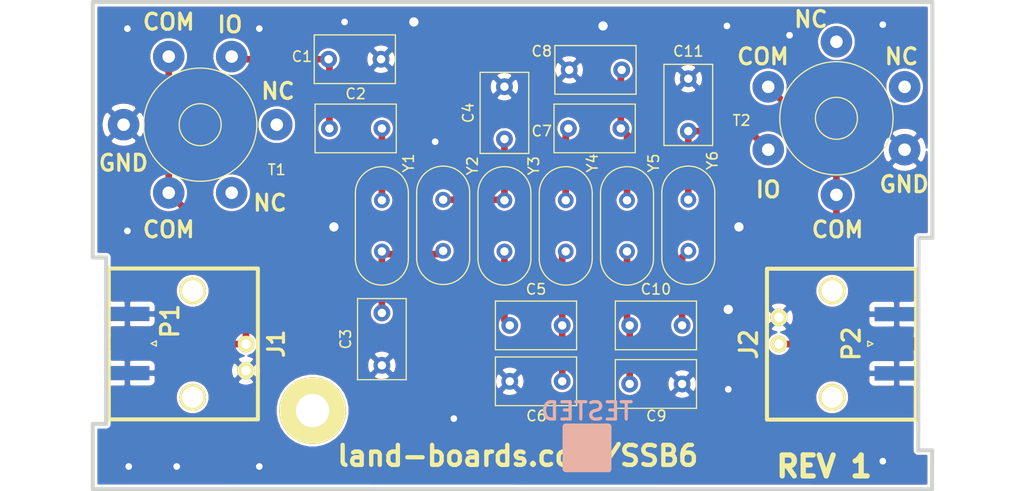
<source format=kicad_pcb>
(kicad_pcb (version 20171130) (host pcbnew "(5.1.10)-1")

  (general
    (thickness 1.6002)
    (drawings 28)
    (tracks 61)
    (zones 0)
    (modules 25)
    (nets 15)
  )

  (page A)
  (title_block
    (title "CW FILTER")
    (date 2021-08-17)
    (rev 1)
    (company "Land Boards LLC")
  )

  (layers
    (0 Front signal)
    (31 Back signal)
    (36 B.SilkS user)
    (37 F.SilkS user)
    (38 B.Mask user)
    (39 F.Mask user)
    (40 Dwgs.User user hide)
    (44 Edge.Cuts user)
    (45 Margin user)
    (46 B.CrtYd user)
    (47 F.CrtYd user)
  )

  (setup
    (last_trace_width 0.2032)
    (user_trace_width 0.3048)
    (user_trace_width 0.381)
    (user_trace_width 0.635)
    (trace_clearance 0.254)
    (zone_clearance 0.254)
    (zone_45_only no)
    (trace_min 0.2032)
    (via_size 0.889)
    (via_drill 0.635)
    (via_min_size 0.889)
    (via_min_drill 0.508)
    (uvia_size 0.508)
    (uvia_drill 0.127)
    (uvias_allowed no)
    (uvia_min_size 0.508)
    (uvia_min_drill 0.127)
    (edge_width 0.381)
    (segment_width 0.381)
    (pcb_text_width 0.3048)
    (pcb_text_size 1.524 2.032)
    (mod_edge_width 0.381)
    (mod_text_size 1.524 1.524)
    (mod_text_width 0.3048)
    (pad_size 1.524 1.524)
    (pad_drill 0.8128)
    (pad_to_mask_clearance 0)
    (aux_axis_origin 147.32 73.8124)
    (grid_origin 32.405 46.1134)
    (visible_elements 7FFFEB7F)
    (pcbplotparams
      (layerselection 0x010f0_ffffffff)
      (usegerberextensions true)
      (usegerberattributes false)
      (usegerberadvancedattributes false)
      (creategerberjobfile false)
      (excludeedgelayer true)
      (linewidth 0.150000)
      (plotframeref false)
      (viasonmask false)
      (mode 1)
      (useauxorigin true)
      (hpglpennumber 1)
      (hpglpenspeed 20)
      (hpglpendiameter 15.000000)
      (psnegative false)
      (psa4output false)
      (plotreference true)
      (plotvalue true)
      (plotinvisibletext false)
      (padsonsilk false)
      (subtractmaskfromsilk false)
      (outputformat 1)
      (mirror false)
      (drillshape 0)
      (scaleselection 1)
      (outputdirectory "plots/"))
  )

  (net 0 "")
  (net 1 GND)
  (net 2 "Net-(C3-Pad2)")
  (net 3 /IN)
  (net 4 /C2Y1)
  (net 5 /Y2Y3)
  (net 6 /C5Y4)
  (net 7 /Y3C5)
  (net 8 /C7Y5)
  (net 9 /Y4C7)
  (net 10 /Y5C10)
  (net 11 /C10Y6)
  (net 12 /OUT)
  (net 13 /TIN)
  (net 14 /TOUT)

  (net_class Default "This is the default net class."
    (clearance 0.254)
    (trace_width 0.2032)
    (via_dia 0.889)
    (via_drill 0.635)
    (uvia_dia 0.508)
    (uvia_drill 0.127)
    (diff_pair_width 0.2032)
    (diff_pair_gap 0.25)
    (add_net /C10Y6)
    (add_net /C2Y1)
    (add_net /C5Y4)
    (add_net /C7Y5)
    (add_net /IN)
    (add_net /OUT)
    (add_net /TIN)
    (add_net /TOUT)
    (add_net /Y2Y3)
    (add_net /Y3C5)
    (add_net /Y4C7)
    (add_net /Y5C10)
    (add_net GND)
    (add_net "Net-(C3-Pad2)")
  )

  (module Connector_Coaxial:SMA_Samtec_SMA-J-P-H-ST-EM1_EdgeMount (layer Front) (tedit 5BA382C0) (tstamp 611C54B1)
    (at 35.707 78.7016 180)
    (descr http://suddendocs.samtec.com/prints/sma-j-p-x-st-em1-mkt.pdf)
    (tags SMA)
    (path /611D0826)
    (attr smd)
    (fp_text reference P1 (at -4.064 2.1336 90) (layer F.SilkS)
      (effects (font (size 1.651 1.651) (thickness 0.3048)))
    )
    (fp_text value BNC (at 4.826 0.254 90) (layer F.SilkS) hide
      (effects (font (size 1.524 1.524) (thickness 0.3048)))
    )
    (fp_line (start 2.1 -3.5) (end 2.1 3.5) (layer Dwgs.User) (width 0.1))
    (fp_line (start 3 4.5) (end 3 4) (layer B.CrtYd) (width 0.05))
    (fp_line (start 12.12 4.5) (end 3 4.5) (layer B.CrtYd) (width 0.05))
    (fp_line (start 3 -4.5) (end 3 -4) (layer B.CrtYd) (width 0.05))
    (fp_line (start 12.12 -4.5) (end 3 -4.5) (layer B.CrtYd) (width 0.05))
    (fp_line (start 3 -4.5) (end 3 -4) (layer F.CrtYd) (width 0.05))
    (fp_line (start 12.12 -4.5) (end 3 -4.5) (layer F.CrtYd) (width 0.05))
    (fp_line (start 3 4.5) (end 3 4) (layer F.CrtYd) (width 0.05))
    (fp_line (start 12.12 4.5) (end 3 4.5) (layer F.CrtYd) (width 0.05))
    (fp_line (start -1.71 3.175) (end 11.62 3.175) (layer F.Fab) (width 0.1))
    (fp_line (start -1.71 2.365) (end -1.71 3.175) (layer F.Fab) (width 0.1))
    (fp_line (start 2.1 2.365) (end -1.71 2.365) (layer F.Fab) (width 0.1))
    (fp_line (start 2.1 -2.365) (end 2.1 2.365) (layer F.Fab) (width 0.1))
    (fp_line (start -1.71 -2.365) (end 2.1 -2.365) (layer F.Fab) (width 0.1))
    (fp_line (start -1.71 -3.175) (end -1.71 -2.365) (layer F.Fab) (width 0.1))
    (fp_line (start -1.71 -3.175) (end 11.62 -3.175) (layer F.Fab) (width 0.1))
    (fp_line (start 11.62 -3.165) (end 11.62 3.165) (layer F.Fab) (width 0.1))
    (fp_line (start -2.6 4) (end -2.6 -4) (layer B.CrtYd) (width 0.05))
    (fp_line (start 3 4) (end -2.6 4) (layer B.CrtYd) (width 0.05))
    (fp_line (start 12.12 -4.5) (end 12.12 4.5) (layer B.CrtYd) (width 0.05))
    (fp_line (start 3 -4) (end -2.6 -4) (layer B.CrtYd) (width 0.05))
    (fp_line (start -2.6 4) (end -2.6 -4) (layer F.CrtYd) (width 0.05))
    (fp_line (start 3 4) (end -2.6 4) (layer F.CrtYd) (width 0.05))
    (fp_line (start 12.12 -4.5) (end 12.12 4.5) (layer F.CrtYd) (width 0.05))
    (fp_line (start 3 -4) (end -2.6 -4) (layer F.CrtYd) (width 0.05))
    (fp_line (start 2.1 -0.75) (end 3.1 0) (layer F.Fab) (width 0.1))
    (fp_line (start 3.1 0) (end 2.1 0.75) (layer F.Fab) (width 0.1))
    (fp_line (start -2.26 0) (end -2.76 -0.25) (layer F.SilkS) (width 0.12))
    (fp_line (start -2.76 -0.25) (end -2.76 0.25) (layer F.SilkS) (width 0.12))
    (fp_line (start -2.76 0.25) (end -2.26 0) (layer F.SilkS) (width 0.12))
    (fp_text user "PCB Edge" (at 2.6 0 90) (layer Dwgs.User)
      (effects (font (size 0.5 0.5) (thickness 0.1)))
    )
    (fp_text user %R (at 0 0) (layer F.Fab)
      (effects (font (size 1 1) (thickness 0.15)))
    )
    (pad 1 smd rect (at 0.2 0 270) (size 1.27 3.6) (layers Front F.Paste F.Mask)
      (net 13 /TIN))
    (pad 2 smd rect (at 0 -2.825 270) (size 1.35 4.2) (layers Front F.Paste F.Mask)
      (net 1 GND))
    (pad 2 smd rect (at 0 2.825 270) (size 1.35 4.2) (layers Front F.Paste F.Mask)
      (net 1 GND))
    (pad 2 smd rect (at 0 -2.825 270) (size 1.35 4.2) (layers Back B.Paste B.Mask)
      (net 1 GND))
    (pad 2 smd rect (at 0 2.825 270) (size 1.35 4.2) (layers Back B.Paste B.Mask)
      (net 1 GND))
    (model ${KISYS3DMOD}/Connector_Coaxial.3dshapes/SMA_Samtec_SMA-J-P-H-ST-EM1_EdgeMount.wrl
      (at (xyz 0 0 0))
      (scale (xyz 1 1 1))
      (rotate (xyz 0 0 0))
    )
  )

  (module Connector_Coaxial:SMA_Samtec_SMA-J-P-H-ST-EM1_EdgeMount (layer Front) (tedit 5BA382C0) (tstamp 611CC668)
    (at 109.0368 78.727)
    (descr http://suddendocs.samtec.com/prints/sma-j-p-x-st-em1-mkt.pdf)
    (tags SMA)
    (path /611D0E7C)
    (attr smd)
    (fp_text reference P2 (at -4.318 0 90) (layer F.SilkS)
      (effects (font (size 1.651 1.651) (thickness 0.3048)))
    )
    (fp_text value BNC (at 4.826 0.254 90) (layer F.SilkS) hide
      (effects (font (size 1.524 1.524) (thickness 0.3048)))
    )
    (fp_line (start 2.1 -3.5) (end 2.1 3.5) (layer Dwgs.User) (width 0.1))
    (fp_line (start 3 4.5) (end 3 4) (layer B.CrtYd) (width 0.05))
    (fp_line (start 12.12 4.5) (end 3 4.5) (layer B.CrtYd) (width 0.05))
    (fp_line (start 3 -4.5) (end 3 -4) (layer B.CrtYd) (width 0.05))
    (fp_line (start 12.12 -4.5) (end 3 -4.5) (layer B.CrtYd) (width 0.05))
    (fp_line (start 3 -4.5) (end 3 -4) (layer F.CrtYd) (width 0.05))
    (fp_line (start 12.12 -4.5) (end 3 -4.5) (layer F.CrtYd) (width 0.05))
    (fp_line (start 3 4.5) (end 3 4) (layer F.CrtYd) (width 0.05))
    (fp_line (start 12.12 4.5) (end 3 4.5) (layer F.CrtYd) (width 0.05))
    (fp_line (start -1.71 3.175) (end 11.62 3.175) (layer F.Fab) (width 0.1))
    (fp_line (start -1.71 2.365) (end -1.71 3.175) (layer F.Fab) (width 0.1))
    (fp_line (start 2.1 2.365) (end -1.71 2.365) (layer F.Fab) (width 0.1))
    (fp_line (start 2.1 -2.365) (end 2.1 2.365) (layer F.Fab) (width 0.1))
    (fp_line (start -1.71 -2.365) (end 2.1 -2.365) (layer F.Fab) (width 0.1))
    (fp_line (start -1.71 -3.175) (end -1.71 -2.365) (layer F.Fab) (width 0.1))
    (fp_line (start -1.71 -3.175) (end 11.62 -3.175) (layer F.Fab) (width 0.1))
    (fp_line (start 11.62 -3.165) (end 11.62 3.165) (layer F.Fab) (width 0.1))
    (fp_line (start -2.6 4) (end -2.6 -4) (layer B.CrtYd) (width 0.05))
    (fp_line (start 3 4) (end -2.6 4) (layer B.CrtYd) (width 0.05))
    (fp_line (start 12.12 -4.5) (end 12.12 4.5) (layer B.CrtYd) (width 0.05))
    (fp_line (start 3 -4) (end -2.6 -4) (layer B.CrtYd) (width 0.05))
    (fp_line (start -2.6 4) (end -2.6 -4) (layer F.CrtYd) (width 0.05))
    (fp_line (start 3 4) (end -2.6 4) (layer F.CrtYd) (width 0.05))
    (fp_line (start 12.12 -4.5) (end 12.12 4.5) (layer F.CrtYd) (width 0.05))
    (fp_line (start 3 -4) (end -2.6 -4) (layer F.CrtYd) (width 0.05))
    (fp_line (start 2.1 -0.75) (end 3.1 0) (layer F.Fab) (width 0.1))
    (fp_line (start 3.1 0) (end 2.1 0.75) (layer F.Fab) (width 0.1))
    (fp_line (start -2.26 0) (end -2.76 -0.25) (layer F.SilkS) (width 0.12))
    (fp_line (start -2.76 -0.25) (end -2.76 0.25) (layer F.SilkS) (width 0.12))
    (fp_line (start -2.76 0.25) (end -2.26 0) (layer F.SilkS) (width 0.12))
    (fp_text user "PCB Edge" (at 2.6 0 90) (layer Dwgs.User)
      (effects (font (size 0.5 0.5) (thickness 0.1)))
    )
    (fp_text user %R (at 4.79 0 270) (layer F.Fab)
      (effects (font (size 1 1) (thickness 0.15)))
    )
    (pad 1 smd rect (at 0.2 0 90) (size 1.27 3.6) (layers Front F.Paste F.Mask)
      (net 14 /TOUT))
    (pad 2 smd rect (at 0 -2.825 90) (size 1.35 4.2) (layers Front F.Paste F.Mask)
      (net 1 GND))
    (pad 2 smd rect (at 0 2.825 90) (size 1.35 4.2) (layers Front F.Paste F.Mask)
      (net 1 GND))
    (pad 2 smd rect (at 0 -2.825 90) (size 1.35 4.2) (layers Back B.Paste B.Mask)
      (net 1 GND))
    (pad 2 smd rect (at 0 2.825 90) (size 1.35 4.2) (layers Back B.Paste B.Mask)
      (net 1 GND))
    (model ${KISYS3DMOD}/Connector_Coaxial.3dshapes/SMA_Samtec_SMA-J-P-H-ST-EM1_EdgeMount.wrl
      (at (xyz 0 0 0))
      (scale (xyz 1 1 1))
      (rotate (xyz 0 0 0))
    )
  )

  (module LandBoards_MountHoles:MTG-4-40 (layer Front) (tedit 58F7B603) (tstamp 58F7AD90)
    (at 53.36 85.1024)
    (path /58F7C073)
    (fp_text reference MTG4 (at -6.858 -0.635) (layer F.SilkS) hide
      (effects (font (size 1.651 1.651) (thickness 0.3048)))
    )
    (fp_text value MTG_HOLE (at 0 -5.08) (layer F.SilkS) hide
      (effects (font (size 1.524 1.524) (thickness 0.3048)))
    )
    (pad 1 thru_hole circle (at 0 0) (size 6.35 6.35) (drill 3.175) (layers *.Cu *.Mask F.SilkS))
  )

  (module LandBoards_Marking:TEST_BLK-REAR (layer Front) (tedit 553D0C6F) (tstamp 611BB1DD)
    (at 79.522 88.6584)
    (path /58F7BF02)
    (fp_text reference TESTED (at 0 -3.5) (layer B.SilkS)
      (effects (font (size 1.651 1.651) (thickness 0.3048)) (justify mirror))
    )
    (fp_text value COUPON (at 0 4) (layer F.SilkS) hide
      (effects (font (size 1.524 1.524) (thickness 0.3048)))
    )
    (fp_line (start -2 1.5) (end 2 1.5) (layer B.SilkS) (width 0.65))
    (fp_line (start -2 1) (end -2 1.5) (layer B.SilkS) (width 0.65))
    (fp_line (start 2 1) (end -2 1) (layer B.SilkS) (width 0.65))
    (fp_line (start 2 0.5) (end 2 1) (layer B.SilkS) (width 0.65))
    (fp_line (start 1.5 0.5) (end 2 0.5) (layer B.SilkS) (width 0.65))
    (fp_line (start -2 0.5) (end 1.5 0.5) (layer B.SilkS) (width 0.65))
    (fp_line (start -2 0) (end -2 0.5) (layer B.SilkS) (width 0.65))
    (fp_line (start 2 0) (end -2 0) (layer B.SilkS) (width 0.65))
    (fp_line (start 2 -0.5) (end 2 0) (layer B.SilkS) (width 0.65))
    (fp_line (start -2 -0.5) (end 2 -0.5) (layer B.SilkS) (width 0.65))
    (fp_line (start -2 -1) (end -2 -0.5) (layer B.SilkS) (width 0.65))
    (fp_line (start 2 -1) (end -2 -1) (layer B.SilkS) (width 0.65))
    (fp_line (start 2 -1.5) (end 2 -1) (layer B.SilkS) (width 0.65))
    (fp_line (start -2 -1.5) (end 2 -1.5) (layer B.SilkS) (width 0.65))
    (fp_line (start -2 -2) (end -2 -1.5) (layer B.SilkS) (width 0.65))
    (fp_line (start -2 2) (end -2 -2) (layer B.SilkS) (width 0.65))
    (fp_line (start 2 2) (end -2 2) (layer B.SilkS) (width 0.65))
    (fp_line (start 2 -2) (end 2 2) (layer B.SilkS) (width 0.65))
    (fp_line (start -2 -2) (end 2 -2) (layer B.SilkS) (width 0.65))
  )

  (module LandBoards_Conns:BNC-RT (layer Front) (tedit 5183D213) (tstamp 611C54A8)
    (at 97.81 78.7524 270)
    (path /611D0E72)
    (fp_text reference J2 (at 0.0254 2.8829 90) (layer F.SilkS)
      (effects (font (size 1.651 1.651) (thickness 0.3048)))
    )
    (fp_text value BNC (at -0.14986 6.2992 90) (layer F.SilkS) hide
      (effects (font (size 1.524 1.524) (thickness 0.3048)))
    )
    (fp_line (start -7.1882 1.1176) (end -7.1882 -13.08354) (layer F.SilkS) (width 0.381))
    (fp_line (start -7.19328 -13.07846) (end 7.20598 -13.07846) (layer F.SilkS) (width 0.381))
    (fp_line (start 7.21106 -13.08354) (end 7.21106 1.1176) (layer F.SilkS) (width 0.381))
    (fp_line (start -7.1882 1.13538) (end 7.21106 1.13538) (layer F.SilkS) (width 0.381))
    (pad "" thru_hole circle (at 5.08 -5.08 270) (size 2.54 2.54) (drill 2.00914) (layers *.Cu *.Mask F.SilkS))
    (pad "" thru_hole circle (at -5.08 -5.08 270) (size 2.54 2.54) (drill 2.00914) (layers *.Cu *.Mask F.SilkS))
    (pad 2 thru_hole circle (at -2.54 0 270) (size 1.651 1.651) (drill 0.889) (layers *.Cu *.Mask F.SilkS)
      (net 1 GND))
    (pad 1 thru_hole circle (at 0 0 270) (size 1.5748 1.5748) (drill 0.889) (layers *.Cu *.Mask F.SilkS)
      (net 14 /TOUT))
    (model C:/Users/HPz420/Documents/GitHub/land-boards/lb-boards/KiCAD/3D_STP_Files/BNC/31-5431-10RFX.stp
      (offset (xyz 0 -1.397 0.9651999999999998))
      (scale (xyz 1 1 1))
      (rotate (xyz -90 0 -90))
    )
  )

  (module Capacitor_THT:C_Disc_D7.5mm_W4.4mm_P5.00mm (layer Front) (tedit 5AE50EF0) (tstamp 612ACBB0)
    (at 54.884 51.5744)
    (descr "C, Disc series, Radial, pin pitch=5.00mm, , diameter*width=7.5*4.4mm^2, Capacitor")
    (tags "C Disc series Radial pin pitch 5.00mm  diameter 7.5mm width 4.4mm Capacitor")
    (path /611E06D5)
    (fp_text reference C1 (at -2.54 -0.254) (layer F.SilkS)
      (effects (font (size 1 1) (thickness 0.15)))
    )
    (fp_text value 100pF (at 2.5 3.45) (layer F.Fab)
      (effects (font (size 1 1) (thickness 0.15)))
    )
    (fp_line (start 6.5 -2.45) (end -1.5 -2.45) (layer F.CrtYd) (width 0.05))
    (fp_line (start 6.5 2.45) (end 6.5 -2.45) (layer F.CrtYd) (width 0.05))
    (fp_line (start -1.5 2.45) (end 6.5 2.45) (layer F.CrtYd) (width 0.05))
    (fp_line (start -1.5 -2.45) (end -1.5 2.45) (layer F.CrtYd) (width 0.05))
    (fp_line (start 6.37 -2.321) (end 6.37 2.321) (layer F.SilkS) (width 0.12))
    (fp_line (start -1.37 -2.321) (end -1.37 2.321) (layer F.SilkS) (width 0.12))
    (fp_line (start -1.37 2.321) (end 6.37 2.321) (layer F.SilkS) (width 0.12))
    (fp_line (start -1.37 -2.321) (end 6.37 -2.321) (layer F.SilkS) (width 0.12))
    (fp_line (start 6.25 -2.2) (end -1.25 -2.2) (layer F.Fab) (width 0.1))
    (fp_line (start 6.25 2.2) (end 6.25 -2.2) (layer F.Fab) (width 0.1))
    (fp_line (start -1.25 2.2) (end 6.25 2.2) (layer F.Fab) (width 0.1))
    (fp_line (start -1.25 -2.2) (end -1.25 2.2) (layer F.Fab) (width 0.1))
    (fp_text user %R (at 2.5 0) (layer F.Fab)
      (effects (font (size 1 1) (thickness 0.15)))
    )
    (pad 1 thru_hole circle (at 0 0) (size 1.6 1.6) (drill 0.8) (layers *.Cu *.Mask)
      (net 3 /IN))
    (pad 2 thru_hole circle (at 5 0) (size 1.6 1.6) (drill 0.8) (layers *.Cu *.Mask)
      (net 1 GND))
    (model ${KISYS3DMOD}/Capacitor_THT.3dshapes/C_Disc_D7.5mm_W4.4mm_P5.00mm.wrl
      (at (xyz 0 0 0))
      (scale (xyz 1 1 1))
      (rotate (xyz 0 0 0))
    )
  )

  (module Capacitor_THT:C_Disc_D7.5mm_W4.4mm_P5.00mm (layer Front) (tedit 5AE50EF0) (tstamp 612ACBC2)
    (at 59.964 58.1784 180)
    (descr "C, Disc series, Radial, pin pitch=5.00mm, , diameter*width=7.5*4.4mm^2, Capacitor")
    (tags "C Disc series Radial pin pitch 5.00mm  diameter 7.5mm width 4.4mm Capacitor")
    (path /611E04E4)
    (fp_text reference C2 (at 2.5 3.302) (layer F.SilkS)
      (effects (font (size 1 1) (thickness 0.15)))
    )
    (fp_text value 330 (at 2.5 3.45) (layer F.Fab)
      (effects (font (size 1 1) (thickness 0.15)))
    )
    (fp_line (start -1.25 -2.2) (end -1.25 2.2) (layer F.Fab) (width 0.1))
    (fp_line (start -1.25 2.2) (end 6.25 2.2) (layer F.Fab) (width 0.1))
    (fp_line (start 6.25 2.2) (end 6.25 -2.2) (layer F.Fab) (width 0.1))
    (fp_line (start 6.25 -2.2) (end -1.25 -2.2) (layer F.Fab) (width 0.1))
    (fp_line (start -1.37 -2.321) (end 6.37 -2.321) (layer F.SilkS) (width 0.12))
    (fp_line (start -1.37 2.321) (end 6.37 2.321) (layer F.SilkS) (width 0.12))
    (fp_line (start -1.37 -2.321) (end -1.37 2.321) (layer F.SilkS) (width 0.12))
    (fp_line (start 6.37 -2.321) (end 6.37 2.321) (layer F.SilkS) (width 0.12))
    (fp_line (start -1.5 -2.45) (end -1.5 2.45) (layer F.CrtYd) (width 0.05))
    (fp_line (start -1.5 2.45) (end 6.5 2.45) (layer F.CrtYd) (width 0.05))
    (fp_line (start 6.5 2.45) (end 6.5 -2.45) (layer F.CrtYd) (width 0.05))
    (fp_line (start 6.5 -2.45) (end -1.5 -2.45) (layer F.CrtYd) (width 0.05))
    (fp_text user %R (at 2.5 0) (layer F.Fab)
      (effects (font (size 1 1) (thickness 0.15)))
    )
    (pad 2 thru_hole circle (at 5 0 180) (size 1.6 1.6) (drill 0.8) (layers *.Cu *.Mask)
      (net 3 /IN))
    (pad 1 thru_hole circle (at 0 0 180) (size 1.6 1.6) (drill 0.8) (layers *.Cu *.Mask)
      (net 4 /C2Y1))
    (model ${KISYS3DMOD}/Capacitor_THT.3dshapes/C_Disc_D7.5mm_W4.4mm_P5.00mm.wrl
      (at (xyz 0 0 0))
      (scale (xyz 1 1 1))
      (rotate (xyz 0 0 0))
    )
  )

  (module Capacitor_THT:C_Disc_D7.5mm_W4.4mm_P5.00mm (layer Front) (tedit 5AE50EF0) (tstamp 612ACBE6)
    (at 59.964 80.7844 90)
    (descr "C, Disc series, Radial, pin pitch=5.00mm, , diameter*width=7.5*4.4mm^2, Capacitor")
    (tags "C Disc series Radial pin pitch 5.00mm  diameter 7.5mm width 4.4mm Capacitor")
    (path /612C672E)
    (fp_text reference C3 (at 2.5 -3.45 90) (layer F.SilkS)
      (effects (font (size 1 1) (thickness 0.15)))
    )
    (fp_text value 270 (at 2.5 3.45 90) (layer F.Fab)
      (effects (font (size 1 1) (thickness 0.15)))
    )
    (fp_line (start 6.5 -2.45) (end -1.5 -2.45) (layer F.CrtYd) (width 0.05))
    (fp_line (start 6.5 2.45) (end 6.5 -2.45) (layer F.CrtYd) (width 0.05))
    (fp_line (start -1.5 2.45) (end 6.5 2.45) (layer F.CrtYd) (width 0.05))
    (fp_line (start -1.5 -2.45) (end -1.5 2.45) (layer F.CrtYd) (width 0.05))
    (fp_line (start 6.37 -2.321) (end 6.37 2.321) (layer F.SilkS) (width 0.12))
    (fp_line (start -1.37 -2.321) (end -1.37 2.321) (layer F.SilkS) (width 0.12))
    (fp_line (start -1.37 2.321) (end 6.37 2.321) (layer F.SilkS) (width 0.12))
    (fp_line (start -1.37 -2.321) (end 6.37 -2.321) (layer F.SilkS) (width 0.12))
    (fp_line (start 6.25 -2.2) (end -1.25 -2.2) (layer F.Fab) (width 0.1))
    (fp_line (start 6.25 2.2) (end 6.25 -2.2) (layer F.Fab) (width 0.1))
    (fp_line (start -1.25 2.2) (end 6.25 2.2) (layer F.Fab) (width 0.1))
    (fp_line (start -1.25 -2.2) (end -1.25 2.2) (layer F.Fab) (width 0.1))
    (fp_text user %R (at 2.5 0 90) (layer F.Fab)
      (effects (font (size 1 1) (thickness 0.15)))
    )
    (pad 1 thru_hole circle (at 0 0 90) (size 1.6 1.6) (drill 0.8) (layers *.Cu *.Mask)
      (net 1 GND))
    (pad 2 thru_hole circle (at 5 0 90) (size 1.6 1.6) (drill 0.8) (layers *.Cu *.Mask)
      (net 2 "Net-(C3-Pad2)"))
    (model ${KISYS3DMOD}/Capacitor_THT.3dshapes/C_Disc_D7.5mm_W4.4mm_P5.00mm.wrl
      (at (xyz 0 0 0))
      (scale (xyz 1 1 1))
      (rotate (xyz 0 0 0))
    )
  )

  (module Capacitor_THT:C_Disc_D7.5mm_W4.4mm_P5.00mm (layer Front) (tedit 5AE50EF0) (tstamp 612ACBE7)
    (at 71.648 59.1944 90)
    (descr "C, Disc series, Radial, pin pitch=5.00mm, , diameter*width=7.5*4.4mm^2, Capacitor")
    (tags "C Disc series Radial pin pitch 5.00mm  diameter 7.5mm width 4.4mm Capacitor")
    (path /611E2CEE)
    (fp_text reference C4 (at 2.5 -3.45 90) (layer F.SilkS)
      (effects (font (size 1 1) (thickness 0.15)))
    )
    (fp_text value 680 (at 2.5 3.45 90) (layer F.Fab)
      (effects (font (size 1 1) (thickness 0.15)))
    )
    (fp_line (start 6.5 -2.45) (end -1.5 -2.45) (layer F.CrtYd) (width 0.05))
    (fp_line (start 6.5 2.45) (end 6.5 -2.45) (layer F.CrtYd) (width 0.05))
    (fp_line (start -1.5 2.45) (end 6.5 2.45) (layer F.CrtYd) (width 0.05))
    (fp_line (start -1.5 -2.45) (end -1.5 2.45) (layer F.CrtYd) (width 0.05))
    (fp_line (start 6.37 -2.321) (end 6.37 2.321) (layer F.SilkS) (width 0.12))
    (fp_line (start -1.37 -2.321) (end -1.37 2.321) (layer F.SilkS) (width 0.12))
    (fp_line (start -1.37 2.321) (end 6.37 2.321) (layer F.SilkS) (width 0.12))
    (fp_line (start -1.37 -2.321) (end 6.37 -2.321) (layer F.SilkS) (width 0.12))
    (fp_line (start 6.25 -2.2) (end -1.25 -2.2) (layer F.Fab) (width 0.1))
    (fp_line (start 6.25 2.2) (end 6.25 -2.2) (layer F.Fab) (width 0.1))
    (fp_line (start -1.25 2.2) (end 6.25 2.2) (layer F.Fab) (width 0.1))
    (fp_line (start -1.25 -2.2) (end -1.25 2.2) (layer F.Fab) (width 0.1))
    (fp_text user %R (at 2.5 0 90) (layer F.Fab)
      (effects (font (size 1 1) (thickness 0.15)))
    )
    (pad 1 thru_hole circle (at 0 0 90) (size 1.6 1.6) (drill 0.8) (layers *.Cu *.Mask)
      (net 5 /Y2Y3))
    (pad 2 thru_hole circle (at 5 0 90) (size 1.6 1.6) (drill 0.8) (layers *.Cu *.Mask)
      (net 1 GND))
    (model ${KISYS3DMOD}/Capacitor_THT.3dshapes/C_Disc_D7.5mm_W4.4mm_P5.00mm.wrl
      (at (xyz 0 0 0))
      (scale (xyz 1 1 1))
      (rotate (xyz 0 0 0))
    )
  )

  (module Capacitor_THT:C_Disc_D7.5mm_W4.4mm_P5.00mm (layer Front) (tedit 5AE50EF0) (tstamp 612ACBF9)
    (at 72.156 76.9744)
    (descr "C, Disc series, Radial, pin pitch=5.00mm, , diameter*width=7.5*4.4mm^2, Capacitor")
    (tags "C Disc series Radial pin pitch 5.00mm  diameter 7.5mm width 4.4mm Capacitor")
    (path /611E6BB1)
    (fp_text reference C5 (at 2.5 -3.45) (layer F.SilkS)
      (effects (font (size 1 1) (thickness 0.15)))
    )
    (fp_text value 200 (at 2.5 3.45) (layer F.Fab)
      (effects (font (size 1 1) (thickness 0.15)))
    )
    (fp_line (start -1.25 -2.2) (end -1.25 2.2) (layer F.Fab) (width 0.1))
    (fp_line (start -1.25 2.2) (end 6.25 2.2) (layer F.Fab) (width 0.1))
    (fp_line (start 6.25 2.2) (end 6.25 -2.2) (layer F.Fab) (width 0.1))
    (fp_line (start 6.25 -2.2) (end -1.25 -2.2) (layer F.Fab) (width 0.1))
    (fp_line (start -1.37 -2.321) (end 6.37 -2.321) (layer F.SilkS) (width 0.12))
    (fp_line (start -1.37 2.321) (end 6.37 2.321) (layer F.SilkS) (width 0.12))
    (fp_line (start -1.37 -2.321) (end -1.37 2.321) (layer F.SilkS) (width 0.12))
    (fp_line (start 6.37 -2.321) (end 6.37 2.321) (layer F.SilkS) (width 0.12))
    (fp_line (start -1.5 -2.45) (end -1.5 2.45) (layer F.CrtYd) (width 0.05))
    (fp_line (start -1.5 2.45) (end 6.5 2.45) (layer F.CrtYd) (width 0.05))
    (fp_line (start 6.5 2.45) (end 6.5 -2.45) (layer F.CrtYd) (width 0.05))
    (fp_line (start 6.5 -2.45) (end -1.5 -2.45) (layer F.CrtYd) (width 0.05))
    (fp_text user %R (at 2.5 0) (layer F.Fab)
      (effects (font (size 1 1) (thickness 0.15)))
    )
    (pad 2 thru_hole circle (at 5 0) (size 1.6 1.6) (drill 0.8) (layers *.Cu *.Mask)
      (net 6 /C5Y4))
    (pad 1 thru_hole circle (at 0 0) (size 1.6 1.6) (drill 0.8) (layers *.Cu *.Mask)
      (net 7 /Y3C5))
    (model ${KISYS3DMOD}/Capacitor_THT.3dshapes/C_Disc_D7.5mm_W4.4mm_P5.00mm.wrl
      (at (xyz 0 0 0))
      (scale (xyz 1 1 1))
      (rotate (xyz 0 0 0))
    )
  )

  (module Capacitor_THT:C_Disc_D7.5mm_W4.4mm_P5.00mm (layer Front) (tedit 5AE50EF0) (tstamp 612ACC0B)
    (at 72.156 82.3084)
    (descr "C, Disc series, Radial, pin pitch=5.00mm, , diameter*width=7.5*4.4mm^2, Capacitor")
    (tags "C Disc series Radial pin pitch 5.00mm  diameter 7.5mm width 4.4mm Capacitor")
    (path /611E88BB)
    (fp_text reference C6 (at 2.54 3.302) (layer F.SilkS)
      (effects (font (size 1 1) (thickness 0.15)))
    )
    (fp_text value 680 (at 2.5 3.45) (layer F.Fab)
      (effects (font (size 1 1) (thickness 0.15)))
    )
    (fp_line (start -1.25 -2.2) (end -1.25 2.2) (layer F.Fab) (width 0.1))
    (fp_line (start -1.25 2.2) (end 6.25 2.2) (layer F.Fab) (width 0.1))
    (fp_line (start 6.25 2.2) (end 6.25 -2.2) (layer F.Fab) (width 0.1))
    (fp_line (start 6.25 -2.2) (end -1.25 -2.2) (layer F.Fab) (width 0.1))
    (fp_line (start -1.37 -2.321) (end 6.37 -2.321) (layer F.SilkS) (width 0.12))
    (fp_line (start -1.37 2.321) (end 6.37 2.321) (layer F.SilkS) (width 0.12))
    (fp_line (start -1.37 -2.321) (end -1.37 2.321) (layer F.SilkS) (width 0.12))
    (fp_line (start 6.37 -2.321) (end 6.37 2.321) (layer F.SilkS) (width 0.12))
    (fp_line (start -1.5 -2.45) (end -1.5 2.45) (layer F.CrtYd) (width 0.05))
    (fp_line (start -1.5 2.45) (end 6.5 2.45) (layer F.CrtYd) (width 0.05))
    (fp_line (start 6.5 2.45) (end 6.5 -2.45) (layer F.CrtYd) (width 0.05))
    (fp_line (start 6.5 -2.45) (end -1.5 -2.45) (layer F.CrtYd) (width 0.05))
    (fp_text user %R (at 2.5 0) (layer F.Fab)
      (effects (font (size 1 1) (thickness 0.15)))
    )
    (pad 2 thru_hole circle (at 5 0) (size 1.6 1.6) (drill 0.8) (layers *.Cu *.Mask)
      (net 6 /C5Y4))
    (pad 1 thru_hole circle (at 0 0) (size 1.6 1.6) (drill 0.8) (layers *.Cu *.Mask)
      (net 1 GND))
    (model ${KISYS3DMOD}/Capacitor_THT.3dshapes/C_Disc_D7.5mm_W4.4mm_P5.00mm.wrl
      (at (xyz 0 0 0))
      (scale (xyz 1 1 1))
      (rotate (xyz 0 0 0))
    )
  )

  (module Capacitor_THT:C_Disc_D7.5mm_W4.4mm_P5.00mm (layer Front) (tedit 5AE50EF0) (tstamp 612ACC1D)
    (at 77.744 58.1784)
    (descr "C, Disc series, Radial, pin pitch=5.00mm, , diameter*width=7.5*4.4mm^2, Capacitor")
    (tags "C Disc series Radial pin pitch 5.00mm  diameter 7.5mm width 4.4mm Capacitor")
    (path /611FB018)
    (fp_text reference C7 (at -2.54 0.254) (layer F.SilkS)
      (effects (font (size 1 1) (thickness 0.15)))
    )
    (fp_text value 270 (at 2.5 3.45) (layer F.Fab)
      (effects (font (size 1 1) (thickness 0.15)))
    )
    (fp_line (start -1.25 -2.2) (end -1.25 2.2) (layer F.Fab) (width 0.1))
    (fp_line (start -1.25 2.2) (end 6.25 2.2) (layer F.Fab) (width 0.1))
    (fp_line (start 6.25 2.2) (end 6.25 -2.2) (layer F.Fab) (width 0.1))
    (fp_line (start 6.25 -2.2) (end -1.25 -2.2) (layer F.Fab) (width 0.1))
    (fp_line (start -1.37 -2.321) (end 6.37 -2.321) (layer F.SilkS) (width 0.12))
    (fp_line (start -1.37 2.321) (end 6.37 2.321) (layer F.SilkS) (width 0.12))
    (fp_line (start -1.37 -2.321) (end -1.37 2.321) (layer F.SilkS) (width 0.12))
    (fp_line (start 6.37 -2.321) (end 6.37 2.321) (layer F.SilkS) (width 0.12))
    (fp_line (start -1.5 -2.45) (end -1.5 2.45) (layer F.CrtYd) (width 0.05))
    (fp_line (start -1.5 2.45) (end 6.5 2.45) (layer F.CrtYd) (width 0.05))
    (fp_line (start 6.5 2.45) (end 6.5 -2.45) (layer F.CrtYd) (width 0.05))
    (fp_line (start 6.5 -2.45) (end -1.5 -2.45) (layer F.CrtYd) (width 0.05))
    (fp_text user %R (at 2.5 0) (layer F.Fab)
      (effects (font (size 1 1) (thickness 0.15)))
    )
    (pad 2 thru_hole circle (at 5 0) (size 1.6 1.6) (drill 0.8) (layers *.Cu *.Mask)
      (net 8 /C7Y5))
    (pad 1 thru_hole circle (at 0 0) (size 1.6 1.6) (drill 0.8) (layers *.Cu *.Mask)
      (net 9 /Y4C7))
    (model ${KISYS3DMOD}/Capacitor_THT.3dshapes/C_Disc_D7.5mm_W4.4mm_P5.00mm.wrl
      (at (xyz 0 0 0))
      (scale (xyz 1 1 1))
      (rotate (xyz 0 0 0))
    )
  )

  (module Capacitor_THT:C_Disc_D7.5mm_W4.4mm_P5.00mm (layer Front) (tedit 5AE50EF0) (tstamp 612ACC2F)
    (at 82.824 52.5904 180)
    (descr "C, Disc series, Radial, pin pitch=5.00mm, , diameter*width=7.5*4.4mm^2, Capacitor")
    (tags "C Disc series Radial pin pitch 5.00mm  diameter 7.5mm width 4.4mm Capacitor")
    (path /611FB007)
    (fp_text reference C8 (at 7.62 1.778) (layer F.SilkS)
      (effects (font (size 1 1) (thickness 0.15)))
    )
    (fp_text value 330 (at 2.5 3.45) (layer F.Fab)
      (effects (font (size 1 1) (thickness 0.15)))
    )
    (fp_line (start 6.5 -2.45) (end -1.5 -2.45) (layer F.CrtYd) (width 0.05))
    (fp_line (start 6.5 2.45) (end 6.5 -2.45) (layer F.CrtYd) (width 0.05))
    (fp_line (start -1.5 2.45) (end 6.5 2.45) (layer F.CrtYd) (width 0.05))
    (fp_line (start -1.5 -2.45) (end -1.5 2.45) (layer F.CrtYd) (width 0.05))
    (fp_line (start 6.37 -2.321) (end 6.37 2.321) (layer F.SilkS) (width 0.12))
    (fp_line (start -1.37 -2.321) (end -1.37 2.321) (layer F.SilkS) (width 0.12))
    (fp_line (start -1.37 2.321) (end 6.37 2.321) (layer F.SilkS) (width 0.12))
    (fp_line (start -1.37 -2.321) (end 6.37 -2.321) (layer F.SilkS) (width 0.12))
    (fp_line (start 6.25 -2.2) (end -1.25 -2.2) (layer F.Fab) (width 0.1))
    (fp_line (start 6.25 2.2) (end 6.25 -2.2) (layer F.Fab) (width 0.1))
    (fp_line (start -1.25 2.2) (end 6.25 2.2) (layer F.Fab) (width 0.1))
    (fp_line (start -1.25 -2.2) (end -1.25 2.2) (layer F.Fab) (width 0.1))
    (fp_text user %R (at 2.5 0) (layer F.Fab)
      (effects (font (size 1 1) (thickness 0.15)))
    )
    (pad 1 thru_hole circle (at 0 0 180) (size 1.6 1.6) (drill 0.8) (layers *.Cu *.Mask)
      (net 8 /C7Y5))
    (pad 2 thru_hole circle (at 5 0 180) (size 1.6 1.6) (drill 0.8) (layers *.Cu *.Mask)
      (net 1 GND))
    (model ${KISYS3DMOD}/Capacitor_THT.3dshapes/C_Disc_D7.5mm_W4.4mm_P5.00mm.wrl
      (at (xyz 0 0 0))
      (scale (xyz 1 1 1))
      (rotate (xyz 0 0 0))
    )
  )

  (module Capacitor_THT:C_Disc_D7.5mm_W4.4mm_P5.00mm (layer Front) (tedit 5AE50EF0) (tstamp 612ACC41)
    (at 83.586 82.5624)
    (descr "C, Disc series, Radial, pin pitch=5.00mm, , diameter*width=7.5*4.4mm^2, Capacitor")
    (tags "C Disc series Radial pin pitch 5.00mm  diameter 7.5mm width 4.4mm Capacitor")
    (path /611FF867)
    (fp_text reference C9 (at 2.54 3.048) (layer F.SilkS)
      (effects (font (size 1 1) (thickness 0.15)))
    )
    (fp_text value 100pF (at 2.5 3.45) (layer F.Fab)
      (effects (font (size 1 1) (thickness 0.15)))
    )
    (fp_line (start 6.5 -2.45) (end -1.5 -2.45) (layer F.CrtYd) (width 0.05))
    (fp_line (start 6.5 2.45) (end 6.5 -2.45) (layer F.CrtYd) (width 0.05))
    (fp_line (start -1.5 2.45) (end 6.5 2.45) (layer F.CrtYd) (width 0.05))
    (fp_line (start -1.5 -2.45) (end -1.5 2.45) (layer F.CrtYd) (width 0.05))
    (fp_line (start 6.37 -2.321) (end 6.37 2.321) (layer F.SilkS) (width 0.12))
    (fp_line (start -1.37 -2.321) (end -1.37 2.321) (layer F.SilkS) (width 0.12))
    (fp_line (start -1.37 2.321) (end 6.37 2.321) (layer F.SilkS) (width 0.12))
    (fp_line (start -1.37 -2.321) (end 6.37 -2.321) (layer F.SilkS) (width 0.12))
    (fp_line (start 6.25 -2.2) (end -1.25 -2.2) (layer F.Fab) (width 0.1))
    (fp_line (start 6.25 2.2) (end 6.25 -2.2) (layer F.Fab) (width 0.1))
    (fp_line (start -1.25 2.2) (end 6.25 2.2) (layer F.Fab) (width 0.1))
    (fp_line (start -1.25 -2.2) (end -1.25 2.2) (layer F.Fab) (width 0.1))
    (fp_text user %R (at 2.5 0) (layer F.Fab)
      (effects (font (size 1 1) (thickness 0.15)))
    )
    (pad 1 thru_hole circle (at 0 0) (size 1.6 1.6) (drill 0.8) (layers *.Cu *.Mask)
      (net 10 /Y5C10))
    (pad 2 thru_hole circle (at 5 0) (size 1.6 1.6) (drill 0.8) (layers *.Cu *.Mask)
      (net 1 GND))
    (model ${KISYS3DMOD}/Capacitor_THT.3dshapes/C_Disc_D7.5mm_W4.4mm_P5.00mm.wrl
      (at (xyz 0 0 0))
      (scale (xyz 1 1 1))
      (rotate (xyz 0 0 0))
    )
  )

  (module Capacitor_THT:C_Disc_D7.5mm_W4.4mm_P5.00mm (layer Front) (tedit 5AE50EF0) (tstamp 612ACC65)
    (at 83.586 76.9744)
    (descr "C, Disc series, Radial, pin pitch=5.00mm, , diameter*width=7.5*4.4mm^2, Capacitor")
    (tags "C Disc series Radial pin pitch 5.00mm  diameter 7.5mm width 4.4mm Capacitor")
    (path /612E31DF)
    (fp_text reference C10 (at 2.5 -3.45) (layer F.SilkS)
      (effects (font (size 1 1) (thickness 0.15)))
    )
    (fp_text value 270 (at 2.5 3.45) (layer F.Fab)
      (effects (font (size 1 1) (thickness 0.15)))
    )
    (fp_line (start 6.5 -2.45) (end -1.5 -2.45) (layer F.CrtYd) (width 0.05))
    (fp_line (start 6.5 2.45) (end 6.5 -2.45) (layer F.CrtYd) (width 0.05))
    (fp_line (start -1.5 2.45) (end 6.5 2.45) (layer F.CrtYd) (width 0.05))
    (fp_line (start -1.5 -2.45) (end -1.5 2.45) (layer F.CrtYd) (width 0.05))
    (fp_line (start 6.37 -2.321) (end 6.37 2.321) (layer F.SilkS) (width 0.12))
    (fp_line (start -1.37 -2.321) (end -1.37 2.321) (layer F.SilkS) (width 0.12))
    (fp_line (start -1.37 2.321) (end 6.37 2.321) (layer F.SilkS) (width 0.12))
    (fp_line (start -1.37 -2.321) (end 6.37 -2.321) (layer F.SilkS) (width 0.12))
    (fp_line (start 6.25 -2.2) (end -1.25 -2.2) (layer F.Fab) (width 0.1))
    (fp_line (start 6.25 2.2) (end 6.25 -2.2) (layer F.Fab) (width 0.1))
    (fp_line (start -1.25 2.2) (end 6.25 2.2) (layer F.Fab) (width 0.1))
    (fp_line (start -1.25 -2.2) (end -1.25 2.2) (layer F.Fab) (width 0.1))
    (fp_text user %R (at 2.5 0) (layer F.Fab)
      (effects (font (size 1 1) (thickness 0.15)))
    )
    (pad 1 thru_hole circle (at 0 0) (size 1.6 1.6) (drill 0.8) (layers *.Cu *.Mask)
      (net 10 /Y5C10))
    (pad 2 thru_hole circle (at 5 0) (size 1.6 1.6) (drill 0.8) (layers *.Cu *.Mask)
      (net 11 /C10Y6))
    (model ${KISYS3DMOD}/Capacitor_THT.3dshapes/C_Disc_D7.5mm_W4.4mm_P5.00mm.wrl
      (at (xyz 0 0 0))
      (scale (xyz 1 1 1))
      (rotate (xyz 0 0 0))
    )
  )

  (module Capacitor_THT:C_Disc_D7.5mm_W4.4mm_P5.00mm (layer Front) (tedit 5AE50EF0) (tstamp 612ACC78)
    (at 89.174 58.4324 90)
    (descr "C, Disc series, Radial, pin pitch=5.00mm, , diameter*width=7.5*4.4mm^2, Capacitor")
    (tags "C Disc series Radial pin pitch 5.00mm  diameter 7.5mm width 4.4mm Capacitor")
    (path /612E437D)
    (fp_text reference C11 (at 7.62 0 180) (layer F.SilkS)
      (effects (font (size 1 1) (thickness 0.15)))
    )
    (fp_text value 100pF (at 2.5 3.45 90) (layer F.Fab)
      (effects (font (size 1 1) (thickness 0.15)))
    )
    (fp_line (start -1.25 -2.2) (end -1.25 2.2) (layer F.Fab) (width 0.1))
    (fp_line (start -1.25 2.2) (end 6.25 2.2) (layer F.Fab) (width 0.1))
    (fp_line (start 6.25 2.2) (end 6.25 -2.2) (layer F.Fab) (width 0.1))
    (fp_line (start 6.25 -2.2) (end -1.25 -2.2) (layer F.Fab) (width 0.1))
    (fp_line (start -1.37 -2.321) (end 6.37 -2.321) (layer F.SilkS) (width 0.12))
    (fp_line (start -1.37 2.321) (end 6.37 2.321) (layer F.SilkS) (width 0.12))
    (fp_line (start -1.37 -2.321) (end -1.37 2.321) (layer F.SilkS) (width 0.12))
    (fp_line (start 6.37 -2.321) (end 6.37 2.321) (layer F.SilkS) (width 0.12))
    (fp_line (start -1.5 -2.45) (end -1.5 2.45) (layer F.CrtYd) (width 0.05))
    (fp_line (start -1.5 2.45) (end 6.5 2.45) (layer F.CrtYd) (width 0.05))
    (fp_line (start 6.5 2.45) (end 6.5 -2.45) (layer F.CrtYd) (width 0.05))
    (fp_line (start 6.5 -2.45) (end -1.5 -2.45) (layer F.CrtYd) (width 0.05))
    (fp_text user %R (at 2.5 0 90) (layer F.Fab)
      (effects (font (size 1 1) (thickness 0.15)))
    )
    (pad 2 thru_hole circle (at 5 0 90) (size 1.6 1.6) (drill 0.8) (layers *.Cu *.Mask)
      (net 1 GND))
    (pad 1 thru_hole circle (at 0 0 90) (size 1.6 1.6) (drill 0.8) (layers *.Cu *.Mask)
      (net 12 /OUT))
    (model ${KISYS3DMOD}/Capacitor_THT.3dshapes/C_Disc_D7.5mm_W4.4mm_P5.00mm.wrl
      (at (xyz 0 0 0))
      (scale (xyz 1 1 1))
      (rotate (xyz 0 0 0))
    )
  )

  (module Crystal:Crystal_HC49-U_Vertical (layer Front) (tedit 5A1AD3B8) (tstamp 612ACC79)
    (at 59.964 65.0364 270)
    (descr "Crystal THT HC-49/U http://5hertz.com/pdfs/04404_D.pdf")
    (tags "THT crystalHC-49/U")
    (path /611D3E36)
    (fp_text reference Y1 (at -3.556 -2.54 90) (layer F.SilkS)
      (effects (font (size 1 1) (thickness 0.15)))
    )
    (fp_text value 9.000 (at 2.44 3.525 90) (layer F.Fab)
      (effects (font (size 1 1) (thickness 0.15)))
    )
    (fp_line (start 8.4 -2.8) (end -3.5 -2.8) (layer F.CrtYd) (width 0.05))
    (fp_line (start 8.4 2.8) (end 8.4 -2.8) (layer F.CrtYd) (width 0.05))
    (fp_line (start -3.5 2.8) (end 8.4 2.8) (layer F.CrtYd) (width 0.05))
    (fp_line (start -3.5 -2.8) (end -3.5 2.8) (layer F.CrtYd) (width 0.05))
    (fp_line (start -0.685 2.525) (end 5.565 2.525) (layer F.SilkS) (width 0.12))
    (fp_line (start -0.685 -2.525) (end 5.565 -2.525) (layer F.SilkS) (width 0.12))
    (fp_line (start -0.56 2) (end 5.44 2) (layer F.Fab) (width 0.1))
    (fp_line (start -0.56 -2) (end 5.44 -2) (layer F.Fab) (width 0.1))
    (fp_line (start -0.685 2.325) (end 5.565 2.325) (layer F.Fab) (width 0.1))
    (fp_line (start -0.685 -2.325) (end 5.565 -2.325) (layer F.Fab) (width 0.1))
    (fp_text user %R (at 2.44 0 90) (layer F.Fab)
      (effects (font (size 1 1) (thickness 0.15)))
    )
    (fp_arc (start -0.685 0) (end -0.685 -2.325) (angle -180) (layer F.Fab) (width 0.1))
    (fp_arc (start 5.565 0) (end 5.565 -2.325) (angle 180) (layer F.Fab) (width 0.1))
    (fp_arc (start -0.56 0) (end -0.56 -2) (angle -180) (layer F.Fab) (width 0.1))
    (fp_arc (start 5.44 0) (end 5.44 -2) (angle 180) (layer F.Fab) (width 0.1))
    (fp_arc (start -0.685 0) (end -0.685 -2.525) (angle -180) (layer F.SilkS) (width 0.12))
    (fp_arc (start 5.565 0) (end 5.565 -2.525) (angle 180) (layer F.SilkS) (width 0.12))
    (pad 1 thru_hole circle (at 0 0 270) (size 1.5 1.5) (drill 0.8) (layers *.Cu *.Mask)
      (net 4 /C2Y1))
    (pad 2 thru_hole circle (at 4.88 0 270) (size 1.5 1.5) (drill 0.8) (layers *.Cu *.Mask)
      (net 2 "Net-(C3-Pad2)"))
    (model ${KISYS3DMOD}/Crystal.3dshapes/Crystal_HC49-U_Vertical.wrl
      (at (xyz 0 0 0))
      (scale (xyz 1 1 1))
      (rotate (xyz 0 0 0))
    )
  )

  (module Crystal:Crystal_HC49-U_Vertical (layer Front) (tedit 5A1AD3B8) (tstamp 612ACC8F)
    (at 71.648 65.0364 270)
    (descr "Crystal THT HC-49/U http://5hertz.com/pdfs/04404_D.pdf")
    (tags "THT crystalHC-49/U")
    (path /611E2CF8)
    (fp_text reference Y3 (at -3.302 -2.794 90) (layer F.SilkS)
      (effects (font (size 1 1) (thickness 0.15)))
    )
    (fp_text value 9.000 (at 2.44 3.525 90) (layer F.Fab)
      (effects (font (size 1 1) (thickness 0.15)))
    )
    (fp_line (start 8.4 -2.8) (end -3.5 -2.8) (layer F.CrtYd) (width 0.05))
    (fp_line (start 8.4 2.8) (end 8.4 -2.8) (layer F.CrtYd) (width 0.05))
    (fp_line (start -3.5 2.8) (end 8.4 2.8) (layer F.CrtYd) (width 0.05))
    (fp_line (start -3.5 -2.8) (end -3.5 2.8) (layer F.CrtYd) (width 0.05))
    (fp_line (start -0.685 2.525) (end 5.565 2.525) (layer F.SilkS) (width 0.12))
    (fp_line (start -0.685 -2.525) (end 5.565 -2.525) (layer F.SilkS) (width 0.12))
    (fp_line (start -0.56 2) (end 5.44 2) (layer F.Fab) (width 0.1))
    (fp_line (start -0.56 -2) (end 5.44 -2) (layer F.Fab) (width 0.1))
    (fp_line (start -0.685 2.325) (end 5.565 2.325) (layer F.Fab) (width 0.1))
    (fp_line (start -0.685 -2.325) (end 5.565 -2.325) (layer F.Fab) (width 0.1))
    (fp_text user %R (at 2.44 0 90) (layer F.Fab)
      (effects (font (size 1 1) (thickness 0.15)))
    )
    (fp_arc (start -0.685 0) (end -0.685 -2.325) (angle -180) (layer F.Fab) (width 0.1))
    (fp_arc (start 5.565 0) (end 5.565 -2.325) (angle 180) (layer F.Fab) (width 0.1))
    (fp_arc (start -0.56 0) (end -0.56 -2) (angle -180) (layer F.Fab) (width 0.1))
    (fp_arc (start 5.44 0) (end 5.44 -2) (angle 180) (layer F.Fab) (width 0.1))
    (fp_arc (start -0.685 0) (end -0.685 -2.525) (angle -180) (layer F.SilkS) (width 0.12))
    (fp_arc (start 5.565 0) (end 5.565 -2.525) (angle 180) (layer F.SilkS) (width 0.12))
    (pad 1 thru_hole circle (at 0 0 270) (size 1.5 1.5) (drill 0.8) (layers *.Cu *.Mask)
      (net 5 /Y2Y3))
    (pad 2 thru_hole circle (at 4.88 0 270) (size 1.5 1.5) (drill 0.8) (layers *.Cu *.Mask)
      (net 7 /Y3C5))
    (model ${KISYS3DMOD}/Crystal.3dshapes/Crystal_HC49-U_Vertical.wrl
      (at (xyz 0 0 0))
      (scale (xyz 1 1 1))
      (rotate (xyz 0 0 0))
    )
  )

  (module Crystal:Crystal_HC49-U_Vertical (layer Front) (tedit 5A1AD3B8) (tstamp 612ACCA5)
    (at 77.49 65.0364 270)
    (descr "Crystal THT HC-49/U http://5hertz.com/pdfs/04404_D.pdf")
    (tags "THT crystalHC-49/U")
    (path /611E6BBB)
    (fp_text reference Y4 (at -3.556 -2.54 90) (layer F.SilkS)
      (effects (font (size 1 1) (thickness 0.15)))
    )
    (fp_text value 9.000 (at 2.44 3.525 90) (layer F.Fab)
      (effects (font (size 1 1) (thickness 0.15)))
    )
    (fp_line (start -0.685 -2.325) (end 5.565 -2.325) (layer F.Fab) (width 0.1))
    (fp_line (start -0.685 2.325) (end 5.565 2.325) (layer F.Fab) (width 0.1))
    (fp_line (start -0.56 -2) (end 5.44 -2) (layer F.Fab) (width 0.1))
    (fp_line (start -0.56 2) (end 5.44 2) (layer F.Fab) (width 0.1))
    (fp_line (start -0.685 -2.525) (end 5.565 -2.525) (layer F.SilkS) (width 0.12))
    (fp_line (start -0.685 2.525) (end 5.565 2.525) (layer F.SilkS) (width 0.12))
    (fp_line (start -3.5 -2.8) (end -3.5 2.8) (layer F.CrtYd) (width 0.05))
    (fp_line (start -3.5 2.8) (end 8.4 2.8) (layer F.CrtYd) (width 0.05))
    (fp_line (start 8.4 2.8) (end 8.4 -2.8) (layer F.CrtYd) (width 0.05))
    (fp_line (start 8.4 -2.8) (end -3.5 -2.8) (layer F.CrtYd) (width 0.05))
    (fp_arc (start 5.565 0) (end 5.565 -2.525) (angle 180) (layer F.SilkS) (width 0.12))
    (fp_arc (start -0.685 0) (end -0.685 -2.525) (angle -180) (layer F.SilkS) (width 0.12))
    (fp_arc (start 5.44 0) (end 5.44 -2) (angle 180) (layer F.Fab) (width 0.1))
    (fp_arc (start -0.56 0) (end -0.56 -2) (angle -180) (layer F.Fab) (width 0.1))
    (fp_arc (start 5.565 0) (end 5.565 -2.325) (angle 180) (layer F.Fab) (width 0.1))
    (fp_arc (start -0.685 0) (end -0.685 -2.325) (angle -180) (layer F.Fab) (width 0.1))
    (fp_text user %R (at 2.44 0 90) (layer F.Fab)
      (effects (font (size 1 1) (thickness 0.15)))
    )
    (pad 2 thru_hole circle (at 4.88 0 270) (size 1.5 1.5) (drill 0.8) (layers *.Cu *.Mask)
      (net 6 /C5Y4))
    (pad 1 thru_hole circle (at 0 0 270) (size 1.5 1.5) (drill 0.8) (layers *.Cu *.Mask)
      (net 9 /Y4C7))
    (model ${KISYS3DMOD}/Crystal.3dshapes/Crystal_HC49-U_Vertical.wrl
      (at (xyz 0 0 0))
      (scale (xyz 1 1 1))
      (rotate (xyz 0 0 0))
    )
  )

  (module Crystal:Crystal_HC49-U_Vertical (layer Front) (tedit 5A1AD3B8) (tstamp 612AD901)
    (at 83.332 65.0364 270)
    (descr "Crystal THT HC-49/U http://5hertz.com/pdfs/04404_D.pdf")
    (tags "THT crystalHC-49/U")
    (path /611FB022)
    (fp_text reference Y5 (at -3.556 -2.54 90) (layer F.SilkS)
      (effects (font (size 1 1) (thickness 0.15)))
    )
    (fp_text value 9.000 (at 2.44 3.525 90) (layer F.Fab)
      (effects (font (size 1 1) (thickness 0.15)))
    )
    (fp_line (start 8.4 -2.8) (end -3.5 -2.8) (layer F.CrtYd) (width 0.05))
    (fp_line (start 8.4 2.8) (end 8.4 -2.8) (layer F.CrtYd) (width 0.05))
    (fp_line (start -3.5 2.8) (end 8.4 2.8) (layer F.CrtYd) (width 0.05))
    (fp_line (start -3.5 -2.8) (end -3.5 2.8) (layer F.CrtYd) (width 0.05))
    (fp_line (start -0.685 2.525) (end 5.565 2.525) (layer F.SilkS) (width 0.12))
    (fp_line (start -0.685 -2.525) (end 5.565 -2.525) (layer F.SilkS) (width 0.12))
    (fp_line (start -0.56 2) (end 5.44 2) (layer F.Fab) (width 0.1))
    (fp_line (start -0.56 -2) (end 5.44 -2) (layer F.Fab) (width 0.1))
    (fp_line (start -0.685 2.325) (end 5.565 2.325) (layer F.Fab) (width 0.1))
    (fp_line (start -0.685 -2.325) (end 5.565 -2.325) (layer F.Fab) (width 0.1))
    (fp_text user %R (at 2.44 0 90) (layer F.Fab)
      (effects (font (size 1 1) (thickness 0.15)))
    )
    (fp_arc (start -0.685 0) (end -0.685 -2.325) (angle -180) (layer F.Fab) (width 0.1))
    (fp_arc (start 5.565 0) (end 5.565 -2.325) (angle 180) (layer F.Fab) (width 0.1))
    (fp_arc (start -0.56 0) (end -0.56 -2) (angle -180) (layer F.Fab) (width 0.1))
    (fp_arc (start 5.44 0) (end 5.44 -2) (angle 180) (layer F.Fab) (width 0.1))
    (fp_arc (start -0.685 0) (end -0.685 -2.525) (angle -180) (layer F.SilkS) (width 0.12))
    (fp_arc (start 5.565 0) (end 5.565 -2.525) (angle 180) (layer F.SilkS) (width 0.12))
    (pad 1 thru_hole circle (at 0 0 270) (size 1.5 1.5) (drill 0.8) (layers *.Cu *.Mask)
      (net 8 /C7Y5))
    (pad 2 thru_hole circle (at 4.88 0 270) (size 1.5 1.5) (drill 0.8) (layers *.Cu *.Mask)
      (net 10 /Y5C10))
    (model ${KISYS3DMOD}/Crystal.3dshapes/Crystal_HC49-U_Vertical.wrl
      (at (xyz 0 0 0))
      (scale (xyz 1 1 1))
      (rotate (xyz 0 0 0))
    )
  )

  (module Crystal:Crystal_HC49-U_Vertical (layer Front) (tedit 5A1AD3B8) (tstamp 612ACCE7)
    (at 89.174 69.8624 90)
    (descr "Crystal THT HC-49/U http://5hertz.com/pdfs/04404_D.pdf")
    (tags "THT crystalHC-49/U")
    (path /612E3B42)
    (fp_text reference Y6 (at 8.636 2.286 90) (layer F.SilkS)
      (effects (font (size 1 1) (thickness 0.15)))
    )
    (fp_text value 9.000 (at 2.44 3.525 90) (layer F.Fab)
      (effects (font (size 1 1) (thickness 0.15)))
    )
    (fp_line (start -0.685 -2.325) (end 5.565 -2.325) (layer F.Fab) (width 0.1))
    (fp_line (start -0.685 2.325) (end 5.565 2.325) (layer F.Fab) (width 0.1))
    (fp_line (start -0.56 -2) (end 5.44 -2) (layer F.Fab) (width 0.1))
    (fp_line (start -0.56 2) (end 5.44 2) (layer F.Fab) (width 0.1))
    (fp_line (start -0.685 -2.525) (end 5.565 -2.525) (layer F.SilkS) (width 0.12))
    (fp_line (start -0.685 2.525) (end 5.565 2.525) (layer F.SilkS) (width 0.12))
    (fp_line (start -3.5 -2.8) (end -3.5 2.8) (layer F.CrtYd) (width 0.05))
    (fp_line (start -3.5 2.8) (end 8.4 2.8) (layer F.CrtYd) (width 0.05))
    (fp_line (start 8.4 2.8) (end 8.4 -2.8) (layer F.CrtYd) (width 0.05))
    (fp_line (start 8.4 -2.8) (end -3.5 -2.8) (layer F.CrtYd) (width 0.05))
    (fp_arc (start 5.565 0) (end 5.565 -2.525) (angle 180) (layer F.SilkS) (width 0.12))
    (fp_arc (start -0.685 0) (end -0.685 -2.525) (angle -180) (layer F.SilkS) (width 0.12))
    (fp_arc (start 5.44 0) (end 5.44 -2) (angle 180) (layer F.Fab) (width 0.1))
    (fp_arc (start -0.56 0) (end -0.56 -2) (angle -180) (layer F.Fab) (width 0.1))
    (fp_arc (start 5.565 0) (end 5.565 -2.325) (angle 180) (layer F.Fab) (width 0.1))
    (fp_arc (start -0.685 0) (end -0.685 -2.325) (angle -180) (layer F.Fab) (width 0.1))
    (fp_text user %R (at 2.44 0 90) (layer F.Fab)
      (effects (font (size 1 1) (thickness 0.15)))
    )
    (pad 2 thru_hole circle (at 4.88 0 90) (size 1.5 1.5) (drill 0.8) (layers *.Cu *.Mask)
      (net 12 /OUT))
    (pad 1 thru_hole circle (at 0 0 90) (size 1.5 1.5) (drill 0.8) (layers *.Cu *.Mask)
      (net 11 /C10Y6))
    (model ${KISYS3DMOD}/Crystal.3dshapes/Crystal_HC49-U_Vertical.wrl
      (at (xyz 0 0 0))
      (scale (xyz 1 1 1))
      (rotate (xyz 0 0 0))
    )
  )

  (module Crystal:Crystal_HC49-U_Vertical (layer Front) (tedit 5A1AD3B8) (tstamp 612ACFB2)
    (at 65.806 69.8624 90)
    (descr "Crystal THT HC-49/U http://5hertz.com/pdfs/04404_D.pdf")
    (tags "THT crystalHC-49/U")
    (path /611E04EE)
    (fp_text reference Y2 (at 8.128 2.794 90) (layer F.SilkS)
      (effects (font (size 1 1) (thickness 0.15)))
    )
    (fp_text value 9.000 (at 2.44 3.525 90) (layer F.Fab)
      (effects (font (size 1 1) (thickness 0.15)))
    )
    (fp_line (start 8.4 -2.8) (end -3.5 -2.8) (layer F.CrtYd) (width 0.05))
    (fp_line (start 8.4 2.8) (end 8.4 -2.8) (layer F.CrtYd) (width 0.05))
    (fp_line (start -3.5 2.8) (end 8.4 2.8) (layer F.CrtYd) (width 0.05))
    (fp_line (start -3.5 -2.8) (end -3.5 2.8) (layer F.CrtYd) (width 0.05))
    (fp_line (start -0.685 2.525) (end 5.565 2.525) (layer F.SilkS) (width 0.12))
    (fp_line (start -0.685 -2.525) (end 5.565 -2.525) (layer F.SilkS) (width 0.12))
    (fp_line (start -0.56 2) (end 5.44 2) (layer F.Fab) (width 0.1))
    (fp_line (start -0.56 -2) (end 5.44 -2) (layer F.Fab) (width 0.1))
    (fp_line (start -0.685 2.325) (end 5.565 2.325) (layer F.Fab) (width 0.1))
    (fp_line (start -0.685 -2.325) (end 5.565 -2.325) (layer F.Fab) (width 0.1))
    (fp_text user %R (at 2.44 0 90) (layer F.Fab)
      (effects (font (size 1 1) (thickness 0.15)))
    )
    (fp_arc (start -0.685 0) (end -0.685 -2.325) (angle -180) (layer F.Fab) (width 0.1))
    (fp_arc (start 5.565 0) (end 5.565 -2.325) (angle 180) (layer F.Fab) (width 0.1))
    (fp_arc (start -0.56 0) (end -0.56 -2) (angle -180) (layer F.Fab) (width 0.1))
    (fp_arc (start 5.44 0) (end 5.44 -2) (angle 180) (layer F.Fab) (width 0.1))
    (fp_arc (start -0.685 0) (end -0.685 -2.525) (angle -180) (layer F.SilkS) (width 0.12))
    (fp_arc (start 5.565 0) (end 5.565 -2.525) (angle 180) (layer F.SilkS) (width 0.12))
    (pad 1 thru_hole circle (at 0 0 90) (size 1.5 1.5) (drill 0.8) (layers *.Cu *.Mask)
      (net 2 "Net-(C3-Pad2)"))
    (pad 2 thru_hole circle (at 4.88 0 90) (size 1.5 1.5) (drill 0.8) (layers *.Cu *.Mask)
      (net 5 /Y2Y3))
    (model ${KISYS3DMOD}/Crystal.3dshapes/Crystal_HC49-U_Vertical.wrl
      (at (xyz 0 0 0))
      (scale (xyz 1 1 1))
      (rotate (xyz 0 0 0))
    )
  )

  (module Transformer_THT:Transformer_Toroid_Tapped_Horizontal_D10.5mm_Amidon-T37 (layer Front) (tedit 5A030845) (tstamp 612D264A)
    (at 39.644 51.3204 270)
    (descr "Transformer, Toroid, tapped, horizontal, laying, Diameter 10,5mm, Amidon, T37,")
    (tags "Transformer Toroid tapped horizontal laying Diameter 10 5mm Amidon T37 ")
    (path /611D4C4B)
    (fp_text reference T1 (at 10.8 -10.3 180) (layer F.SilkS)
      (effects (font (size 1 1) (thickness 0.15)))
    )
    (fp_text value Transformer_1P_1S (at 6.5 6.8 90) (layer F.Fab)
      (effects (font (size 1 1) (thickness 0.15)))
    )
    (fp_line (start 1.7 -0.9) (end 4.4 -2) (layer F.Fab) (width 0.1))
    (fp_line (start 4.4 -2) (end 3 0.7) (layer F.Fab) (width 0.1))
    (fp_line (start 3 0.7) (end 5.2 -1.2) (layer F.Fab) (width 0.1))
    (fp_line (start 5.2 -1.2) (end 4.7 1.7) (layer F.Fab) (width 0.1))
    (fp_line (start 4.7 1.7) (end 6.4 -0.8) (layer F.Fab) (width 0.1))
    (fp_line (start 6.4 -0.8) (end 6.6 2.2) (layer F.Fab) (width 0.1))
    (fp_line (start 6.6 2.2) (end 7.6 -1.2) (layer F.Fab) (width 0.1))
    (fp_line (start 7.6 -1.2) (end 9.5 1.2) (layer F.Fab) (width 0.1))
    (fp_line (start 9.5 1.2) (end 8.4 -2) (layer F.Fab) (width 0.1))
    (fp_line (start 8.4 -2) (end 11.2 -0.9) (layer F.Fab) (width 0.1))
    (fp_line (start 1.6 -5.1) (end 4.4 -3.8) (layer F.Fab) (width 0.1))
    (fp_line (start 4.4 -3.8) (end 3 -6.8) (layer F.Fab) (width 0.1))
    (fp_line (start 3 -6.8) (end 5.6 -4.9) (layer F.Fab) (width 0.1))
    (fp_line (start 5.6 -4.9) (end 5.3 -8.1) (layer F.Fab) (width 0.1))
    (fp_line (start 5.3 -8.1) (end 6.8 -5.1) (layer F.Fab) (width 0.1))
    (fp_line (start 6.8 -5.1) (end 8.1 -7.8) (layer F.Fab) (width 0.1))
    (fp_line (start 8.1 -7.8) (end 7.9 -4.7) (layer F.Fab) (width 0.1))
    (fp_line (start 7.9 -4.7) (end 10 -6.7) (layer F.Fab) (width 0.1))
    (fp_line (start 10 -6.7) (end 8.5 -4) (layer F.Fab) (width 0.1))
    (fp_line (start 8.5 -4) (end 11.2 -5.1) (layer F.Fab) (width 0.1))
    (fp_circle (center 6.5 -3) (end 6.5 -12.25) (layer F.CrtYd) (width 0.05))
    (fp_circle (center 6.5 -3) (end 8.5 -3.1) (layer F.SilkS) (width 0.12))
    (fp_circle (center 6.5 -3) (end 11.9 -3) (layer F.SilkS) (width 0.12))
    (fp_circle (center 6.5 -3) (end 8.6 -3) (layer F.Fab) (width 0.1))
    (fp_circle (center 6.5 -3) (end 11.8 -3) (layer F.Fab) (width 0.1))
    (fp_text user %R (at 6.5 -3 90) (layer F.Fab)
      (effects (font (size 1 1) (thickness 0.15)))
    )
    (pad 5 thru_hole circle (at 6.5 -10.3 270) (size 3 3) (drill 1.2) (layers *.Cu *.Mask))
    (pad 2 thru_hole circle (at 6.5 4.3 270) (size 3 3) (drill 1.2) (layers *.Cu *.Mask)
      (net 1 GND))
    (pad 6 thru_hole circle (at 13 -6 270) (size 3 3) (drill 1.2) (layers *.Cu *.Mask))
    (pad 4 thru_hole circle (at 0 -6 270) (size 3 3) (drill 1.2) (layers *.Cu *.Mask)
      (net 3 /IN))
    (pad 3 thru_hole circle (at 13 0 270) (size 3 3) (drill 1.2) (layers *.Cu *.Mask)
      (net 13 /TIN))
    (pad 1 thru_hole circle (at 0 0 270) (size 3 3) (drill 1.2) (layers *.Cu *.Mask)
      (net 13 /TIN))
    (model ${KISYS3DMOD}/Transformer_THT.3dshapes/Transformer_Toroid_Tapped_Horizontal_D10.5mm_Amidon-T37.wrl
      (at (xyz 0 0 0))
      (scale (xyz 1 1 1))
      (rotate (xyz 0 0 0))
    )
  )

  (module Transformer_THT:Transformer_Toroid_Tapped_Horizontal_D10.5mm_Amidon-T37 (layer Front) (tedit 5A030845) (tstamp 612D266D)
    (at 96.794 60.2104)
    (descr "Transformer, Toroid, tapped, horizontal, laying, Diameter 10,5mm, Amidon, T37,")
    (tags "Transformer Toroid tapped horizontal laying Diameter 10 5mm Amidon T37 ")
    (path /611D5F38)
    (fp_text reference T2 (at -2.54 -2.794) (layer F.SilkS)
      (effects (font (size 1 1) (thickness 0.15)))
    )
    (fp_text value Transformer_1P_1S (at 6.5 6.8) (layer F.Fab)
      (effects (font (size 1 1) (thickness 0.15)))
    )
    (fp_circle (center 6.5 -3) (end 11.8 -3) (layer F.Fab) (width 0.1))
    (fp_circle (center 6.5 -3) (end 8.6 -3) (layer F.Fab) (width 0.1))
    (fp_circle (center 6.5 -3) (end 11.9 -3) (layer F.SilkS) (width 0.12))
    (fp_circle (center 6.5 -3) (end 8.5 -3.1) (layer F.SilkS) (width 0.12))
    (fp_circle (center 6.5 -3) (end 6.5 -12.25) (layer F.CrtYd) (width 0.05))
    (fp_line (start 8.5 -4) (end 11.2 -5.1) (layer F.Fab) (width 0.1))
    (fp_line (start 10 -6.7) (end 8.5 -4) (layer F.Fab) (width 0.1))
    (fp_line (start 7.9 -4.7) (end 10 -6.7) (layer F.Fab) (width 0.1))
    (fp_line (start 8.1 -7.8) (end 7.9 -4.7) (layer F.Fab) (width 0.1))
    (fp_line (start 6.8 -5.1) (end 8.1 -7.8) (layer F.Fab) (width 0.1))
    (fp_line (start 5.3 -8.1) (end 6.8 -5.1) (layer F.Fab) (width 0.1))
    (fp_line (start 5.6 -4.9) (end 5.3 -8.1) (layer F.Fab) (width 0.1))
    (fp_line (start 3 -6.8) (end 5.6 -4.9) (layer F.Fab) (width 0.1))
    (fp_line (start 4.4 -3.8) (end 3 -6.8) (layer F.Fab) (width 0.1))
    (fp_line (start 1.6 -5.1) (end 4.4 -3.8) (layer F.Fab) (width 0.1))
    (fp_line (start 8.4 -2) (end 11.2 -0.9) (layer F.Fab) (width 0.1))
    (fp_line (start 9.5 1.2) (end 8.4 -2) (layer F.Fab) (width 0.1))
    (fp_line (start 7.6 -1.2) (end 9.5 1.2) (layer F.Fab) (width 0.1))
    (fp_line (start 6.6 2.2) (end 7.6 -1.2) (layer F.Fab) (width 0.1))
    (fp_line (start 6.4 -0.8) (end 6.6 2.2) (layer F.Fab) (width 0.1))
    (fp_line (start 4.7 1.7) (end 6.4 -0.8) (layer F.Fab) (width 0.1))
    (fp_line (start 5.2 -1.2) (end 4.7 1.7) (layer F.Fab) (width 0.1))
    (fp_line (start 3 0.7) (end 5.2 -1.2) (layer F.Fab) (width 0.1))
    (fp_line (start 4.4 -2) (end 3 0.7) (layer F.Fab) (width 0.1))
    (fp_line (start 1.7 -0.9) (end 4.4 -2) (layer F.Fab) (width 0.1))
    (fp_text user %R (at 6.5 -3) (layer F.Fab)
      (effects (font (size 1 1) (thickness 0.15)))
    )
    (pad 1 thru_hole circle (at 0 0) (size 3 3) (drill 1.2) (layers *.Cu *.Mask)
      (net 12 /OUT))
    (pad 3 thru_hole circle (at 13 0) (size 3 3) (drill 1.2) (layers *.Cu *.Mask)
      (net 1 GND))
    (pad 4 thru_hole circle (at 0 -6) (size 3 3) (drill 1.2) (layers *.Cu *.Mask)
      (net 14 /TOUT))
    (pad 6 thru_hole circle (at 13 -6) (size 3 3) (drill 1.2) (layers *.Cu *.Mask))
    (pad 2 thru_hole circle (at 6.5 4.3) (size 3 3) (drill 1.2) (layers *.Cu *.Mask)
      (net 14 /TOUT))
    (pad 5 thru_hole circle (at 6.5 -10.3) (size 3 3) (drill 1.2) (layers *.Cu *.Mask))
    (model ${KISYS3DMOD}/Transformer_THT.3dshapes/Transformer_Toroid_Tapped_Horizontal_D10.5mm_Amidon-T37.wrl
      (at (xyz 0 0 0))
      (scale (xyz 1 1 1))
      (rotate (xyz 0 0 0))
    )
  )

  (module LandBoards_Conns:BNC-RT (layer Front) (tedit 5183D213) (tstamp 6145BFD6)
    (at 47.01 78.7524 90)
    (path /611D025E)
    (fp_text reference J1 (at 0.0254 2.8829 90) (layer F.SilkS)
      (effects (font (size 1.524 1.524) (thickness 0.3048)))
    )
    (fp_text value BNC (at -0.14986 6.2992 90) (layer F.SilkS) hide
      (effects (font (size 1.524 1.524) (thickness 0.3048)))
    )
    (fp_line (start -7.1882 1.13538) (end 7.21106 1.13538) (layer F.SilkS) (width 0.381))
    (fp_line (start 7.21106 -13.08354) (end 7.21106 1.1176) (layer F.SilkS) (width 0.381))
    (fp_line (start -7.19328 -13.07846) (end 7.20598 -13.07846) (layer F.SilkS) (width 0.381))
    (fp_line (start -7.1882 1.1176) (end -7.1882 -13.08354) (layer F.SilkS) (width 0.381))
    (pad 1 thru_hole circle (at 0 0 90) (size 1.5748 1.5748) (drill 0.889) (layers *.Cu *.Mask F.SilkS)
      (net 13 /TIN))
    (pad 2 thru_hole circle (at -2.54 0 90) (size 1.651 1.651) (drill 0.889) (layers *.Cu *.Mask F.SilkS)
      (net 1 GND))
    (pad "" thru_hole circle (at -5.08 -5.08 90) (size 2.54 2.54) (drill 2.00914) (layers *.Cu *.Mask F.SilkS))
    (pad "" thru_hole circle (at 5.08 -5.08 90) (size 2.54 2.54) (drill 2.00914) (layers *.Cu *.Mask F.SilkS))
  )

  (gr_line (start 112.4404 68.6178) (end 112.4404 46.1134) (layer Edge.Cuts) (width 0.381) (tstamp 6145BF41))
  (gr_line (start 112.415 88.887) (end 112.405 92.6134) (layer Edge.Cuts) (width 0.381) (tstamp 6145BF40))
  (gr_line (start 111.0942 88.887) (end 112.415 88.887) (layer Edge.Cuts) (width 0.381))
  (gr_line (start 111.1196 68.6178) (end 111.0942 88.887) (layer Edge.Cuts) (width 0.381))
  (gr_line (start 112.4404 68.6178) (end 111.1196 68.6178) (layer Edge.Cuts) (width 0.381))
  (gr_line (start 32.405 86.3724) (end 32.405 92.5954) (layer Edge.Cuts) (width 0.381) (tstamp 6145BF30))
  (gr_line (start 32.405 70.4974) (end 32.405 46.1134) (layer Edge.Cuts) (width 0.381) (tstamp 6145BF2F))
  (gr_line (start 33.675 70.4974) (end 32.405 70.4974) (layer Edge.Cuts) (width 0.381))
  (gr_line (start 33.675 86.3724) (end 33.675 70.4974) (layer Edge.Cuts) (width 0.381))
  (gr_line (start 32.405 86.3724) (end 33.675 86.3724) (layer Edge.Cuts) (width 0.381))
  (gr_text NC (at 50.058 54.6224) (layer F.SilkS) (tstamp 612D5DAE)
    (effects (font (size 1.524 1.524) (thickness 0.3048)))
  )
  (gr_text NC (at 49.296 65.2904) (layer F.SilkS) (tstamp 612D5DAC)
    (effects (font (size 1.524 1.524) (thickness 0.3048)))
  )
  (gr_text NC (at 100.858 47.7644) (layer F.SilkS) (tstamp 612D5D61)
    (effects (font (size 1.524 1.524) (thickness 0.3048)))
  )
  (gr_text NC (at 109.494 51.3204) (layer F.SilkS) (tstamp 612D5CF3)
    (effects (font (size 1.524 1.524) (thickness 0.3048)))
  )
  (gr_text GND (at 35.326 61.4804) (layer F.SilkS) (tstamp 612D28C1)
    (effects (font (size 1.524 1.524) (thickness 0.3048)))
  )
  (gr_text IO (at 45.486 48.2724) (layer F.SilkS) (tstamp 612D2892)
    (effects (font (size 1.524 1.524) (thickness 0.3048)))
  )
  (gr_text COM (at 39.644 67.8304) (layer F.SilkS) (tstamp 612D286B)
    (effects (font (size 1.524 1.524) (thickness 0.3048)))
  )
  (gr_text COM (at 39.644 48.0184) (layer F.SilkS) (tstamp 612D2869)
    (effects (font (size 1.524 1.524) (thickness 0.3048)))
  )
  (gr_text COM (at 96.286 51.3204) (layer F.SilkS) (tstamp 612D2867)
    (effects (font (size 1.524 1.524) (thickness 0.3048)))
  )
  (gr_text IO (at 96.794 64.0204) (layer F.SilkS)
    (effects (font (size 1.524 1.524) (thickness 0.3048)))
  )
  (gr_text COM (at 103.398 67.8304) (layer F.SilkS)
    (effects (font (size 1.524 1.524) (thickness 0.3048)))
  )
  (gr_text GND (at 109.748 63.5124) (layer F.SilkS)
    (effects (font (size 1.524 1.524) (thickness 0.3048)))
  )
  (gr_line (start 112.405 92.6134) (end 32.405 92.5954) (layer Edge.Cuts) (width 0.381) (tstamp 611C6D0F))
  (dimension 46.5 (width 0.3048) (layer Dwgs.User)
    (gr_text "46.500 mm" (at 121.1456 69.2624 90) (layer Dwgs.User)
      (effects (font (size 2.032 1.524) (thickness 0.3048)))
    )
    (feature1 (pts (xy 112.52 46.0124) (xy 122.7712 46.0124)))
    (feature2 (pts (xy 112.52 92.5124) (xy 122.7712 92.5124)))
    (crossbar (pts (xy 119.52 92.5124) (xy 119.52 46.0124)))
    (arrow1a (pts (xy 119.52 46.0124) (xy 120.106421 47.138904)))
    (arrow1b (pts (xy 119.52 46.0124) (xy 118.933579 47.138904)))
    (arrow2a (pts (xy 119.52 92.5124) (xy 120.106421 91.385896)))
    (arrow2b (pts (xy 119.52 92.5124) (xy 118.933579 91.385896)))
  )
  (dimension 80 (width 0.3048) (layer Dwgs.User)
    (gr_text "80.000 mm" (at 72.405 40.4878) (layer Dwgs.User)
      (effects (font (size 2.032 1.524) (thickness 0.3048)))
    )
    (feature1 (pts (xy 112.405 46.1134) (xy 112.405 38.8622)))
    (feature2 (pts (xy 32.405 46.1134) (xy 32.405 38.8622)))
    (crossbar (pts (xy 32.405 42.1134) (xy 112.405 42.1134)))
    (arrow1a (pts (xy 112.405 42.1134) (xy 111.278496 42.699821)))
    (arrow1b (pts (xy 112.405 42.1134) (xy 111.278496 41.526979)))
    (arrow2a (pts (xy 32.405 42.1134) (xy 33.531504 42.699821)))
    (arrow2b (pts (xy 32.405 42.1134) (xy 33.531504 41.526979)))
  )
  (gr_line (start 32.405 46.1134) (end 112.4404 46.1134) (angle 90) (layer Edge.Cuts) (width 0.381))
  (gr_text "REV 1" (at 102.128 90.4364) (layer F.SilkS)
    (effects (font (size 2 2) (thickness 0.5)))
  )
  (gr_text land-boards.com/SSB6 (at 72.918 89.4204) (layer F.SilkS)
    (effects (font (size 1.905 1.905) (thickness 0.41275)))
  )

  (via (at 35.707 48.6534) (size 0.889) (drill 0.635) (layers Front Back) (net 1))
  (via (at 48.28 48.6534) (size 0.889) (drill 0.635) (layers Front Back) (net 1))
  (via (at 63.012 48.0184) (size 1.397) (drill 0.889) (layers Front Back) (net 1))
  (via (at 81.046 48.3994) (size 1.397) (drill 0.889) (layers Front Back) (net 1))
  (via (at 92.857 48.3994) (size 0.889) (drill 0.635) (layers Front Back) (net 1))
  (via (at 107.716 48.2724) (size 0.889) (drill 0.635) (layers Front Back) (net 1))
  (via (at 107.716 89.9284) (size 0.889) (drill 0.635) (layers Front Back) (net 1))
  (via (at 92.984 75.4504) (size 1.397) (drill 0.889) (layers Front Back) (net 1))
  (via (at 55.392 67.5764) (size 1.397) (drill 0.889) (layers Front Back) (net 1))
  (via (at 94 67.5764) (size 1.6764) (drill 0.889) (layers Front Back) (net 1))
  (via (at 48.28 90.4364) (size 0.889) (drill 0.635) (layers Front Back) (net 1))
  (via (at 35.834 90.4364) (size 0.889) (drill 0.635) (layers Front Back) (net 1))
  (via (at 35.707 67.9574) (size 0.889) (drill 0.635) (layers Front Back) (net 1))
  (via (at 65.044 59.4484) (size 0.889) (drill 0.635) (layers Front Back) (net 1))
  (via (at 56.408 48.0184) (size 0.889) (drill 0.635) (layers Front Back) (net 1))
  (via (at 98.826 49.2884) (size 0.889) (drill 0.635) (layers Front Back) (net 1))
  (via (at 66.822 85.8644) (size 0.889) (drill 0.635) (layers Front Back) (net 1))
  (via (at 40.406 90.4364) (size 0.889) (drill 0.635) (layers Front Back) (net 1))
  (via (at 92.984 83.0704) (size 0.889) (drill 0.635) (layers Front Back) (net 1))
  (segment (start 59.964 75.7844) (end 59.964 70.1704) (width 0.635) (layer Front) (net 2) (status 30))
  (segment (start 65.498 70.1704) (end 65.806 69.8624) (width 0.635) (layer Front) (net 2) (status 30))
  (segment (start 59.964 70.1704) (end 65.498 70.1704) (width 0.635) (layer Front) (net 2) (status 30))
  (segment (start 54.964 51.6544) (end 54.884 51.5744) (width 0.635) (layer Front) (net 3) (status 30))
  (segment (start 54.964 58.1784) (end 54.964 51.6544) (width 0.635) (layer Front) (net 3) (status 30))
  (segment (start 45.898 51.5744) (end 45.644 51.3204) (width 0.635) (layer Front) (net 3) (status 30))
  (segment (start 54.884 51.5744) (end 45.898 51.5744) (width 0.635) (layer Front) (net 3) (status 30))
  (segment (start 59.964 58.1784) (end 59.964 65.2904) (width 0.635) (layer Front) (net 4) (status 30))
  (segment (start 71.594 64.9824) (end 71.648 65.0364) (width 0.635) (layer Front) (net 5) (status 30))
  (segment (start 65.806 64.9824) (end 71.594 64.9824) (width 0.635) (layer Front) (net 5) (status 30))
  (segment (start 71.648 59.1944) (end 71.648 65.0364) (width 0.635) (layer Front) (net 5) (status 30))
  (segment (start 77.156 70.2504) (end 77.49 69.9164) (width 0.635) (layer Front) (net 6) (status 30))
  (segment (start 77.156 76.9744) (end 77.156 70.2504) (width 0.635) (layer Front) (net 6) (status 30))
  (segment (start 77.156 76.9744) (end 77.156 82.3084) (width 0.635) (layer Front) (net 6) (status 30))
  (segment (start 71.648 76.4664) (end 72.156 76.9744) (width 0.635) (layer Front) (net 7) (status 30))
  (segment (start 71.648 69.9164) (end 71.648 76.4664) (width 0.635) (layer Front) (net 7) (status 30))
  (segment (start 83.332 58.7664) (end 82.744 58.1784) (width 0.635) (layer Front) (net 8) (status 20))
  (segment (start 83.332 65.0364) (end 83.332 58.7664) (width 0.635) (layer Front) (net 8) (status 10))
  (segment (start 82.744 52.6704) (end 82.824 52.5904) (width 0.635) (layer Front) (net 8) (status 30))
  (segment (start 82.744 58.1784) (end 82.744 52.6704) (width 0.635) (layer Front) (net 8) (status 30))
  (segment (start 77.49 58.4324) (end 77.744 58.1784) (width 0.635) (layer Front) (net 9) (status 30))
  (segment (start 77.49 65.0364) (end 77.49 58.4324) (width 0.635) (layer Front) (net 9) (status 30))
  (segment (start 83.332 76.7204) (end 83.586 76.9744) (width 0.635) (layer Front) (net 10) (status 30))
  (segment (start 83.332 69.9164) (end 83.332 76.7204) (width 0.635) (layer Front) (net 10) (status 30))
  (segment (start 83.586 76.9744) (end 83.586 82.5624) (width 0.635) (layer Front) (net 10) (status 30))
  (segment (start 88.586 70.4504) (end 89.174 69.8624) (width 0.635) (layer Front) (net 11) (status 20))
  (segment (start 88.586 76.9744) (end 88.586 70.4504) (width 0.635) (layer Front) (net 11) (status 10))
  (segment (start 89.174 65.2364) (end 89.174 58.4324) (width 0.635) (layer Front) (net 12) (status 30))
  (segment (start 95.016 58.4324) (end 96.794 60.2104) (width 0.635) (layer Front) (net 12) (status 20))
  (segment (start 89.174 58.4324) (end 95.016 58.4324) (width 0.635) (layer Front) (net 12) (status 10))
  (segment (start 39.644 51.3204) (end 39.644 64.3204) (width 0.635) (layer Front) (net 13) (status 30))
  (segment (start 36.215 78.7524) (end 47.01 78.7524) (width 0.635) (layer Front) (net 13))
  (segment (start 47.01 71.6864) (end 39.644 64.3204) (width 0.635) (layer Front) (net 13))
  (segment (start 47.01 78.7524) (end 47.01 71.6864) (width 0.635) (layer Front) (net 13))
  (segment (start 109.113 78.7524) (end 109.24 78.6254) (width 0.635) (layer Front) (net 14) (tstamp 611CC658) (status 30))
  (segment (start 103.294 60.7104) (end 96.794 54.2104) (width 0.635) (layer Front) (net 14) (status 20))
  (segment (start 103.294 64.5104) (end 103.294 60.7104) (width 0.635) (layer Front) (net 14) (status 10))
  (segment (start 103.294 64.5104) (end 103.294 67.5534) (width 0.635) (layer Front) (net 14))
  (segment (start 100.35 70.4974) (end 100.35 78.7524) (width 0.635) (layer Front) (net 14))
  (segment (start 103.294 67.5534) (end 100.35 70.4974) (width 0.635) (layer Front) (net 14))
  (segment (start 100.35 78.7524) (end 97.81 78.7524) (width 0.635) (layer Front) (net 14))
  (segment (start 107.97 78.7524) (end 100.35 78.7524) (width 0.635) (layer Front) (net 14))

  (zone (net 1) (net_name GND) (layer Front) (tstamp 611C63C6) (hatch edge 0.508)
    (connect_pads (clearance 0.254))
    (min_thickness 0.254)
    (fill yes (arc_segments 32) (thermal_gap 0.508) (thermal_bridge_width 0.508))
    (polygon
      (pts
        (xy 112.415 68.5924) (xy 111.145 68.5924) (xy 111.145 88.9124) (xy 112.43031 88.9124) (xy 112.415 92.5954)
        (xy 58.186 92.7224) (xy 32.405 92.7224) (xy 32.405 86.3724) (xy 33.675 86.3724) (xy 33.675 70.4974)
        (xy 32.405 70.4974) (xy 32.532 46.2404) (xy 112.542 46.2404)
      )
    )
    (filled_polygon
      (pts
        (xy 111.8689 59.687131) (xy 111.759243 59.350017) (xy 111.601214 59.054362) (xy 111.285653 58.898352) (xy 109.973605 60.2104)
        (xy 111.285653 61.522448) (xy 111.601214 61.366438) (xy 111.79202 60.991655) (xy 111.8689 60.718716) (xy 111.8689 68.0463)
        (xy 111.148028 68.0463) (xy 111.120319 68.043536) (xy 111.091888 68.0463) (xy 111.091526 68.0463) (xy 111.063792 68.049031)
        (xy 111.008272 68.054429) (xy 111.007926 68.054534) (xy 111.007566 68.054569) (xy 110.953951 68.070833) (xy 110.900504 68.086973)
        (xy 110.900186 68.087142) (xy 110.899838 68.087248) (xy 110.850158 68.113803) (xy 110.801154 68.139917) (xy 110.800877 68.140144)
        (xy 110.800555 68.140316) (xy 110.756849 68.176184) (xy 110.714043 68.211225) (xy 110.713816 68.2115) (xy 110.713533 68.211733)
        (xy 110.677796 68.255279) (xy 110.642517 68.298157) (xy 110.642348 68.298472) (xy 110.642116 68.298755) (xy 110.615515 68.348522)
        (xy 110.589324 68.397374) (xy 110.589219 68.397717) (xy 110.589048 68.398038) (xy 110.572726 68.451845) (xy 110.55651 68.505061)
        (xy 110.556474 68.505419) (xy 110.556369 68.505766) (xy 110.550858 68.561721) (xy 110.548136 68.58901) (xy 110.548136 68.589364)
        (xy 110.545335 68.6178) (xy 110.548065 68.645521) (xy 110.540616 74.589937) (xy 109.32255 74.592) (xy 109.1638 74.75075)
        (xy 109.1638 75.775) (xy 109.1838 75.775) (xy 109.1838 76.029) (xy 109.1638 76.029) (xy 109.1638 77.05325)
        (xy 109.32255 77.212) (xy 110.537328 77.214057) (xy 110.536707 77.709157) (xy 107.4368 77.709157) (xy 107.362111 77.716513)
        (xy 107.290292 77.738299) (xy 107.224104 77.773678) (xy 107.166089 77.821289) (xy 107.118478 77.879304) (xy 107.083099 77.945492)
        (xy 107.061313 78.017311) (xy 107.057709 78.0539) (xy 101.0485 78.0539) (xy 101.0485 76.577) (xy 106.298728 76.577)
        (xy 106.310988 76.701482) (xy 106.347298 76.82118) (xy 106.406263 76.931494) (xy 106.485615 77.028185) (xy 106.582306 77.107537)
        (xy 106.69262 77.166502) (xy 106.812318 77.202812) (xy 106.9368 77.215072) (xy 108.75105 77.212) (xy 108.9098 77.05325)
        (xy 108.9098 76.029) (xy 106.46055 76.029) (xy 106.3018 76.18775) (xy 106.298728 76.577) (xy 101.0485 76.577)
        (xy 101.0485 73.509791) (xy 101.239 73.509791) (xy 101.239 73.835009) (xy 101.302447 74.153979) (xy 101.426903 74.454442)
        (xy 101.607585 74.724851) (xy 101.837549 74.954815) (xy 102.107958 75.135497) (xy 102.408421 75.259953) (xy 102.727391 75.3234)
        (xy 103.052609 75.3234) (xy 103.371579 75.259953) (xy 103.451134 75.227) (xy 106.298728 75.227) (xy 106.3018 75.61625)
        (xy 106.46055 75.775) (xy 108.9098 75.775) (xy 108.9098 74.75075) (xy 108.75105 74.592) (xy 106.9368 74.588928)
        (xy 106.812318 74.601188) (xy 106.69262 74.637498) (xy 106.582306 74.696463) (xy 106.485615 74.775815) (xy 106.406263 74.872506)
        (xy 106.347298 74.98282) (xy 106.310988 75.102518) (xy 106.298728 75.227) (xy 103.451134 75.227) (xy 103.672042 75.135497)
        (xy 103.942451 74.954815) (xy 104.172415 74.724851) (xy 104.353097 74.454442) (xy 104.477553 74.153979) (xy 104.541 73.835009)
        (xy 104.541 73.509791) (xy 104.477553 73.190821) (xy 104.353097 72.890358) (xy 104.172415 72.619949) (xy 103.942451 72.389985)
        (xy 103.672042 72.209303) (xy 103.371579 72.084847) (xy 103.052609 72.0214) (xy 102.727391 72.0214) (xy 102.408421 72.084847)
        (xy 102.107958 72.209303) (xy 101.837549 72.389985) (xy 101.607585 72.619949) (xy 101.426903 72.890358) (xy 101.302447 73.190821)
        (xy 101.239 73.509791) (xy 101.0485 73.509791) (xy 101.0485 70.786727) (xy 103.763657 68.071571) (xy 103.790303 68.049703)
        (xy 103.812171 68.023057) (xy 103.812174 68.023054) (xy 103.877591 67.943344) (xy 103.942451 67.821998) (xy 103.942452 67.821997)
        (xy 103.982393 67.69033) (xy 103.9925 67.587709) (xy 103.9925 67.587698) (xy 103.995878 67.5534) (xy 103.9925 67.519102)
        (xy 103.9925 66.257051) (xy 104.184987 66.17732) (xy 104.493067 65.971468) (xy 104.755068 65.709467) (xy 104.96092 65.401387)
        (xy 105.102714 65.059067) (xy 105.175 64.695662) (xy 105.175 64.325138) (xy 105.102714 63.961733) (xy 104.96092 63.619413)
        (xy 104.755068 63.311333) (xy 104.493067 63.049332) (xy 104.184987 62.84348) (xy 103.9925 62.763749) (xy 103.9925 61.702053)
        (xy 108.481952 61.702053) (xy 108.637962 62.017614) (xy 109.012745 62.20842) (xy 109.417551 62.322444) (xy 109.836824 62.355302)
        (xy 110.254451 62.305734) (xy 110.654383 62.175643) (xy 110.950038 62.017614) (xy 111.106048 61.702053) (xy 109.794 60.390005)
        (xy 108.481952 61.702053) (xy 103.9925 61.702053) (xy 103.9925 60.744697) (xy 103.995878 60.710399) (xy 103.9925 60.676101)
        (xy 103.9925 60.676091) (xy 103.982393 60.57347) (xy 103.942452 60.441803) (xy 103.917789 60.395662) (xy 103.877591 60.320456)
        (xy 103.822416 60.253224) (xy 107.649098 60.253224) (xy 107.698666 60.670851) (xy 107.828757 61.070783) (xy 107.986786 61.366438)
        (xy 108.302347 61.522448) (xy 109.614395 60.2104) (xy 108.302347 58.898352) (xy 107.986786 59.054362) (xy 107.79598 59.429145)
        (xy 107.681956 59.833951) (xy 107.649098 60.253224) (xy 103.822416 60.253224) (xy 103.812174 60.240745) (xy 103.812166 60.240737)
        (xy 103.790303 60.214097) (xy 103.763663 60.192234) (xy 102.290176 58.718747) (xy 108.481952 58.718747) (xy 109.794 60.030795)
        (xy 111.106048 58.718747) (xy 110.950038 58.403186) (xy 110.575255 58.21238) (xy 110.170449 58.098356) (xy 109.751176 58.065498)
        (xy 109.333549 58.115066) (xy 108.933617 58.245157) (xy 108.637962 58.403186) (xy 108.481952 58.718747) (xy 102.290176 58.718747)
        (xy 98.522983 54.951555) (xy 98.602714 54.759067) (xy 98.675 54.395662) (xy 98.675 54.025138) (xy 107.913 54.025138)
        (xy 107.913 54.395662) (xy 107.985286 54.759067) (xy 108.12708 55.101387) (xy 108.332932 55.409467) (xy 108.594933 55.671468)
        (xy 108.903013 55.87732) (xy 109.245333 56.019114) (xy 109.608738 56.0914) (xy 109.979262 56.0914) (xy 110.342667 56.019114)
        (xy 110.684987 55.87732) (xy 110.993067 55.671468) (xy 111.255068 55.409467) (xy 111.46092 55.101387) (xy 111.602714 54.759067)
        (xy 111.675 54.395662) (xy 111.675 54.025138) (xy 111.602714 53.661733) (xy 111.46092 53.319413) (xy 111.255068 53.011333)
        (xy 110.993067 52.749332) (xy 110.684987 52.54348) (xy 110.342667 52.401686) (xy 109.979262 52.3294) (xy 109.608738 52.3294)
        (xy 109.245333 52.401686) (xy 108.903013 52.54348) (xy 108.594933 52.749332) (xy 108.332932 53.011333) (xy 108.12708 53.319413)
        (xy 107.985286 53.661733) (xy 107.913 54.025138) (xy 98.675 54.025138) (xy 98.602714 53.661733) (xy 98.46092 53.319413)
        (xy 98.255068 53.011333) (xy 97.993067 52.749332) (xy 97.684987 52.54348) (xy 97.342667 52.401686) (xy 96.979262 52.3294)
        (xy 96.608738 52.3294) (xy 96.245333 52.401686) (xy 95.903013 52.54348) (xy 95.594933 52.749332) (xy 95.332932 53.011333)
        (xy 95.12708 53.319413) (xy 94.985286 53.661733) (xy 94.913 54.025138) (xy 94.913 54.395662) (xy 94.985286 54.759067)
        (xy 95.12708 55.101387) (xy 95.332932 55.409467) (xy 95.594933 55.671468) (xy 95.903013 55.87732) (xy 96.245333 56.019114)
        (xy 96.608738 56.0914) (xy 96.979262 56.0914) (xy 97.342667 56.019114) (xy 97.535155 55.939383) (xy 102.595501 60.99973)
        (xy 102.5955 62.763749) (xy 102.403013 62.84348) (xy 102.094933 63.049332) (xy 101.832932 63.311333) (xy 101.62708 63.619413)
        (xy 101.485286 63.961733) (xy 101.413 64.325138) (xy 101.413 64.695662) (xy 101.485286 65.059067) (xy 101.62708 65.401387)
        (xy 101.832932 65.709467) (xy 102.094933 65.971468) (xy 102.403013 66.17732) (xy 102.595501 66.257051) (xy 102.595501 67.264071)
        (xy 99.880344 69.979229) (xy 99.853697 70.001098) (xy 99.831829 70.027744) (xy 99.831826 70.027747) (xy 99.766409 70.107457)
        (xy 99.724962 70.184999) (xy 99.701548 70.228804) (xy 99.661607 70.360471) (xy 99.6515 70.463092) (xy 99.6515 70.463102)
        (xy 99.648122 70.4974) (xy 99.6515 70.531698) (xy 99.651501 78.0539) (xy 98.748499 78.0539) (xy 98.717555 78.007589)
        (xy 98.554811 77.844845) (xy 98.363445 77.716978) (xy 98.166966 77.635593) (xy 98.435196 77.540137) (xy 98.566633 77.469881)
        (xy 98.641304 77.223309) (xy 97.81 76.392005) (xy 96.978696 77.223309) (xy 97.053367 77.469881) (xy 97.313228 77.593331)
        (xy 97.463518 77.63125) (xy 97.256555 77.716978) (xy 97.065189 77.844845) (xy 96.902445 78.007589) (xy 96.774578 78.198955)
        (xy 96.686501 78.41159) (xy 96.6416 78.637323) (xy 96.6416 78.867477) (xy 96.686501 79.09321) (xy 96.774578 79.305845)
        (xy 96.902445 79.497211) (xy 97.065189 79.659955) (xy 97.256555 79.787822) (xy 97.46919 79.875899) (xy 97.694923 79.9208)
        (xy 97.925077 79.9208) (xy 98.15081 79.875899) (xy 98.363445 79.787822) (xy 98.554811 79.659955) (xy 98.717555 79.497211)
        (xy 98.748499 79.4509) (xy 100.315692 79.4509) (xy 100.35 79.454279) (xy 100.384309 79.4509) (xy 107.065624 79.4509)
        (xy 107.083099 79.508508) (xy 107.118478 79.574696) (xy 107.166089 79.632711) (xy 107.224104 79.680322) (xy 107.290292 79.715701)
        (xy 107.362111 79.737487) (xy 107.4368 79.744843) (xy 110.534156 79.744843) (xy 110.533536 80.239949) (xy 109.32255 80.242)
        (xy 109.1638 80.40075) (xy 109.1638 81.425) (xy 109.1838 81.425) (xy 109.1838 81.679) (xy 109.1638 81.679)
        (xy 109.1638 82.70325) (xy 109.32255 82.862) (xy 110.530248 82.864045) (xy 110.522736 88.858561) (xy 110.519935 88.887)
        (xy 110.525486 88.943366) (xy 110.53083 88.998328) (xy 110.530933 88.998669) (xy 110.530969 88.999034) (xy 110.547455 89.053381)
        (xy 110.563374 89.106096) (xy 110.563541 89.10641) (xy 110.563648 89.106762) (xy 110.590365 89.156747) (xy 110.616317 89.205446)
        (xy 110.616544 89.205723) (xy 110.616716 89.206045) (xy 110.652584 89.249751) (xy 110.687625 89.292557) (xy 110.6879 89.292784)
        (xy 110.688133 89.293067) (xy 110.731883 89.328971) (xy 110.774557 89.364083) (xy 110.774872 89.364252) (xy 110.775155 89.364484)
        (xy 110.824922 89.391085) (xy 110.873774 89.417276) (xy 110.874117 89.417381) (xy 110.874438 89.417552) (xy 110.928245 89.433874)
        (xy 110.981461 89.45009) (xy 110.981819 89.450126) (xy 110.982166 89.450231) (xy 111.03814 89.455744) (xy 111.093481 89.461264)
        (xy 111.121909 89.4585) (xy 111.841965 89.4585) (xy 111.835032 92.041772) (xy 32.9765 92.024029) (xy 32.9765 86.9439)
        (xy 33.646926 86.9439) (xy 33.675 86.946665) (xy 33.703074 86.9439) (xy 33.787034 86.935631) (xy 33.894762 86.902952)
        (xy 33.994045 86.849884) (xy 34.081067 86.778467) (xy 34.152484 86.691445) (xy 34.205552 86.592162) (xy 34.238231 86.484434)
        (xy 34.249265 86.3724) (xy 34.2465 86.344326) (xy 34.2465 83.669791) (xy 40.279 83.669791) (xy 40.279 83.995009)
        (xy 40.342447 84.313979) (xy 40.466903 84.614442) (xy 40.647585 84.884851) (xy 40.877549 85.114815) (xy 41.147958 85.295497)
        (xy 41.448421 85.419953) (xy 41.767391 85.4834) (xy 42.092609 85.4834) (xy 42.411579 85.419953) (xy 42.712042 85.295497)
        (xy 42.982451 85.114815) (xy 43.212415 84.884851) (xy 43.301073 84.752165) (xy 49.804 84.752165) (xy 49.804 85.452635)
        (xy 49.940655 86.139647) (xy 50.208714 86.786798) (xy 50.597874 87.369218) (xy 51.093182 87.864526) (xy 51.675602 88.253686)
        (xy 52.322753 88.521745) (xy 53.009765 88.6584) (xy 53.710235 88.6584) (xy 54.397247 88.521745) (xy 55.044398 88.253686)
        (xy 55.626818 87.864526) (xy 56.122126 87.369218) (xy 56.511286 86.786798) (xy 56.779345 86.139647) (xy 56.916 85.452635)
        (xy 56.916 84.752165) (xy 56.779345 84.065153) (xy 56.511286 83.418002) (xy 56.433177 83.301102) (xy 71.342903 83.301102)
        (xy 71.414486 83.545071) (xy 71.669996 83.665971) (xy 71.944184 83.7347) (xy 72.226512 83.748617) (xy 72.50613 83.707187)
        (xy 72.772292 83.612003) (xy 72.897514 83.545071) (xy 72.969097 83.301102) (xy 72.156 82.488005) (xy 71.342903 83.301102)
        (xy 56.433177 83.301102) (xy 56.122126 82.835582) (xy 55.665456 82.378912) (xy 70.715783 82.378912) (xy 70.757213 82.65853)
        (xy 70.852397 82.924692) (xy 70.919329 83.049914) (xy 71.163298 83.121497) (xy 71.976395 82.3084) (xy 72.335605 82.3084)
        (xy 73.148702 83.121497) (xy 73.392671 83.049914) (xy 73.513571 82.794404) (xy 73.5823 82.520216) (xy 73.596217 82.237888)
        (xy 73.554787 81.95827) (xy 73.459603 81.692108) (xy 73.392671 81.566886) (xy 73.148702 81.495303) (xy 72.335605 82.3084)
        (xy 71.976395 82.3084) (xy 71.163298 81.495303) (xy 70.919329 81.566886) (xy 70.798429 81.822396) (xy 70.7297 82.096584)
        (xy 70.715783 82.378912) (xy 55.665456 82.378912) (xy 55.626818 82.340274) (xy 55.044398 81.951114) (xy 54.624297 81.777102)
        (xy 59.150903 81.777102) (xy 59.222486 82.021071) (xy 59.477996 82.141971) (xy 59.752184 82.2107) (xy 60.034512 82.224617)
        (xy 60.31413 82.183187) (xy 60.580292 82.088003) (xy 60.705514 82.021071) (xy 60.777097 81.777102) (xy 59.964 80.964005)
        (xy 59.150903 81.777102) (xy 54.624297 81.777102) (xy 54.397247 81.683055) (xy 53.710235 81.5464) (xy 53.009765 81.5464)
        (xy 52.322753 81.683055) (xy 51.675602 81.951114) (xy 51.093182 82.340274) (xy 50.597874 82.835582) (xy 50.208714 83.418002)
        (xy 49.940655 84.065153) (xy 49.804 84.752165) (xy 43.301073 84.752165) (xy 43.393097 84.614442) (xy 43.517553 84.313979)
        (xy 43.581 83.995009) (xy 43.581 83.669791) (xy 43.517553 83.350821) (xy 43.393097 83.050358) (xy 43.212415 82.779949)
        (xy 42.982451 82.549985) (xy 42.712042 82.369303) (xy 42.552719 82.303309) (xy 46.178696 82.303309) (xy 46.253367 82.549881)
        (xy 46.513228 82.673331) (xy 46.79218 82.743713) (xy 47.079502 82.758321) (xy 47.364154 82.716594) (xy 47.635196 82.620137)
        (xy 47.766633 82.549881) (xy 47.841304 82.303309) (xy 47.01 81.472005) (xy 46.178696 82.303309) (xy 42.552719 82.303309)
        (xy 42.411579 82.244847) (xy 42.092609 82.1814) (xy 41.767391 82.1814) (xy 41.448421 82.244847) (xy 41.147958 82.369303)
        (xy 40.877549 82.549985) (xy 40.647585 82.779949) (xy 40.466903 83.050358) (xy 40.342447 83.350821) (xy 40.279 83.669791)
        (xy 34.2465 83.669791) (xy 34.2465 82.838589) (xy 35.42125 82.8366) (xy 35.58 82.67785) (xy 35.58 81.6536)
        (xy 35.834 81.6536) (xy 35.834 82.67785) (xy 35.99275 82.8366) (xy 37.807 82.839672) (xy 37.931482 82.827412)
        (xy 38.05118 82.791102) (xy 38.161494 82.732137) (xy 38.258185 82.652785) (xy 38.337537 82.556094) (xy 38.396502 82.44578)
        (xy 38.432812 82.326082) (xy 38.445072 82.2016) (xy 38.442 81.81235) (xy 38.28325 81.6536) (xy 35.834 81.6536)
        (xy 35.58 81.6536) (xy 35.56 81.6536) (xy 35.56 81.3996) (xy 35.58 81.3996) (xy 35.58 80.37535)
        (xy 35.834 80.37535) (xy 35.834 81.3996) (xy 38.28325 81.3996) (xy 38.320948 81.361902) (xy 45.544079 81.361902)
        (xy 45.585806 81.646554) (xy 45.682263 81.917596) (xy 45.752519 82.049033) (xy 45.999091 82.123704) (xy 46.830395 81.2924)
        (xy 47.189605 81.2924) (xy 48.020909 82.123704) (xy 48.267481 82.049033) (xy 48.390931 81.789172) (xy 48.461313 81.51022)
        (xy 48.475921 81.222898) (xy 48.434194 80.938246) (xy 48.404538 80.854912) (xy 58.523783 80.854912) (xy 58.565213 81.13453)
        (xy 58.660397 81.400692) (xy 58.727329 81.525914) (xy 58.971298 81.597497) (xy 59.784395 80.7844) (xy 60.143605 80.7844)
        (xy 60.956702 81.597497) (xy 61.200671 81.525914) (xy 61.300139 81.315698) (xy 71.342903 81.315698) (xy 72.156 82.128795)
        (xy 72.969097 81.315698) (xy 72.897514 81.071729) (xy 72.642004 80.950829) (xy 72.367816 80.8821) (xy 72.085488 80.868183)
        (xy 71.80587 80.909613) (xy 71.539708 81.004797) (xy 71.414486 81.071729) (xy 71.342903 81.315698) (xy 61.300139 81.315698)
        (xy 61.321571 81.270404) (xy 61.3903 80.996216) (xy 61.404217 80.713888) (xy 61.362787 80.43427) (xy 61.267603 80.168108)
        (xy 61.200671 80.042886) (xy 60.956702 79.971303) (xy 60.143605 80.7844) (xy 59.784395 80.7844) (xy 58.971298 79.971303)
        (xy 58.727329 80.042886) (xy 58.606429 80.298396) (xy 58.5377 80.572584) (xy 58.523783 80.854912) (xy 48.404538 80.854912)
        (xy 48.337737 80.667204) (xy 48.267481 80.535767) (xy 48.020909 80.461096) (xy 47.189605 81.2924) (xy 46.830395 81.2924)
        (xy 45.999091 80.461096) (xy 45.752519 80.535767) (xy 45.629069 80.795628) (xy 45.558687 81.07458) (xy 45.544079 81.361902)
        (xy 38.320948 81.361902) (xy 38.442 81.24085) (xy 38.445072 80.8516) (xy 38.432812 80.727118) (xy 38.396502 80.60742)
        (xy 38.337537 80.497106) (xy 38.258185 80.400415) (xy 38.161494 80.321063) (xy 38.05118 80.262098) (xy 37.931482 80.225788)
        (xy 37.807 80.213528) (xy 35.99275 80.2166) (xy 35.834 80.37535) (xy 35.58 80.37535) (xy 35.42125 80.2166)
        (xy 34.2465 80.214611) (xy 34.2465 79.719443) (xy 37.307 79.719443) (xy 37.381689 79.712087) (xy 37.453508 79.690301)
        (xy 37.519696 79.654922) (xy 37.577711 79.607311) (xy 37.625322 79.549296) (xy 37.660701 79.483108) (xy 37.670471 79.4509)
        (xy 46.071501 79.4509) (xy 46.102445 79.497211) (xy 46.265189 79.659955) (xy 46.456555 79.787822) (xy 46.653034 79.869207)
        (xy 46.384804 79.964663) (xy 46.253367 80.034919) (xy 46.178696 80.281491) (xy 47.01 81.112795) (xy 47.841304 80.281491)
        (xy 47.766633 80.034919) (xy 47.506772 79.911469) (xy 47.356482 79.87355) (xy 47.554087 79.791698) (xy 59.150903 79.791698)
        (xy 59.964 80.604795) (xy 60.777097 79.791698) (xy 60.705514 79.547729) (xy 60.450004 79.426829) (xy 60.175816 79.3581)
        (xy 59.893488 79.344183) (xy 59.61387 79.385613) (xy 59.347708 79.480797) (xy 59.222486 79.547729) (xy 59.150903 79.791698)
        (xy 47.554087 79.791698) (xy 47.563445 79.787822) (xy 47.754811 79.659955) (xy 47.917555 79.497211) (xy 48.045422 79.305845)
        (xy 48.133499 79.09321) (xy 48.1784 78.867477) (xy 48.1784 78.637323) (xy 48.133499 78.41159) (xy 48.045422 78.198955)
        (xy 47.917555 78.007589) (xy 47.754811 77.844845) (xy 47.7085 77.813901) (xy 47.7085 75.668082) (xy 58.783 75.668082)
        (xy 58.783 75.900718) (xy 58.828386 76.128885) (xy 58.917412 76.343813) (xy 59.046658 76.537243) (xy 59.211157 76.701742)
        (xy 59.404587 76.830988) (xy 59.619515 76.920014) (xy 59.847682 76.9654) (xy 60.080318 76.9654) (xy 60.308485 76.920014)
        (xy 60.523413 76.830988) (xy 60.716843 76.701742) (xy 60.881342 76.537243) (xy 61.010588 76.343813) (xy 61.099614 76.128885)
        (xy 61.145 75.900718) (xy 61.145 75.668082) (xy 61.099614 75.439915) (xy 61.010588 75.224987) (xy 60.881342 75.031557)
        (xy 60.716843 74.867058) (xy 60.6625 74.830747) (xy 60.6625 70.8689) (xy 65.280461 70.8689) (xy 65.4761 70.949936)
        (xy 65.694606 70.9934) (xy 65.917394 70.9934) (xy 66.1359 70.949936) (xy 66.341729 70.864679) (xy 66.52697 70.740905)
        (xy 66.684505 70.58337) (xy 66.808279 70.398129) (xy 66.893536 70.1923) (xy 66.937 69.973794) (xy 66.937 69.805006)
        (xy 70.517 69.805006) (xy 70.517 70.027794) (xy 70.560464 70.2463) (xy 70.645721 70.452129) (xy 70.769495 70.63737)
        (xy 70.92703 70.794905) (xy 70.9495 70.809919) (xy 70.949501 76.432092) (xy 70.946122 76.4664) (xy 70.959608 76.603329)
        (xy 70.999509 76.734867) (xy 70.975 76.858082) (xy 70.975 77.090718) (xy 71.020386 77.318885) (xy 71.109412 77.533813)
        (xy 71.238658 77.727243) (xy 71.403157 77.891742) (xy 71.596587 78.020988) (xy 71.811515 78.110014) (xy 72.039682 78.1554)
        (xy 72.272318 78.1554) (xy 72.500485 78.110014) (xy 72.715413 78.020988) (xy 72.908843 77.891742) (xy 73.073342 77.727243)
        (xy 73.202588 77.533813) (xy 73.291614 77.318885) (xy 73.337 77.090718) (xy 73.337 76.858082) (xy 75.975 76.858082)
        (xy 75.975 77.090718) (xy 76.020386 77.318885) (xy 76.109412 77.533813) (xy 76.238658 77.727243) (xy 76.403157 77.891742)
        (xy 76.4575 77.928053) (xy 76.457501 81.354747) (xy 76.403157 81.391058) (xy 76.238658 81.555557) (xy 76.109412 81.748987)
        (xy 76.020386 81.963915) (xy 75.975 82.192082) (xy 75.975 82.424718) (xy 76.020386 82.652885) (xy 76.109412 82.867813)
        (xy 76.238658 83.061243) (xy 76.403157 83.225742) (xy 76.596587 83.354988) (xy 76.811515 83.444014) (xy 77.039682 83.4894)
        (xy 77.272318 83.4894) (xy 77.500485 83.444014) (xy 77.715413 83.354988) (xy 77.908843 83.225742) (xy 78.073342 83.061243)
        (xy 78.202588 82.867813) (xy 78.291614 82.652885) (xy 78.337 82.424718) (xy 78.337 82.192082) (xy 78.291614 81.963915)
        (xy 78.202588 81.748987) (xy 78.073342 81.555557) (xy 77.908843 81.391058) (xy 77.8545 81.354747) (xy 77.8545 77.928053)
        (xy 77.908843 77.891742) (xy 78.073342 77.727243) (xy 78.202588 77.533813) (xy 78.291614 77.318885) (xy 78.337 77.090718)
        (xy 78.337 76.858082) (xy 78.291614 76.629915) (xy 78.202588 76.414987) (xy 78.073342 76.221557) (xy 77.908843 76.057058)
        (xy 77.8545 76.020747) (xy 77.8545 70.989604) (xy 78.025729 70.918679) (xy 78.21097 70.794905) (xy 78.368505 70.63737)
        (xy 78.492279 70.452129) (xy 78.577536 70.2463) (xy 78.621 70.027794) (xy 78.621 69.805006) (xy 82.201 69.805006)
        (xy 82.201 70.027794) (xy 82.244464 70.2463) (xy 82.329721 70.452129) (xy 82.453495 70.63737) (xy 82.61103 70.794905)
        (xy 82.6335 70.809919) (xy 82.633501 76.274173) (xy 82.539412 76.414987) (xy 82.450386 76.629915) (xy 82.405 76.858082)
        (xy 82.405 77.090718) (xy 82.450386 77.318885) (xy 82.539412 77.533813) (xy 82.668658 77.727243) (xy 82.833157 77.891742)
        (xy 82.8875 77.928053) (xy 82.887501 81.608747) (xy 82.833157 81.645058) (xy 82.668658 81.809557) (xy 82.539412 82.002987)
        (xy 82.450386 82.217915) (xy 82.405 82.446082) (xy 82.405 82.678718) (xy 82.450386 82.906885) (xy 82.539412 83.121813)
        (xy 82.668658 83.315243) (xy 82.833157 83.479742) (xy 83.026587 83.608988) (xy 83.241515 83.698014) (xy 83.469682 83.7434)
        (xy 83.702318 83.7434) (xy 83.930485 83.698014) (xy 84.145413 83.608988) (xy 84.226058 83.555102) (xy 87.772903 83.555102)
        (xy 87.844486 83.799071) (xy 88.099996 83.919971) (xy 88.374184 83.9887) (xy 88.656512 84.002617) (xy 88.93613 83.961187)
        (xy 89.202292 83.866003) (xy 89.327514 83.799071) (xy 89.365446 83.669791) (xy 101.239 83.669791) (xy 101.239 83.995009)
        (xy 101.302447 84.313979) (xy 101.426903 84.614442) (xy 101.607585 84.884851) (xy 101.837549 85.114815) (xy 102.107958 85.295497)
        (xy 102.408421 85.419953) (xy 102.727391 85.4834) (xy 103.052609 85.4834) (xy 103.371579 85.419953) (xy 103.672042 85.295497)
        (xy 103.942451 85.114815) (xy 104.172415 84.884851) (xy 104.353097 84.614442) (xy 104.477553 84.313979) (xy 104.541 83.995009)
        (xy 104.541 83.669791) (xy 104.477553 83.350821) (xy 104.353097 83.050358) (xy 104.172415 82.779949) (xy 103.942451 82.549985)
        (xy 103.672042 82.369303) (xy 103.371579 82.244847) (xy 103.281856 82.227) (xy 106.298728 82.227) (xy 106.310988 82.351482)
        (xy 106.347298 82.47118) (xy 106.406263 82.581494) (xy 106.485615 82.678185) (xy 106.582306 82.757537) (xy 106.69262 82.816502)
        (xy 106.812318 82.852812) (xy 106.9368 82.865072) (xy 108.75105 82.862) (xy 108.9098 82.70325) (xy 108.9098 81.679)
        (xy 106.46055 81.679) (xy 106.3018 81.83775) (xy 106.298728 82.227) (xy 103.281856 82.227) (xy 103.052609 82.1814)
        (xy 102.727391 82.1814) (xy 102.408421 82.244847) (xy 102.107958 82.369303) (xy 101.837549 82.549985) (xy 101.607585 82.779949)
        (xy 101.426903 83.050358) (xy 101.302447 83.350821) (xy 101.239 83.669791) (xy 89.365446 83.669791) (xy 89.399097 83.555102)
        (xy 88.586 82.742005) (xy 87.772903 83.555102) (xy 84.226058 83.555102) (xy 84.338843 83.479742) (xy 84.503342 83.315243)
        (xy 84.632588 83.121813) (xy 84.721614 82.906885) (xy 84.767 82.678718) (xy 84.767 82.632912) (xy 87.145783 82.632912)
        (xy 87.187213 82.91253) (xy 87.282397 83.178692) (xy 87.349329 83.303914) (xy 87.593298 83.375497) (xy 88.406395 82.5624)
        (xy 88.765605 82.5624) (xy 89.578702 83.375497) (xy 89.822671 83.303914) (xy 89.943571 83.048404) (xy 90.0123 82.774216)
        (xy 90.026217 82.491888) (xy 89.984787 82.21227) (xy 89.889603 81.946108) (xy 89.822671 81.820886) (xy 89.578702 81.749303)
        (xy 88.765605 82.5624) (xy 88.406395 82.5624) (xy 87.593298 81.749303) (xy 87.349329 81.820886) (xy 87.228429 82.076396)
        (xy 87.1597 82.350584) (xy 87.145783 82.632912) (xy 84.767 82.632912) (xy 84.767 82.446082) (xy 84.721614 82.217915)
        (xy 84.632588 82.002987) (xy 84.503342 81.809557) (xy 84.338843 81.645058) (xy 84.2845 81.608747) (xy 84.2845 81.569698)
        (xy 87.772903 81.569698) (xy 88.586 82.382795) (xy 89.399097 81.569698) (xy 89.327514 81.325729) (xy 89.072004 81.204829)
        (xy 88.797816 81.1361) (xy 88.515488 81.122183) (xy 88.23587 81.163613) (xy 87.969708 81.258797) (xy 87.844486 81.325729)
        (xy 87.772903 81.569698) (xy 84.2845 81.569698) (xy 84.2845 80.877) (xy 106.298728 80.877) (xy 106.3018 81.26625)
        (xy 106.46055 81.425) (xy 108.9098 81.425) (xy 108.9098 80.40075) (xy 108.75105 80.242) (xy 106.9368 80.238928)
        (xy 106.812318 80.251188) (xy 106.69262 80.287498) (xy 106.582306 80.346463) (xy 106.485615 80.425815) (xy 106.406263 80.522506)
        (xy 106.347298 80.63282) (xy 106.310988 80.752518) (xy 106.298728 80.877) (xy 84.2845 80.877) (xy 84.2845 77.928053)
        (xy 84.338843 77.891742) (xy 84.503342 77.727243) (xy 84.632588 77.533813) (xy 84.721614 77.318885) (xy 84.767 77.090718)
        (xy 84.767 76.858082) (xy 87.405 76.858082) (xy 87.405 77.090718) (xy 87.450386 77.318885) (xy 87.539412 77.533813)
        (xy 87.668658 77.727243) (xy 87.833157 77.891742) (xy 88.026587 78.020988) (xy 88.241515 78.110014) (xy 88.469682 78.1554)
        (xy 88.702318 78.1554) (xy 88.930485 78.110014) (xy 89.145413 78.020988) (xy 89.338843 77.891742) (xy 89.503342 77.727243)
        (xy 89.632588 77.533813) (xy 89.721614 77.318885) (xy 89.767 77.090718) (xy 89.767 76.858082) (xy 89.721614 76.629915)
        (xy 89.632588 76.414987) (xy 89.543664 76.281902) (xy 96.344079 76.281902) (xy 96.385806 76.566554) (xy 96.482263 76.837596)
        (xy 96.552519 76.969033) (xy 96.799091 77.043704) (xy 97.630395 76.2124) (xy 97.989605 76.2124) (xy 98.820909 77.043704)
        (xy 99.067481 76.969033) (xy 99.190931 76.709172) (xy 99.261313 76.43022) (xy 99.275921 76.142898) (xy 99.234194 75.858246)
        (xy 99.137737 75.587204) (xy 99.067481 75.455767) (xy 98.820909 75.381096) (xy 97.989605 76.2124) (xy 97.630395 76.2124)
        (xy 96.799091 75.381096) (xy 96.552519 75.455767) (xy 96.429069 75.715628) (xy 96.358687 75.99458) (xy 96.344079 76.281902)
        (xy 89.543664 76.281902) (xy 89.503342 76.221557) (xy 89.338843 76.057058) (xy 89.2845 76.020747) (xy 89.2845 75.201491)
        (xy 96.978696 75.201491) (xy 97.81 76.032795) (xy 98.641304 75.201491) (xy 98.566633 74.954919) (xy 98.306772 74.831469)
        (xy 98.02782 74.761087) (xy 97.740498 74.746479) (xy 97.455846 74.788206) (xy 97.184804 74.884663) (xy 97.053367 74.954919)
        (xy 96.978696 75.201491) (xy 89.2845 75.201491) (xy 89.2845 70.9934) (xy 89.285394 70.9934) (xy 89.5039 70.949936)
        (xy 89.709729 70.864679) (xy 89.89497 70.740905) (xy 90.052505 70.58337) (xy 90.176279 70.398129) (xy 90.261536 70.1923)
        (xy 90.305 69.973794) (xy 90.305 69.751006) (xy 90.261536 69.5325) (xy 90.176279 69.326671) (xy 90.052505 69.14143)
        (xy 89.89497 68.983895) (xy 89.709729 68.860121) (xy 89.5039 68.774864) (xy 89.285394 68.7314) (xy 89.062606 68.7314)
        (xy 88.8441 68.774864) (xy 88.638271 68.860121) (xy 88.45303 68.983895) (xy 88.295495 69.14143) (xy 88.171721 69.326671)
        (xy 88.086464 69.5325) (xy 88.043 69.751006) (xy 88.043 69.973794) (xy 88.048957 70.003739) (xy 88.002409 70.060457)
        (xy 87.937549 70.181802) (xy 87.897608 70.313471) (xy 87.884122 70.4504) (xy 87.887501 70.484708) (xy 87.8875 76.020747)
        (xy 87.833157 76.057058) (xy 87.668658 76.221557) (xy 87.539412 76.414987) (xy 87.450386 76.629915) (xy 87.405 76.858082)
        (xy 84.767 76.858082) (xy 84.721614 76.629915) (xy 84.632588 76.414987) (xy 84.503342 76.221557) (xy 84.338843 76.057058)
        (xy 84.145413 75.927812) (xy 84.0305 75.880214) (xy 84.0305 70.809919) (xy 84.05297 70.794905) (xy 84.210505 70.63737)
        (xy 84.334279 70.452129) (xy 84.419536 70.2463) (xy 84.463 70.027794) (xy 84.463 69.805006) (xy 84.419536 69.5865)
        (xy 84.334279 69.380671) (xy 84.210505 69.19543) (xy 84.05297 69.037895) (xy 83.867729 68.914121) (xy 83.6619 68.828864)
        (xy 83.443394 68.7854) (xy 83.220606 68.7854) (xy 83.0021 68.828864) (xy 82.796271 68.914121) (xy 82.61103 69.037895)
        (xy 82.453495 69.19543) (xy 82.329721 69.380671) (xy 82.244464 69.5865) (xy 82.201 69.805006) (xy 78.621 69.805006)
        (xy 78.577536 69.5865) (xy 78.492279 69.380671) (xy 78.368505 69.19543) (xy 78.21097 69.037895) (xy 78.025729 68.914121)
        (xy 77.8199 68.828864) (xy 77.601394 68.7854) (xy 77.378606 68.7854) (xy 77.1601 68.828864) (xy 76.954271 68.914121)
        (xy 76.76903 69.037895) (xy 76.611495 69.19543) (xy 76.487721 69.380671) (xy 76.402464 69.5865) (xy 76.359 69.805006)
        (xy 76.359 70.027794) (xy 76.402464 70.2463) (xy 76.457501 70.379171) (xy 76.4575 76.020747) (xy 76.403157 76.057058)
        (xy 76.238658 76.221557) (xy 76.109412 76.414987) (xy 76.020386 76.629915) (xy 75.975 76.858082) (xy 73.337 76.858082)
        (xy 73.291614 76.629915) (xy 73.202588 76.414987) (xy 73.073342 76.221557) (xy 72.908843 76.057058) (xy 72.715413 75.927812)
        (xy 72.500485 75.838786) (xy 72.3465 75.808156) (xy 72.3465 70.809919) (xy 72.36897 70.794905) (xy 72.526505 70.63737)
        (xy 72.650279 70.452129) (xy 72.735536 70.2463) (xy 72.779 70.027794) (xy 72.779 69.805006) (xy 72.735536 69.5865)
        (xy 72.650279 69.380671) (xy 72.526505 69.19543) (xy 72.36897 69.037895) (xy 72.183729 68.914121) (xy 71.9779 68.828864)
        (xy 71.759394 68.7854) (xy 71.536606 68.7854) (xy 71.3181 68.828864) (xy 71.112271 68.914121) (xy 70.92703 69.037895)
        (xy 70.769495 69.19543) (xy 70.645721 69.380671) (xy 70.560464 69.5865) (xy 70.517 69.805006) (xy 66.937 69.805006)
        (xy 66.937 69.751006) (xy 66.893536 69.5325) (xy 66.808279 69.326671) (xy 66.684505 69.14143) (xy 66.52697 68.983895)
        (xy 66.341729 68.860121) (xy 66.1359 68.774864) (xy 65.917394 68.7314) (xy 65.694606 68.7314) (xy 65.4761 68.774864)
        (xy 65.270271 68.860121) (xy 65.08503 68.983895) (xy 64.927495 69.14143) (xy 64.803721 69.326671) (xy 64.743565 69.4719)
        (xy 61.004067 69.4719) (xy 60.966279 69.380671) (xy 60.842505 69.19543) (xy 60.68497 69.037895) (xy 60.499729 68.914121)
        (xy 60.2939 68.828864) (xy 60.075394 68.7854) (xy 59.852606 68.7854) (xy 59.6341 68.828864) (xy 59.428271 68.914121)
        (xy 59.24303 69.037895) (xy 59.085495 69.19543) (xy 58.961721 69.380671) (xy 58.876464 69.5865) (xy 58.833 69.805006)
        (xy 58.833 70.027794) (xy 58.876464 70.2463) (xy 58.961721 70.452129) (xy 59.085495 70.63737) (xy 59.24303 70.794905)
        (xy 59.265501 70.80992) (xy 59.2655 74.830747) (xy 59.211157 74.867058) (xy 59.046658 75.031557) (xy 58.917412 75.224987)
        (xy 58.828386 75.439915) (xy 58.783 75.668082) (xy 47.7085 75.668082) (xy 47.7085 71.720697) (xy 47.711878 71.686399)
        (xy 47.7085 71.652101) (xy 47.7085 71.652091) (xy 47.698393 71.54947) (xy 47.658452 71.417803) (xy 47.658451 71.417801)
        (xy 47.593591 71.296456) (xy 47.528174 71.216745) (xy 47.528166 71.216737) (xy 47.506303 71.190097) (xy 47.479663 71.168234)
        (xy 41.372983 65.061555) (xy 41.452714 64.869067) (xy 41.525 64.505662) (xy 41.525 64.135138) (xy 43.763 64.135138)
        (xy 43.763 64.505662) (xy 43.835286 64.869067) (xy 43.97708 65.211387) (xy 44.182932 65.519467) (xy 44.444933 65.781468)
        (xy 44.753013 65.98732) (xy 45.095333 66.129114) (xy 45.458738 66.2014) (xy 45.829262 66.2014) (xy 46.192667 66.129114)
        (xy 46.534987 65.98732) (xy 46.843067 65.781468) (xy 47.105068 65.519467) (xy 47.31092 65.211387) (xy 47.452714 64.869067)
        (xy 47.525 64.505662) (xy 47.525 64.135138) (xy 47.452714 63.771733) (xy 47.31092 63.429413) (xy 47.105068 63.121333)
        (xy 46.843067 62.859332) (xy 46.534987 62.65348) (xy 46.192667 62.511686) (xy 45.829262 62.4394) (xy 45.458738 62.4394)
        (xy 45.095333 62.511686) (xy 44.753013 62.65348) (xy 44.444933 62.859332) (xy 44.182932 63.121333) (xy 43.97708 63.429413)
        (xy 43.835286 63.771733) (xy 43.763 64.135138) (xy 41.525 64.135138) (xy 41.452714 63.771733) (xy 41.31092 63.429413)
        (xy 41.105068 63.121333) (xy 40.843067 62.859332) (xy 40.534987 62.65348) (xy 40.3425 62.573749) (xy 40.3425 57.635138)
        (xy 48.063 57.635138) (xy 48.063 58.005662) (xy 48.135286 58.369067) (xy 48.27708 58.711387) (xy 48.482932 59.019467)
        (xy 48.744933 59.281468) (xy 49.053013 59.48732) (xy 49.395333 59.629114) (xy 49.758738 59.7014) (xy 50.129262 59.7014)
        (xy 50.492667 59.629114) (xy 50.834987 59.48732) (xy 51.143067 59.281468) (xy 51.405068 59.019467) (xy 51.61092 58.711387)
        (xy 51.752714 58.369067) (xy 51.825 58.005662) (xy 51.825 57.635138) (xy 51.752714 57.271733) (xy 51.61092 56.929413)
        (xy 51.405068 56.621333) (xy 51.143067 56.359332) (xy 50.834987 56.15348) (xy 50.492667 56.011686) (xy 50.129262 55.9394)
        (xy 49.758738 55.9394) (xy 49.395333 56.011686) (xy 49.053013 56.15348) (xy 48.744933 56.359332) (xy 48.482932 56.621333)
        (xy 48.27708 56.929413) (xy 48.135286 57.271733) (xy 48.063 57.635138) (xy 40.3425 57.635138) (xy 40.3425 53.067051)
        (xy 40.534987 52.98732) (xy 40.843067 52.781468) (xy 41.105068 52.519467) (xy 41.31092 52.211387) (xy 41.452714 51.869067)
        (xy 41.525 51.505662) (xy 41.525 51.135138) (xy 43.763 51.135138) (xy 43.763 51.505662) (xy 43.835286 51.869067)
        (xy 43.97708 52.211387) (xy 44.182932 52.519467) (xy 44.444933 52.781468) (xy 44.753013 52.98732) (xy 45.095333 53.129114)
        (xy 45.458738 53.2014) (xy 45.829262 53.2014) (xy 46.192667 53.129114) (xy 46.534987 52.98732) (xy 46.843067 52.781468)
        (xy 47.105068 52.519467) (xy 47.269818 52.2729) (xy 53.930347 52.2729) (xy 53.966658 52.327243) (xy 54.131157 52.491742)
        (xy 54.265501 52.581508) (xy 54.2655 57.224747) (xy 54.211157 57.261058) (xy 54.046658 57.425557) (xy 53.917412 57.618987)
        (xy 53.828386 57.833915) (xy 53.783 58.062082) (xy 53.783 58.294718) (xy 53.828386 58.522885) (xy 53.917412 58.737813)
        (xy 54.046658 58.931243) (xy 54.211157 59.095742) (xy 54.404587 59.224988) (xy 54.619515 59.314014) (xy 54.847682 59.3594)
        (xy 55.080318 59.3594) (xy 55.308485 59.314014) (xy 55.523413 59.224988) (xy 55.716843 59.095742) (xy 55.881342 58.931243)
        (xy 56.010588 58.737813) (xy 56.099614 58.522885) (xy 56.145 58.294718) (xy 56.145 58.062082) (xy 58.783 58.062082)
        (xy 58.783 58.294718) (xy 58.828386 58.522885) (xy 58.917412 58.737813) (xy 59.046658 58.931243) (xy 59.211157 59.095742)
        (xy 59.2655 59.132053) (xy 59.265501 64.14288) (xy 59.24303 64.157895) (xy 59.085495 64.31543) (xy 58.961721 64.500671)
        (xy 58.876464 64.7065) (xy 58.833 64.925006) (xy 58.833 65.147794) (xy 58.876464 65.3663) (xy 58.961721 65.572129)
        (xy 59.085495 65.75737) (xy 59.24303 65.914905) (xy 59.428271 66.038679) (xy 59.6341 66.123936) (xy 59.852606 66.1674)
        (xy 60.075394 66.1674) (xy 60.2939 66.123936) (xy 60.499729 66.038679) (xy 60.68497 65.914905) (xy 60.842505 65.75737)
        (xy 60.966279 65.572129) (xy 61.051536 65.3663) (xy 61.095 65.147794) (xy 61.095 64.925006) (xy 61.084259 64.871006)
        (xy 64.675 64.871006) (xy 64.675 65.093794) (xy 64.718464 65.3123) (xy 64.803721 65.518129) (xy 64.927495 65.70337)
        (xy 65.08503 65.860905) (xy 65.270271 65.984679) (xy 65.4761 66.069936) (xy 65.694606 66.1134) (xy 65.917394 66.1134)
        (xy 66.1359 66.069936) (xy 66.341729 65.984679) (xy 66.52697 65.860905) (xy 66.684505 65.70337) (xy 66.699519 65.6809)
        (xy 70.718399 65.6809) (xy 70.769495 65.75737) (xy 70.92703 65.914905) (xy 71.112271 66.038679) (xy 71.3181 66.123936)
        (xy 71.536606 66.1674) (xy 71.759394 66.1674) (xy 71.9779 66.123936) (xy 72.183729 66.038679) (xy 72.36897 65.914905)
        (xy 72.526505 65.75737) (xy 72.650279 65.572129) (xy 72.735536 65.3663) (xy 72.779 65.147794) (xy 72.779 64.925006)
        (xy 76.359 64.925006) (xy 76.359 65.147794) (xy 76.402464 65.3663) (xy 76.487721 65.572129) (xy 76.611495 65.75737)
        (xy 76.76903 65.914905) (xy 76.954271 66.038679) (xy 77.1601 66.123936) (xy 77.378606 66.1674) (xy 77.601394 66.1674)
        (xy 77.8199 66.123936) (xy 78.025729 66.038679) (xy 78.21097 65.914905) (xy 78.368505 65.75737) (xy 78.492279 65.572129)
        (xy 78.577536 65.3663) (xy 78.621 65.147794) (xy 78.621 64.925006) (xy 78.577536 64.7065) (xy 78.492279 64.500671)
        (xy 78.368505 64.31543) (xy 78.21097 64.157895) (xy 78.1885 64.142881) (xy 78.1885 59.272586) (xy 78.303413 59.224988)
        (xy 78.496843 59.095742) (xy 78.661342 58.931243) (xy 78.790588 58.737813) (xy 78.879614 58.522885) (xy 78.925 58.294718)
        (xy 78.925 58.062082) (xy 81.563 58.062082) (xy 81.563 58.294718) (xy 81.608386 58.522885) (xy 81.697412 58.737813)
        (xy 81.826658 58.931243) (xy 81.991157 59.095742) (xy 82.184587 59.224988) (xy 82.399515 59.314014) (xy 82.627682 59.3594)
        (xy 82.633501 59.3594) (xy 82.6335 64.142881) (xy 82.61103 64.157895) (xy 82.453495 64.31543) (xy 82.329721 64.500671)
        (xy 82.244464 64.7065) (xy 82.201 64.925006) (xy 82.201 65.147794) (xy 82.244464 65.3663) (xy 82.329721 65.572129)
        (xy 82.453495 65.75737) (xy 82.61103 65.914905) (xy 82.796271 66.038679) (xy 83.0021 66.123936) (xy 83.220606 66.1674)
        (xy 83.443394 66.1674) (xy 83.6619 66.123936) (xy 83.867729 66.038679) (xy 84.05297 65.914905) (xy 84.210505 65.75737)
        (xy 84.334279 65.572129) (xy 84.419536 65.3663) (xy 84.463 65.147794) (xy 84.463 64.925006) (xy 84.419536 64.7065)
        (xy 84.334279 64.500671) (xy 84.210505 64.31543) (xy 84.05297 64.157895) (xy 84.0305 64.142881) (xy 84.0305 58.800698)
        (xy 84.033878 58.7664) (xy 84.0305 58.732102) (xy 84.0305 58.732091) (xy 84.020393 58.62947) (xy 83.980452 58.497803)
        (xy 83.915591 58.376457) (xy 83.910077 58.369739) (xy 83.92075 58.316082) (xy 87.993 58.316082) (xy 87.993 58.548718)
        (xy 88.038386 58.776885) (xy 88.127412 58.991813) (xy 88.256658 59.185243) (xy 88.421157 59.349742) (xy 88.475501 59.386053)
        (xy 88.4755 64.088881) (xy 88.45303 64.103895) (xy 88.295495 64.26143) (xy 88.171721 64.446671) (xy 88.086464 64.6525)
        (xy 88.043 64.871006) (xy 88.043 65.093794) (xy 88.086464 65.3123) (xy 88.171721 65.518129) (xy 88.295495 65.70337)
        (xy 88.45303 65.860905) (xy 88.638271 65.984679) (xy 88.8441 66.069936) (xy 89.062606 66.1134) (xy 89.285394 66.1134)
        (xy 89.5039 66.069936) (xy 89.709729 65.984679) (xy 89.89497 65.860905) (xy 90.052505 65.70337) (xy 90.176279 65.518129)
        (xy 90.261536 65.3123) (xy 90.305 65.093794) (xy 90.305 64.871006) (xy 90.261536 64.6525) (xy 90.176279 64.446671)
        (xy 90.052505 64.26143) (xy 89.89497 64.103895) (xy 89.8725 64.088881) (xy 89.8725 59.386053) (xy 89.926843 59.349742)
        (xy 90.091342 59.185243) (xy 90.127653 59.1309) (xy 94.726673 59.1309) (xy 95.065017 59.469245) (xy 94.985286 59.661733)
        (xy 94.913 60.025138) (xy 94.913 60.395662) (xy 94.985286 60.759067) (xy 95.12708 61.101387) (xy 95.332932 61.409467)
        (xy 95.594933 61.671468) (xy 95.903013 61.87732) (xy 96.245333 62.019114) (xy 96.608738 62.0914) (xy 96.979262 62.0914)
        (xy 97.342667 62.019114) (xy 97.684987 61.87732) (xy 97.993067 61.671468) (xy 98.255068 61.409467) (xy 98.46092 61.101387)
        (xy 98.602714 60.759067) (xy 98.675 60.395662) (xy 98.675 60.025138) (xy 98.602714 59.661733) (xy 98.46092 59.319413)
        (xy 98.255068 59.011333) (xy 97.993067 58.749332) (xy 97.684987 58.54348) (xy 97.342667 58.401686) (xy 96.979262 58.3294)
        (xy 96.608738 58.3294) (xy 96.245333 58.401686) (xy 96.052845 58.481417) (xy 95.534174 57.962747) (xy 95.512303 57.936097)
        (xy 95.405943 57.848809) (xy 95.284597 57.783948) (xy 95.15293 57.744007) (xy 95.050309 57.7339) (xy 95.050298 57.7339)
        (xy 95.016 57.730522) (xy 94.981702 57.7339) (xy 90.127653 57.7339) (xy 90.091342 57.679557) (xy 89.926843 57.515058)
        (xy 89.733413 57.385812) (xy 89.518485 57.296786) (xy 89.290318 57.2514) (xy 89.057682 57.2514) (xy 88.829515 57.296786)
        (xy 88.614587 57.385812) (xy 88.421157 57.515058) (xy 88.256658 57.679557) (xy 88.127412 57.872987) (xy 88.038386 58.087915)
        (xy 87.993 58.316082) (xy 83.92075 58.316082) (xy 83.925 58.294718) (xy 83.925 58.062082) (xy 83.879614 57.833915)
        (xy 83.790588 57.618987) (xy 83.661342 57.425557) (xy 83.496843 57.261058) (xy 83.4425 57.224747) (xy 83.4425 54.425102)
        (xy 88.360903 54.425102) (xy 88.432486 54.669071) (xy 88.687996 54.789971) (xy 88.962184 54.8587) (xy 89.244512 54.872617)
        (xy 89.52413 54.831187) (xy 89.790292 54.736003) (xy 89.915514 54.669071) (xy 89.987097 54.425102) (xy 89.174 53.612005)
        (xy 88.360903 54.425102) (xy 83.4425 54.425102) (xy 83.4425 53.597507) (xy 83.576843 53.507742) (xy 83.581673 53.502912)
        (xy 87.733783 53.502912) (xy 87.775213 53.78253) (xy 87.870397 54.048692) (xy 87.937329 54.173914) (xy 88.181298 54.245497)
        (xy 88.994395 53.4324) (xy 89.353605 53.4324) (xy 90.166702 54.245497) (xy 90.410671 54.173914) (xy 90.531571 53.918404)
        (xy 90.6003 53.644216) (xy 90.614217 53.361888) (xy 90.572787 53.08227) (xy 90.477603 52.816108) (xy 90.410671 52.690886)
        (xy 90.166702 52.619303) (xy 89.353605 53.4324) (xy 88.994395 53.4324) (xy 88.181298 52.619303) (xy 87.937329 52.690886)
        (xy 87.816429 52.946396) (xy 87.7477 53.220584) (xy 87.733783 53.502912) (xy 83.581673 53.502912) (xy 83.741342 53.343243)
        (xy 83.870588 53.149813) (xy 83.959614 52.934885) (xy 84.005 52.706718) (xy 84.005 52.474082) (xy 83.998161 52.439698)
        (xy 88.360903 52.439698) (xy 89.174 53.252795) (xy 89.987097 52.439698) (xy 89.915514 52.195729) (xy 89.660004 52.074829)
        (xy 89.385816 52.0061) (xy 89.103488 51.992183) (xy 88.82387 52.033613) (xy 88.557708 52.128797) (xy 88.432486 52.195729)
        (xy 88.360903 52.439698) (xy 83.998161 52.439698) (xy 83.959614 52.245915) (xy 83.870588 52.030987) (xy 83.741342 51.837557)
        (xy 83.576843 51.673058) (xy 83.383413 51.543812) (xy 83.168485 51.454786) (xy 82.940318 51.4094) (xy 82.707682 51.4094)
        (xy 82.479515 51.454786) (xy 82.264587 51.543812) (xy 82.071157 51.673058) (xy 81.906658 51.837557) (xy 81.777412 52.030987)
        (xy 81.688386 52.245915) (xy 81.643 52.474082) (xy 81.643 52.706718) (xy 81.688386 52.934885) (xy 81.777412 53.149813)
        (xy 81.906658 53.343243) (xy 82.045501 53.482086) (xy 82.0455 57.224747) (xy 81.991157 57.261058) (xy 81.826658 57.425557)
        (xy 81.697412 57.618987) (xy 81.608386 57.833915) (xy 81.563 58.062082) (xy 78.925 58.062082) (xy 78.879614 57.833915)
        (xy 78.790588 57.618987) (xy 78.661342 57.425557) (xy 78.496843 57.261058) (xy 78.303413 57.131812) (xy 78.088485 57.042786)
        (xy 77.860318 56.9974) (xy 77.627682 56.9974) (xy 77.399515 57.042786) (xy 77.184587 57.131812) (xy 76.991157 57.261058)
        (xy 76.826658 57.425557) (xy 76.697412 57.618987) (xy 76.608386 57.833915) (xy 76.563 58.062082) (xy 76.563 58.294718)
        (xy 76.608386 58.522885) (xy 76.697412 58.737813) (xy 76.791501 58.878627) (xy 76.7915 64.142881) (xy 76.76903 64.157895)
        (xy 76.611495 64.31543) (xy 76.487721 64.500671) (xy 76.402464 64.7065) (xy 76.359 64.925006) (xy 72.779 64.925006)
        (xy 72.735536 64.7065) (xy 72.650279 64.500671) (xy 72.526505 64.31543) (xy 72.36897 64.157895) (xy 72.3465 64.142881)
        (xy 72.3465 60.148053) (xy 72.400843 60.111742) (xy 72.565342 59.947243) (xy 72.694588 59.753813) (xy 72.783614 59.538885)
        (xy 72.829 59.310718) (xy 72.829 59.078082) (xy 72.783614 58.849915) (xy 72.694588 58.634987) (xy 72.565342 58.441557)
        (xy 72.400843 58.277058) (xy 72.207413 58.147812) (xy 71.992485 58.058786) (xy 71.764318 58.0134) (xy 71.531682 58.0134)
        (xy 71.303515 58.058786) (xy 71.088587 58.147812) (xy 70.895157 58.277058) (xy 70.730658 58.441557) (xy 70.601412 58.634987)
        (xy 70.512386 58.849915) (xy 70.467 59.078082) (xy 70.467 59.310718) (xy 70.512386 59.538885) (xy 70.601412 59.753813)
        (xy 70.730658 59.947243) (xy 70.895157 60.111742) (xy 70.9495 60.148053) (xy 70.949501 64.14288) (xy 70.92703 64.157895)
        (xy 70.801025 64.2839) (xy 66.699519 64.2839) (xy 66.684505 64.26143) (xy 66.52697 64.103895) (xy 66.341729 63.980121)
        (xy 66.1359 63.894864) (xy 65.917394 63.8514) (xy 65.694606 63.8514) (xy 65.4761 63.894864) (xy 65.270271 63.980121)
        (xy 65.08503 64.103895) (xy 64.927495 64.26143) (xy 64.803721 64.446671) (xy 64.718464 64.6525) (xy 64.675 64.871006)
        (xy 61.084259 64.871006) (xy 61.051536 64.7065) (xy 60.966279 64.500671) (xy 60.842505 64.31543) (xy 60.68497 64.157895)
        (xy 60.6625 64.142881) (xy 60.6625 59.132053) (xy 60.716843 59.095742) (xy 60.881342 58.931243) (xy 61.010588 58.737813)
        (xy 61.099614 58.522885) (xy 61.145 58.294718) (xy 61.145 58.062082) (xy 61.099614 57.833915) (xy 61.010588 57.618987)
        (xy 60.881342 57.425557) (xy 60.716843 57.261058) (xy 60.523413 57.131812) (xy 60.308485 57.042786) (xy 60.080318 56.9974)
        (xy 59.847682 56.9974) (xy 59.619515 57.042786) (xy 59.404587 57.131812) (xy 59.211157 57.261058) (xy 59.046658 57.425557)
        (xy 58.917412 57.618987) (xy 58.828386 57.833915) (xy 58.783 58.062082) (xy 56.145 58.062082) (xy 56.099614 57.833915)
        (xy 56.010588 57.618987) (xy 55.881342 57.425557) (xy 55.716843 57.261058) (xy 55.6625 57.224747) (xy 55.6625 55.187102)
        (xy 70.834903 55.187102) (xy 70.906486 55.431071) (xy 71.161996 55.551971) (xy 71.436184 55.6207) (xy 71.718512 55.634617)
        (xy 71.99813 55.593187) (xy 72.264292 55.498003) (xy 72.389514 55.431071) (xy 72.461097 55.187102) (xy 71.648 54.374005)
        (xy 70.834903 55.187102) (xy 55.6625 55.187102) (xy 55.6625 54.264912) (xy 70.207783 54.264912) (xy 70.249213 54.54453)
        (xy 70.344397 54.810692) (xy 70.411329 54.935914) (xy 70.655298 55.007497) (xy 71.468395 54.1944) (xy 71.827605 54.1944)
        (xy 72.640702 55.007497) (xy 72.884671 54.935914) (xy 73.005571 54.680404) (xy 73.0743 54.406216) (xy 73.088217 54.123888)
        (xy 73.046787 53.84427) (xy 72.953389 53.583102) (xy 77.010903 53.583102) (xy 77.082486 53.827071) (xy 77.337996 53.947971)
        (xy 77.612184 54.0167) (xy 77.894512 54.030617) (xy 78.17413 53.989187) (xy 78.440292 53.894003) (xy 78.565514 53.827071)
        (xy 78.637097 53.583102) (xy 77.824 52.770005) (xy 77.010903 53.583102) (xy 72.953389 53.583102) (xy 72.951603 53.578108)
        (xy 72.884671 53.452886) (xy 72.640702 53.381303) (xy 71.827605 54.1944) (xy 71.468395 54.1944) (xy 70.655298 53.381303)
        (xy 70.411329 53.452886) (xy 70.290429 53.708396) (xy 70.2217 53.982584) (xy 70.207783 54.264912) (xy 55.6625 54.264912)
        (xy 55.6625 53.201698) (xy 70.834903 53.201698) (xy 71.648 54.014795) (xy 72.461097 53.201698) (xy 72.389514 52.957729)
        (xy 72.134004 52.836829) (xy 71.859816 52.7681) (xy 71.577488 52.754183) (xy 71.29787 52.795613) (xy 71.031708 52.890797)
        (xy 70.906486 52.957729) (xy 70.834903 53.201698) (xy 55.6625 53.201698) (xy 55.6625 52.567102) (xy 59.070903 52.567102)
        (xy 59.142486 52.811071) (xy 59.397996 52.931971) (xy 59.672184 53.0007) (xy 59.954512 53.014617) (xy 60.23413 52.973187)
        (xy 60.500292 52.878003) (xy 60.625514 52.811071) (xy 60.669572 52.660912) (xy 76.383783 52.660912) (xy 76.425213 52.94053)
        (xy 76.520397 53.206692) (xy 76.587329 53.331914) (xy 76.831298 53.403497) (xy 77.644395 52.5904) (xy 78.003605 52.5904)
        (xy 78.816702 53.403497) (xy 79.060671 53.331914) (xy 79.181571 53.076404) (xy 79.2503 52.802216) (xy 79.264217 52.519888)
        (xy 79.222787 52.24027) (xy 79.127603 51.974108) (xy 79.060671 51.848886) (xy 78.816702 51.777303) (xy 78.003605 52.5904)
        (xy 77.644395 52.5904) (xy 76.831298 51.777303) (xy 76.587329 51.848886) (xy 76.466429 52.104396) (xy 76.3977 52.378584)
        (xy 76.383783 52.660912) (xy 60.669572 52.660912) (xy 60.697097 52.567102) (xy 59.884 51.754005) (xy 59.070903 52.567102)
        (xy 55.6625 52.567102) (xy 55.6625 52.466085) (xy 55.801342 52.327243) (xy 55.930588 52.133813) (xy 56.019614 51.918885)
        (xy 56.065 51.690718) (xy 56.065 51.644912) (xy 58.443783 51.644912) (xy 58.485213 51.92453) (xy 58.580397 52.190692)
        (xy 58.647329 52.315914) (xy 58.891298 52.387497) (xy 59.704395 51.5744) (xy 60.063605 51.5744) (xy 60.876702 52.387497)
        (xy 61.120671 52.315914) (xy 61.241571 52.060404) (xy 61.3103 51.786216) (xy 61.319592 51.597698) (xy 77.010903 51.597698)
        (xy 77.824 52.410795) (xy 78.637097 51.597698) (xy 78.565514 51.353729) (xy 78.310004 51.232829) (xy 78.035816 51.1641)
        (xy 77.753488 51.150183) (xy 77.47387 51.191613) (xy 77.207708 51.286797) (xy 77.082486 51.353729) (xy 77.010903 51.597698)
        (xy 61.319592 51.597698) (xy 61.324217 51.503888) (xy 61.282787 51.22427) (xy 61.187603 50.958108) (xy 61.120671 50.832886)
        (xy 60.876702 50.761303) (xy 60.063605 51.5744) (xy 59.704395 51.5744) (xy 58.891298 50.761303) (xy 58.647329 50.832886)
        (xy 58.526429 51.088396) (xy 58.4577 51.362584) (xy 58.443783 51.644912) (xy 56.065 51.644912) (xy 56.065 51.458082)
        (xy 56.019614 51.229915) (xy 55.930588 51.014987) (xy 55.801342 50.821557) (xy 55.636843 50.657058) (xy 55.524059 50.581698)
        (xy 59.070903 50.581698) (xy 59.884 51.394795) (xy 60.697097 50.581698) (xy 60.625514 50.337729) (xy 60.370004 50.216829)
        (xy 60.095816 50.1481) (xy 59.813488 50.134183) (xy 59.53387 50.175613) (xy 59.267708 50.270797) (xy 59.142486 50.337729)
        (xy 59.070903 50.581698) (xy 55.524059 50.581698) (xy 55.443413 50.527812) (xy 55.228485 50.438786) (xy 55.000318 50.3934)
        (xy 54.767682 50.3934) (xy 54.539515 50.438786) (xy 54.324587 50.527812) (xy 54.131157 50.657058) (xy 53.966658 50.821557)
        (xy 53.930347 50.8759) (xy 47.473434 50.8759) (xy 47.452714 50.771733) (xy 47.31092 50.429413) (xy 47.105068 50.121333)
        (xy 46.843067 49.859332) (xy 46.642232 49.725138) (xy 101.413 49.725138) (xy 101.413 50.095662) (xy 101.485286 50.459067)
        (xy 101.62708 50.801387) (xy 101.832932 51.109467) (xy 102.094933 51.371468) (xy 102.403013 51.57732) (xy 102.745333 51.719114)
        (xy 103.108738 51.7914) (xy 103.479262 51.7914) (xy 103.842667 51.719114) (xy 104.184987 51.57732) (xy 104.493067 51.371468)
        (xy 104.755068 51.109467) (xy 104.96092 50.801387) (xy 105.102714 50.459067) (xy 105.175 50.095662) (xy 105.175 49.725138)
        (xy 105.102714 49.361733) (xy 104.96092 49.019413) (xy 104.755068 48.711333) (xy 104.493067 48.449332) (xy 104.184987 48.24348)
        (xy 103.842667 48.101686) (xy 103.479262 48.0294) (xy 103.108738 48.0294) (xy 102.745333 48.101686) (xy 102.403013 48.24348)
        (xy 102.094933 48.449332) (xy 101.832932 48.711333) (xy 101.62708 49.019413) (xy 101.485286 49.361733) (xy 101.413 49.725138)
        (xy 46.642232 49.725138) (xy 46.534987 49.65348) (xy 46.192667 49.511686) (xy 45.829262 49.4394) (xy 45.458738 49.4394)
        (xy 45.095333 49.511686) (xy 44.753013 49.65348) (xy 44.444933 49.859332) (xy 44.182932 50.121333) (xy 43.97708 50.429413)
        (xy 43.835286 50.771733) (xy 43.763 51.135138) (xy 41.525 51.135138) (xy 41.452714 50.771733) (xy 41.31092 50.429413)
        (xy 41.105068 50.121333) (xy 40.843067 49.859332) (xy 40.534987 49.65348) (xy 40.192667 49.511686) (xy 39.829262 49.4394)
        (xy 39.458738 49.4394) (xy 39.095333 49.511686) (xy 38.753013 49.65348) (xy 38.444933 49.859332) (xy 38.182932 50.121333)
        (xy 37.97708 50.429413) (xy 37.835286 50.771733) (xy 37.763 51.135138) (xy 37.763 51.505662) (xy 37.835286 51.869067)
        (xy 37.97708 52.211387) (xy 38.182932 52.519467) (xy 38.444933 52.781468) (xy 38.753013 52.98732) (xy 38.9455 53.067051)
        (xy 38.945501 62.573749) (xy 38.753013 62.65348) (xy 38.444933 62.859332) (xy 38.182932 63.121333) (xy 37.97708 63.429413)
        (xy 37.835286 63.771733) (xy 37.763 64.135138) (xy 37.763 64.505662) (xy 37.835286 64.869067) (xy 37.97708 65.211387)
        (xy 38.182932 65.519467) (xy 38.444933 65.781468) (xy 38.753013 65.98732) (xy 39.095333 66.129114) (xy 39.458738 66.2014)
        (xy 39.829262 66.2014) (xy 40.192667 66.129114) (xy 40.385155 66.049383) (xy 46.311501 71.97573) (xy 46.3115 77.813901)
        (xy 46.265189 77.844845) (xy 46.102445 78.007589) (xy 46.071501 78.0539) (xy 37.688592 78.0539) (xy 37.682487 77.991911)
        (xy 37.660701 77.920092) (xy 37.625322 77.853904) (xy 37.577711 77.795889) (xy 37.519696 77.748278) (xy 37.453508 77.712899)
        (xy 37.381689 77.691113) (xy 37.307 77.683757) (xy 34.2465 77.683757) (xy 34.2465 77.188589) (xy 35.42125 77.1866)
        (xy 35.58 77.02785) (xy 35.58 76.0036) (xy 35.834 76.0036) (xy 35.834 77.02785) (xy 35.99275 77.1866)
        (xy 37.807 77.189672) (xy 37.931482 77.177412) (xy 38.05118 77.141102) (xy 38.161494 77.082137) (xy 38.258185 77.002785)
        (xy 38.337537 76.906094) (xy 38.396502 76.79578) (xy 38.432812 76.676082) (xy 38.445072 76.5516) (xy 38.442 76.16235)
        (xy 38.28325 76.0036) (xy 35.834 76.0036) (xy 35.58 76.0036) (xy 35.56 76.0036) (xy 35.56 75.7496)
        (xy 35.58 75.7496) (xy 35.58 74.72535) (xy 35.834 74.72535) (xy 35.834 75.7496) (xy 38.28325 75.7496)
        (xy 38.442 75.59085) (xy 38.445072 75.2016) (xy 38.432812 75.077118) (xy 38.396502 74.95742) (xy 38.337537 74.847106)
        (xy 38.258185 74.750415) (xy 38.161494 74.671063) (xy 38.05118 74.612098) (xy 37.931482 74.575788) (xy 37.807 74.563528)
        (xy 35.99275 74.5666) (xy 35.834 74.72535) (xy 35.58 74.72535) (xy 35.42125 74.5666) (xy 34.2465 74.564611)
        (xy 34.2465 73.509791) (xy 40.279 73.509791) (xy 40.279 73.835009) (xy 40.342447 74.153979) (xy 40.466903 74.454442)
        (xy 40.647585 74.724851) (xy 40.877549 74.954815) (xy 41.147958 75.135497) (xy 41.448421 75.259953) (xy 41.767391 75.3234)
        (xy 42.092609 75.3234) (xy 42.411579 75.259953) (xy 42.712042 75.135497) (xy 42.982451 74.954815) (xy 43.212415 74.724851)
        (xy 43.393097 74.454442) (xy 43.517553 74.153979) (xy 43.581 73.835009) (xy 43.581 73.509791) (xy 43.517553 73.190821)
        (xy 43.393097 72.890358) (xy 43.212415 72.619949) (xy 42.982451 72.389985) (xy 42.712042 72.209303) (xy 42.411579 72.084847)
        (xy 42.092609 72.0214) (xy 41.767391 72.0214) (xy 41.448421 72.084847) (xy 41.147958 72.209303) (xy 40.877549 72.389985)
        (xy 40.647585 72.619949) (xy 40.466903 72.890358) (xy 40.342447 73.190821) (xy 40.279 73.509791) (xy 34.2465 73.509791)
        (xy 34.2465 70.525473) (xy 34.249265 70.4974) (xy 34.238231 70.385366) (xy 34.205552 70.277638) (xy 34.152484 70.178355)
        (xy 34.081067 70.091333) (xy 33.994045 70.019916) (xy 33.894762 69.966848) (xy 33.787034 69.934169) (xy 33.703074 69.9259)
        (xy 33.675 69.923135) (xy 33.646926 69.9259) (xy 32.9765 69.9259) (xy 32.9765 59.312053) (xy 34.031952 59.312053)
        (xy 34.187962 59.627614) (xy 34.562745 59.81842) (xy 34.967551 59.932444) (xy 35.386824 59.965302) (xy 35.804451 59.915734)
        (xy 36.204383 59.785643) (xy 36.500038 59.627614) (xy 36.656048 59.312053) (xy 35.344 58.000005) (xy 34.031952 59.312053)
        (xy 32.9765 59.312053) (xy 32.9765 57.863224) (xy 33.199098 57.863224) (xy 33.248666 58.280851) (xy 33.378757 58.680783)
        (xy 33.536786 58.976438) (xy 33.852347 59.132448) (xy 35.164395 57.8204) (xy 35.523605 57.8204) (xy 36.835653 59.132448)
        (xy 37.151214 58.976438) (xy 37.34202 58.601655) (xy 37.456044 58.196849) (xy 37.488902 57.777576) (xy 37.439334 57.359949)
        (xy 37.309243 56.960017) (xy 37.151214 56.664362) (xy 36.835653 56.508352) (xy 35.523605 57.8204) (xy 35.164395 57.8204)
        (xy 33.852347 56.508352) (xy 33.536786 56.664362) (xy 33.34598 57.039145) (xy 33.231956 57.443951) (xy 33.199098 57.863224)
        (xy 32.9765 57.863224) (xy 32.9765 56.328747) (xy 34.031952 56.328747) (xy 35.344 57.640795) (xy 36.656048 56.328747)
        (xy 36.500038 56.013186) (xy 36.125255 55.82238) (xy 35.720449 55.708356) (xy 35.301176 55.675498) (xy 34.883549 55.725066)
        (xy 34.483617 55.855157) (xy 34.187962 56.013186) (xy 34.031952 56.328747) (xy 32.9765 56.328747) (xy 32.9765 46.6849)
        (xy 111.868901 46.6849)
      )
    )
  )
  (zone (net 1) (net_name GND) (layer Back) (tstamp 0) (hatch edge 0.508)
    (connect_pads (clearance 0.254))
    (min_thickness 0.2032)
    (fill yes (arc_segments 16) (thermal_gap 0.508) (thermal_bridge_width 0.508))
    (polygon
      (pts
        (xy 112.415 68.5924) (xy 111.145 68.5924) (xy 111.145 88.9124) (xy 112.415 88.9124) (xy 112.415 92.5954)
        (xy 32.405 92.5954) (xy 32.405 86.3724) (xy 33.675 86.3724) (xy 33.675 70.4974) (xy 32.405 70.4974)
        (xy 32.405 46.1134) (xy 112.415 46.1134)
      )
    )
    (filled_polygon
      (pts
        (xy 111.8943 60.001504) (xy 111.858452 59.729123) (xy 111.724892 59.335616) (xy 111.594102 59.090927) (xy 111.288749 58.931177)
        (xy 110.009526 60.2104) (xy 111.288749 61.489623) (xy 111.594102 61.329873) (xy 111.777912 60.95718) (xy 111.885481 60.55579)
        (xy 111.8943 60.421314) (xy 111.8943 68.0717) (xy 111.146762 68.0717) (xy 111.120287 68.069059) (xy 111.093125 68.0717)
        (xy 111.092776 68.0717) (xy 111.065926 68.074345) (xy 111.013221 68.079469) (xy 111.012894 68.079568) (xy 111.012546 68.079602)
        (xy 110.960751 68.095314) (xy 110.910242 68.110566) (xy 110.909941 68.110726) (xy 110.909606 68.110828) (xy 110.86194 68.136306)
        (xy 110.815307 68.161157) (xy 110.815042 68.161374) (xy 110.814735 68.161538) (xy 110.773187 68.195636) (xy 110.732068 68.229295)
        (xy 110.731849 68.229561) (xy 110.731581 68.229781) (xy 110.697395 68.271436) (xy 110.663721 68.312364) (xy 110.66356 68.312665)
        (xy 110.663338 68.312935) (xy 110.637913 68.360502) (xy 110.612892 68.407171) (xy 110.612792 68.407499) (xy 110.612628 68.407806)
        (xy 110.597 68.459325) (xy 110.581537 68.510072) (xy 110.581503 68.510413) (xy 110.581402 68.510746) (xy 110.576098 68.564601)
        (xy 110.573535 68.590292) (xy 110.573535 68.590624) (xy 110.570858 68.6178) (xy 110.573467 68.644293) (xy 110.565985 74.615388)
        (xy 109.3416 74.6174) (xy 109.1892 74.7698) (xy 109.1892 75.7496) (xy 109.2092 75.7496) (xy 109.2092 76.0544)
        (xy 109.1892 76.0544) (xy 109.1892 77.0342) (xy 109.3416 77.1866) (xy 110.56276 77.188607) (xy 110.558904 80.2654)
        (xy 109.3416 80.2674) (xy 109.1892 80.4198) (xy 109.1892 81.3996) (xy 109.2092 81.3996) (xy 109.2092 81.7044)
        (xy 109.1892 81.7044) (xy 109.1892 82.6842) (xy 109.3416 82.8366) (xy 110.555679 82.838595) (xy 110.548134 88.859832)
        (xy 110.545458 88.887) (xy 110.550732 88.940547) (xy 110.555869 88.993379) (xy 110.555968 88.993706) (xy 110.556002 88.994054)
        (xy 110.571714 89.045849) (xy 110.586966 89.096358) (xy 110.587126 89.096659) (xy 110.587228 89.096994) (xy 110.612706 89.14466)
        (xy 110.637557 89.191293) (xy 110.637774 89.191558) (xy 110.637938 89.191865) (xy 110.672235 89.233656) (xy 110.705696 89.274532)
        (xy 110.705959 89.274748) (xy 110.706181 89.275019) (xy 110.748029 89.309363) (xy 110.788764 89.342879) (xy 110.789065 89.34304)
        (xy 110.789335 89.343262) (xy 110.836902 89.368687) (xy 110.883571 89.393708) (xy 110.883899 89.393808) (xy 110.884206 89.393972)
        (xy 110.935725 89.4096) (xy 110.986472 89.425063) (xy 110.986813 89.425097) (xy 110.987146 89.425198) (xy 111.040743 89.430477)
        (xy 111.093513 89.435741) (xy 111.120675 89.4331) (xy 111.867433 89.4331) (xy 111.860364 92.067178) (xy 32.9511 92.049423)
        (xy 32.9511 86.9185) (xy 33.648176 86.9185) (xy 33.675 86.921142) (xy 33.701824 86.9185) (xy 33.782054 86.910598)
        (xy 33.884994 86.879372) (xy 33.979865 86.828662) (xy 34.063019 86.760419) (xy 34.131262 86.677265) (xy 34.181972 86.582394)
        (xy 34.213198 86.479454) (xy 34.223742 86.3724) (xy 34.2211 86.345576) (xy 34.2211 83.672292) (xy 40.3044 83.672292)
        (xy 40.3044 83.992508) (xy 40.36687 84.30657) (xy 40.489412 84.602411) (xy 40.667314 84.86866) (xy 40.89374 85.095086)
        (xy 41.159989 85.272988) (xy 41.45583 85.39553) (xy 41.769892 85.458) (xy 42.090108 85.458) (xy 42.40417 85.39553)
        (xy 42.700011 85.272988) (xy 42.96626 85.095086) (xy 43.192686 84.86866) (xy 43.268854 84.754666) (xy 49.8294 84.754666)
        (xy 49.8294 85.450134) (xy 49.965079 86.132238) (xy 50.231223 86.774766) (xy 50.617604 87.353026) (xy 51.109374 87.844796)
        (xy 51.687634 88.231177) (xy 52.330162 88.497321) (xy 53.012266 88.633) (xy 53.707734 88.633) (xy 54.389838 88.497321)
        (xy 55.032366 88.231177) (xy 55.610626 87.844796) (xy 56.102396 87.353026) (xy 56.488777 86.774766) (xy 56.754921 86.132238)
        (xy 56.8906 85.450134) (xy 56.8906 84.754666) (xy 56.754921 84.072562) (xy 56.488777 83.430034) (xy 56.40419 83.30344)
        (xy 71.376486 83.30344) (xy 71.451577 83.537233) (xy 71.704845 83.651048) (xy 71.975452 83.713266) (xy 72.252997 83.721495)
        (xy 72.526814 83.67542) (xy 72.786381 83.576811) (xy 72.860423 83.537233) (xy 72.935514 83.30344) (xy 72.156 82.523926)
        (xy 71.376486 83.30344) (xy 56.40419 83.30344) (xy 56.102396 82.851774) (xy 55.656019 82.405397) (xy 70.742905 82.405397)
        (xy 70.78898 82.679214) (xy 70.887589 82.938781) (xy 70.927167 83.012823) (xy 71.16096 83.087914) (xy 71.940474 82.3084)
        (xy 72.371526 82.3084) (xy 73.15104 83.087914) (xy 73.384833 83.012823) (xy 73.498648 82.759555) (xy 73.560866 82.488948)
        (xy 73.569095 82.211403) (xy 73.566265 82.194583) (xy 76.0004 82.194583) (xy 76.0004 82.422217) (xy 76.044809 82.645476)
        (xy 76.131921 82.855782) (xy 76.258387 83.045052) (xy 76.419348 83.206013) (xy 76.608618 83.332479) (xy 76.818924 83.419591)
        (xy 77.042183 83.464) (xy 77.269817 83.464) (xy 77.493076 83.419591) (xy 77.703382 83.332479) (xy 77.892652 83.206013)
        (xy 78.053613 83.045052) (xy 78.180079 82.855782) (xy 78.267191 82.645476) (xy 78.306355 82.448583) (xy 82.4304 82.448583)
        (xy 82.4304 82.676217) (xy 82.474809 82.899476) (xy 82.561921 83.109782) (xy 82.688387 83.299052) (xy 82.849348 83.460013)
        (xy 83.038618 83.586479) (xy 83.248924 83.673591) (xy 83.472183 83.718) (xy 83.699817 83.718) (xy 83.923076 83.673591)
        (xy 84.133382 83.586479) (xy 84.176841 83.55744) (xy 87.806486 83.55744) (xy 87.881577 83.791233) (xy 88.134845 83.905048)
        (xy 88.405452 83.967266) (xy 88.682997 83.975495) (xy 88.956814 83.92942) (xy 89.216381 83.830811) (xy 89.290423 83.791233)
        (xy 89.328625 83.672292) (xy 101.2644 83.672292) (xy 101.2644 83.992508) (xy 101.32687 84.30657) (xy 101.449412 84.602411)
        (xy 101.627314 84.86866) (xy 101.85374 85.095086) (xy 102.119989 85.272988) (xy 102.41583 85.39553) (xy 102.729892 85.458)
        (xy 103.050108 85.458) (xy 103.36417 85.39553) (xy 103.660011 85.272988) (xy 103.92626 85.095086) (xy 104.152686 84.86866)
        (xy 104.330588 84.602411) (xy 104.45313 84.30657) (xy 104.5156 83.992508) (xy 104.5156 83.672292) (xy 104.45313 83.35823)
        (xy 104.330588 83.062389) (xy 104.152686 82.79614) (xy 103.92626 82.569714) (xy 103.660011 82.391812) (xy 103.36417 82.26927)
        (xy 103.151662 82.227) (xy 106.32425 82.227) (xy 106.33602 82.346503) (xy 106.370878 82.461413) (xy 106.427483 82.567315)
        (xy 106.503662 82.660138) (xy 106.596485 82.736317) (xy 106.702387 82.792922) (xy 106.817297 82.82778) (xy 106.9368 82.83955)
        (xy 108.732 82.8366) (xy 108.8844 82.6842) (xy 108.8844 81.7044) (xy 106.4796 81.7044) (xy 106.3272 81.8568)
        (xy 106.32425 82.227) (xy 103.151662 82.227) (xy 103.050108 82.2068) (xy 102.729892 82.2068) (xy 102.41583 82.26927)
        (xy 102.119989 82.391812) (xy 101.85374 82.569714) (xy 101.627314 82.79614) (xy 101.449412 83.062389) (xy 101.32687 83.35823)
        (xy 101.2644 83.672292) (xy 89.328625 83.672292) (xy 89.365514 83.55744) (xy 88.586 82.777926) (xy 87.806486 83.55744)
        (xy 84.176841 83.55744) (xy 84.322652 83.460013) (xy 84.483613 83.299052) (xy 84.610079 83.109782) (xy 84.697191 82.899476)
        (xy 84.7416 82.676217) (xy 84.7416 82.659397) (xy 87.172905 82.659397) (xy 87.21898 82.933214) (xy 87.317589 83.192781)
        (xy 87.357167 83.266823) (xy 87.59096 83.341914) (xy 88.370474 82.5624) (xy 88.801526 82.5624) (xy 89.58104 83.341914)
        (xy 89.814833 83.266823) (xy 89.928648 83.013555) (xy 89.990866 82.742948) (xy 89.999095 82.465403) (xy 89.95302 82.191586)
        (xy 89.854411 81.932019) (xy 89.814833 81.857977) (xy 89.58104 81.782886) (xy 88.801526 82.5624) (xy 88.370474 82.5624)
        (xy 87.59096 81.782886) (xy 87.357167 81.857977) (xy 87.243352 82.111245) (xy 87.181134 82.381852) (xy 87.172905 82.659397)
        (xy 84.7416 82.659397) (xy 84.7416 82.448583) (xy 84.697191 82.225324) (xy 84.610079 82.015018) (xy 84.483613 81.825748)
        (xy 84.322652 81.664787) (xy 84.176842 81.56736) (xy 87.806486 81.56736) (xy 88.586 82.346874) (xy 89.365514 81.56736)
        (xy 89.290423 81.333567) (xy 89.037155 81.219752) (xy 88.766548 81.157534) (xy 88.489003 81.149305) (xy 88.215186 81.19538)
        (xy 87.955619 81.293989) (xy 87.881577 81.333567) (xy 87.806486 81.56736) (xy 84.176842 81.56736) (xy 84.133382 81.538321)
        (xy 83.923076 81.451209) (xy 83.699817 81.4068) (xy 83.472183 81.4068) (xy 83.248924 81.451209) (xy 83.038618 81.538321)
        (xy 82.849348 81.664787) (xy 82.688387 81.825748) (xy 82.561921 82.015018) (xy 82.474809 82.225324) (xy 82.4304 82.448583)
        (xy 78.306355 82.448583) (xy 78.3116 82.422217) (xy 78.3116 82.194583) (xy 78.267191 81.971324) (xy 78.180079 81.761018)
        (xy 78.053613 81.571748) (xy 77.892652 81.410787) (xy 77.703382 81.284321) (xy 77.493076 81.197209) (xy 77.269817 81.1528)
        (xy 77.042183 81.1528) (xy 76.818924 81.197209) (xy 76.608618 81.284321) (xy 76.419348 81.410787) (xy 76.258387 81.571748)
        (xy 76.131921 81.761018) (xy 76.044809 81.971324) (xy 76.0004 82.194583) (xy 73.566265 82.194583) (xy 73.52302 81.937586)
        (xy 73.424411 81.678019) (xy 73.384833 81.603977) (xy 73.15104 81.528886) (xy 72.371526 82.3084) (xy 71.940474 82.3084)
        (xy 71.16096 81.528886) (xy 70.927167 81.603977) (xy 70.813352 81.857245) (xy 70.751134 82.127852) (xy 70.742905 82.405397)
        (xy 55.656019 82.405397) (xy 55.610626 82.360004) (xy 55.032366 81.973623) (xy 54.563568 81.77944) (xy 59.184486 81.77944)
        (xy 59.259577 82.013233) (xy 59.512845 82.127048) (xy 59.783452 82.189266) (xy 60.060997 82.197495) (xy 60.334814 82.15142)
        (xy 60.594381 82.052811) (xy 60.668423 82.013233) (xy 60.743514 81.77944) (xy 59.964 80.999926) (xy 59.184486 81.77944)
        (xy 54.563568 81.77944) (xy 54.389838 81.707479) (xy 53.707734 81.5718) (xy 53.012266 81.5718) (xy 52.330162 81.707479)
        (xy 51.687634 81.973623) (xy 51.109374 82.360004) (xy 50.617604 82.851774) (xy 50.231223 83.430034) (xy 49.965079 84.072562)
        (xy 49.8294 84.754666) (xy 43.268854 84.754666) (xy 43.370588 84.602411) (xy 43.49313 84.30657) (xy 43.5556 83.992508)
        (xy 43.5556 83.672292) (xy 43.49313 83.35823) (xy 43.370588 83.062389) (xy 43.192686 82.79614) (xy 42.96626 82.569714)
        (xy 42.700011 82.391812) (xy 42.492096 82.30569) (xy 46.212236 82.30569) (xy 46.290429 82.542083) (xy 46.548056 82.658452)
        (xy 46.823436 82.722324) (xy 47.105985 82.731246) (xy 47.384846 82.684873) (xy 47.649301 82.584988) (xy 47.729571 82.542083)
        (xy 47.807764 82.30569) (xy 47.01 81.507926) (xy 46.212236 82.30569) (xy 42.492096 82.30569) (xy 42.40417 82.26927)
        (xy 42.090108 82.2068) (xy 41.769892 82.2068) (xy 41.45583 82.26927) (xy 41.159989 82.391812) (xy 40.89374 82.569714)
        (xy 40.667314 82.79614) (xy 40.489412 83.062389) (xy 40.36687 83.35823) (xy 40.3044 83.672292) (xy 34.2211 83.672292)
        (xy 34.2211 82.813141) (xy 35.4022 82.8112) (xy 35.5546 82.6588) (xy 35.5546 81.679) (xy 35.8594 81.679)
        (xy 35.8594 82.6588) (xy 36.0118 82.8112) (xy 37.807 82.81415) (xy 37.926503 82.80238) (xy 38.041413 82.767522)
        (xy 38.147315 82.710917) (xy 38.240138 82.634738) (xy 38.316317 82.541915) (xy 38.372922 82.436013) (xy 38.40778 82.321103)
        (xy 38.41955 82.2016) (xy 38.4166 81.8314) (xy 38.2642 81.679) (xy 35.8594 81.679) (xy 35.5546 81.679)
        (xy 35.5346 81.679) (xy 35.5346 81.388385) (xy 45.571154 81.388385) (xy 45.617527 81.667246) (xy 45.717412 81.931701)
        (xy 45.760317 82.011971) (xy 45.99671 82.090164) (xy 46.794474 81.2924) (xy 47.225526 81.2924) (xy 48.02329 82.090164)
        (xy 48.259683 82.011971) (xy 48.376052 81.754344) (xy 48.439924 81.478964) (xy 48.448846 81.196415) (xy 48.402473 80.917554)
        (xy 48.388817 80.881397) (xy 58.550905 80.881397) (xy 58.59698 81.155214) (xy 58.695589 81.414781) (xy 58.735167 81.488823)
        (xy 58.96896 81.563914) (xy 59.748474 80.7844) (xy 60.179526 80.7844) (xy 60.95904 81.563914) (xy 61.192833 81.488823)
        (xy 61.271683 81.31336) (xy 71.376486 81.31336) (xy 72.156 82.092874) (xy 72.935514 81.31336) (xy 72.860423 81.079567)
        (xy 72.607155 80.965752) (xy 72.336548 80.903534) (xy 72.059003 80.895305) (xy 71.785186 80.94138) (xy 71.525619 81.039989)
        (xy 71.451577 81.079567) (xy 71.376486 81.31336) (xy 61.271683 81.31336) (xy 61.306648 81.235555) (xy 61.368866 80.964948)
        (xy 61.371473 80.877) (xy 106.32425 80.877) (xy 106.3272 81.2472) (xy 106.4796 81.3996) (xy 108.8844 81.3996)
        (xy 108.8844 80.4198) (xy 108.732 80.2674) (xy 106.9368 80.26445) (xy 106.817297 80.27622) (xy 106.702387 80.311078)
        (xy 106.596485 80.367683) (xy 106.503662 80.443862) (xy 106.427483 80.536685) (xy 106.370878 80.642587) (xy 106.33602 80.757497)
        (xy 106.32425 80.877) (xy 61.371473 80.877) (xy 61.377095 80.687403) (xy 61.33102 80.413586) (xy 61.232411 80.154019)
        (xy 61.192833 80.079977) (xy 60.95904 80.004886) (xy 60.179526 80.7844) (xy 59.748474 80.7844) (xy 58.96896 80.004886)
        (xy 58.735167 80.079977) (xy 58.621352 80.333245) (xy 58.559134 80.603852) (xy 58.550905 80.881397) (xy 48.388817 80.881397)
        (xy 48.302588 80.653099) (xy 48.259683 80.572829) (xy 48.02329 80.494636) (xy 47.225526 81.2924) (xy 46.794474 81.2924)
        (xy 45.99671 80.494636) (xy 45.760317 80.572829) (xy 45.643948 80.830456) (xy 45.580076 81.105836) (xy 45.571154 81.388385)
        (xy 35.5346 81.388385) (xy 35.5346 81.3742) (xy 35.5546 81.3742) (xy 35.5546 80.3944) (xy 35.8594 80.3944)
        (xy 35.8594 81.3742) (xy 38.2642 81.3742) (xy 38.4166 81.2218) (xy 38.41955 80.8516) (xy 38.40778 80.732097)
        (xy 38.372922 80.617187) (xy 38.316317 80.511285) (xy 38.240138 80.418462) (xy 38.147315 80.342283) (xy 38.041413 80.285678)
        (xy 37.926503 80.25082) (xy 37.807 80.23905) (xy 36.0118 80.242) (xy 35.8594 80.3944) (xy 35.5546 80.3944)
        (xy 35.4022 80.242) (xy 34.2211 80.240059) (xy 34.2211 78.639824) (xy 45.867 78.639824) (xy 45.867 78.864976)
        (xy 45.910925 79.085801) (xy 45.997087 79.293813) (xy 46.122174 79.48102) (xy 46.28138 79.640226) (xy 46.468587 79.765313)
        (xy 46.676599 79.851475) (xy 46.790397 79.874111) (xy 46.635154 79.899927) (xy 46.370699 79.999812) (xy 46.290429 80.042717)
        (xy 46.212236 80.27911) (xy 47.01 81.076874) (xy 47.807764 80.27911) (xy 47.729571 80.042717) (xy 47.471944 79.926348)
        (xy 47.238821 79.872277) (xy 47.343401 79.851475) (xy 47.493358 79.78936) (xy 59.184486 79.78936) (xy 59.964 80.568874)
        (xy 60.743514 79.78936) (xy 60.668423 79.555567) (xy 60.415155 79.441752) (xy 60.144548 79.379534) (xy 59.867003 79.371305)
        (xy 59.593186 79.41738) (xy 59.333619 79.515989) (xy 59.259577 79.555567) (xy 59.184486 79.78936) (xy 47.493358 79.78936)
        (xy 47.551413 79.765313) (xy 47.73862 79.640226) (xy 47.897826 79.48102) (xy 48.022913 79.293813) (xy 48.109075 79.085801)
        (xy 48.153 78.864976) (xy 48.153 78.639824) (xy 96.667 78.639824) (xy 96.667 78.864976) (xy 96.710925 79.085801)
        (xy 96.797087 79.293813) (xy 96.922174 79.48102) (xy 97.08138 79.640226) (xy 97.268587 79.765313) (xy 97.476599 79.851475)
        (xy 97.697424 79.8954) (xy 97.922576 79.8954) (xy 98.143401 79.851475) (xy 98.351413 79.765313) (xy 98.53862 79.640226)
        (xy 98.697826 79.48102) (xy 98.822913 79.293813) (xy 98.909075 79.085801) (xy 98.953 78.864976) (xy 98.953 78.639824)
        (xy 98.909075 78.418999) (xy 98.822913 78.210987) (xy 98.697826 78.02378) (xy 98.53862 77.864574) (xy 98.351413 77.739487)
        (xy 98.143401 77.653325) (xy 98.029603 77.630689) (xy 98.184846 77.604873) (xy 98.449301 77.504988) (xy 98.529571 77.462083)
        (xy 98.607764 77.22569) (xy 97.81 76.427926) (xy 97.012236 77.22569) (xy 97.090429 77.462083) (xy 97.348056 77.578452)
        (xy 97.581179 77.632523) (xy 97.476599 77.653325) (xy 97.268587 77.739487) (xy 97.08138 77.864574) (xy 96.922174 78.02378)
        (xy 96.797087 78.210987) (xy 96.710925 78.418999) (xy 96.667 78.639824) (xy 48.153 78.639824) (xy 48.109075 78.418999)
        (xy 48.022913 78.210987) (xy 47.897826 78.02378) (xy 47.73862 77.864574) (xy 47.551413 77.739487) (xy 47.343401 77.653325)
        (xy 47.122576 77.6094) (xy 46.897424 77.6094) (xy 46.676599 77.653325) (xy 46.468587 77.739487) (xy 46.28138 77.864574)
        (xy 46.122174 78.02378) (xy 45.997087 78.210987) (xy 45.910925 78.418999) (xy 45.867 78.639824) (xy 34.2211 78.639824)
        (xy 34.2211 77.163141) (xy 35.4022 77.1612) (xy 35.5546 77.0088) (xy 35.5546 76.029) (xy 35.8594 76.029)
        (xy 35.8594 77.0088) (xy 36.0118 77.1612) (xy 37.807 77.16415) (xy 37.926503 77.15238) (xy 38.041413 77.117522)
        (xy 38.147315 77.060917) (xy 38.240138 76.984738) (xy 38.316317 76.891915) (xy 38.372922 76.786013) (xy 38.40778 76.671103)
        (xy 38.41955 76.5516) (xy 38.4166 76.1814) (xy 38.2642 76.029) (xy 35.8594 76.029) (xy 35.5546 76.029)
        (xy 35.5346 76.029) (xy 35.5346 75.7242) (xy 35.5546 75.7242) (xy 35.5546 74.7444) (xy 35.8594 74.7444)
        (xy 35.8594 75.7242) (xy 38.2642 75.7242) (xy 38.317817 75.670583) (xy 58.8084 75.670583) (xy 58.8084 75.898217)
        (xy 58.852809 76.121476) (xy 58.939921 76.331782) (xy 59.066387 76.521052) (xy 59.227348 76.682013) (xy 59.416618 76.808479)
        (xy 59.626924 76.895591) (xy 59.850183 76.94) (xy 60.077817 76.94) (xy 60.301076 76.895591) (xy 60.385592 76.860583)
        (xy 71.0004 76.860583) (xy 71.0004 77.088217) (xy 71.044809 77.311476) (xy 71.131921 77.521782) (xy 71.258387 77.711052)
        (xy 71.419348 77.872013) (xy 71.608618 77.998479) (xy 71.818924 78.085591) (xy 72.042183 78.13) (xy 72.269817 78.13)
        (xy 72.493076 78.085591) (xy 72.703382 77.998479) (xy 72.892652 77.872013) (xy 73.053613 77.711052) (xy 73.180079 77.521782)
        (xy 73.267191 77.311476) (xy 73.3116 77.088217) (xy 73.3116 76.860583) (xy 76.0004 76.860583) (xy 76.0004 77.088217)
        (xy 76.044809 77.311476) (xy 76.131921 77.521782) (xy 76.258387 77.711052) (xy 76.419348 77.872013) (xy 76.608618 77.998479)
        (xy 76.818924 78.085591) (xy 77.042183 78.13) (xy 77.269817 78.13) (xy 77.493076 78.085591) (xy 77.703382 77.998479)
        (xy 77.892652 77.872013) (xy 78.053613 77.711052) (xy 78.180079 77.521782) (xy 78.267191 77.311476) (xy 78.3116 77.088217)
        (xy 78.3116 76.860583) (xy 82.4304 76.860583) (xy 82.4304 77.088217) (xy 82.474809 77.311476) (xy 82.561921 77.521782)
        (xy 82.688387 77.711052) (xy 82.849348 77.872013) (xy 83.038618 77.998479) (xy 83.248924 78.085591) (xy 83.472183 78.13)
        (xy 83.699817 78.13) (xy 83.923076 78.085591) (xy 84.133382 77.998479) (xy 84.322652 77.872013) (xy 84.483613 77.711052)
        (xy 84.610079 77.521782) (xy 84.697191 77.311476) (xy 84.7416 77.088217) (xy 84.7416 76.860583) (xy 87.4304 76.860583)
        (xy 87.4304 77.088217) (xy 87.474809 77.311476) (xy 87.561921 77.521782) (xy 87.688387 77.711052) (xy 87.849348 77.872013)
        (xy 88.038618 77.998479) (xy 88.248924 78.085591) (xy 88.472183 78.13) (xy 88.699817 78.13) (xy 88.923076 78.085591)
        (xy 89.133382 77.998479) (xy 89.322652 77.872013) (xy 89.483613 77.711052) (xy 89.610079 77.521782) (xy 89.697191 77.311476)
        (xy 89.7416 77.088217) (xy 89.7416 76.860583) (xy 89.697191 76.637324) (xy 89.610079 76.427018) (xy 89.530812 76.308385)
        (xy 96.371154 76.308385) (xy 96.417527 76.587246) (xy 96.517412 76.851701) (xy 96.560317 76.931971) (xy 96.79671 77.010164)
        (xy 97.594474 76.2124) (xy 98.025526 76.2124) (xy 98.82329 77.010164) (xy 99.059683 76.931971) (xy 99.176052 76.674344)
        (xy 99.19863 76.577) (xy 106.32425 76.577) (xy 106.33602 76.696503) (xy 106.370878 76.811413) (xy 106.427483 76.917315)
        (xy 106.503662 77.010138) (xy 106.596485 77.086317) (xy 106.702387 77.142922) (xy 106.817297 77.17778) (xy 106.9368 77.18955)
        (xy 108.732 77.1866) (xy 108.8844 77.0342) (xy 108.8844 76.0544) (xy 106.4796 76.0544) (xy 106.3272 76.2068)
        (xy 106.32425 76.577) (xy 99.19863 76.577) (xy 99.239924 76.398964) (xy 99.248846 76.116415) (xy 99.202473 75.837554)
        (xy 99.102588 75.573099) (xy 99.059683 75.492829) (xy 98.82329 75.414636) (xy 98.025526 76.2124) (xy 97.594474 76.2124)
        (xy 96.79671 75.414636) (xy 96.560317 75.492829) (xy 96.443948 75.750456) (xy 96.380076 76.025836) (xy 96.371154 76.308385)
        (xy 89.530812 76.308385) (xy 89.483613 76.237748) (xy 89.322652 76.076787) (xy 89.133382 75.950321) (xy 88.923076 75.863209)
        (xy 88.699817 75.8188) (xy 88.472183 75.8188) (xy 88.248924 75.863209) (xy 88.038618 75.950321) (xy 87.849348 76.076787)
        (xy 87.688387 76.237748) (xy 87.561921 76.427018) (xy 87.474809 76.637324) (xy 87.4304 76.860583) (xy 84.7416 76.860583)
        (xy 84.697191 76.637324) (xy 84.610079 76.427018) (xy 84.483613 76.237748) (xy 84.322652 76.076787) (xy 84.133382 75.950321)
        (xy 83.923076 75.863209) (xy 83.699817 75.8188) (xy 83.472183 75.8188) (xy 83.248924 75.863209) (xy 83.038618 75.950321)
        (xy 82.849348 76.076787) (xy 82.688387 76.237748) (xy 82.561921 76.427018) (xy 82.474809 76.637324) (xy 82.4304 76.860583)
        (xy 78.3116 76.860583) (xy 78.267191 76.637324) (xy 78.180079 76.427018) (xy 78.053613 76.237748) (xy 77.892652 76.076787)
        (xy 77.703382 75.950321) (xy 77.493076 75.863209) (xy 77.269817 75.8188) (xy 77.042183 75.8188) (xy 76.818924 75.863209)
        (xy 76.608618 75.950321) (xy 76.419348 76.076787) (xy 76.258387 76.237748) (xy 76.131921 76.427018) (xy 76.044809 76.637324)
        (xy 76.0004 76.860583) (xy 73.3116 76.860583) (xy 73.267191 76.637324) (xy 73.180079 76.427018) (xy 73.053613 76.237748)
        (xy 72.892652 76.076787) (xy 72.703382 75.950321) (xy 72.493076 75.863209) (xy 72.269817 75.8188) (xy 72.042183 75.8188)
        (xy 71.818924 75.863209) (xy 71.608618 75.950321) (xy 71.419348 76.076787) (xy 71.258387 76.237748) (xy 71.131921 76.427018)
        (xy 71.044809 76.637324) (xy 71.0004 76.860583) (xy 60.385592 76.860583) (xy 60.511382 76.808479) (xy 60.700652 76.682013)
        (xy 60.861613 76.521052) (xy 60.988079 76.331782) (xy 61.075191 76.121476) (xy 61.1196 75.898217) (xy 61.1196 75.670583)
        (xy 61.075191 75.447324) (xy 60.988079 75.237018) (xy 60.96275 75.19911) (xy 97.012236 75.19911) (xy 97.81 75.996874)
        (xy 98.607764 75.19911) (xy 98.529571 74.962717) (xy 98.271944 74.846348) (xy 97.996564 74.782476) (xy 97.714015 74.773554)
        (xy 97.435154 74.819927) (xy 97.170699 74.919812) (xy 97.090429 74.962717) (xy 97.012236 75.19911) (xy 60.96275 75.19911)
        (xy 60.861613 75.047748) (xy 60.700652 74.886787) (xy 60.511382 74.760321) (xy 60.301076 74.673209) (xy 60.077817 74.6288)
        (xy 59.850183 74.6288) (xy 59.626924 74.673209) (xy 59.416618 74.760321) (xy 59.227348 74.886787) (xy 59.066387 75.047748)
        (xy 58.939921 75.237018) (xy 58.852809 75.447324) (xy 58.8084 75.670583) (xy 38.317817 75.670583) (xy 38.4166 75.5718)
        (xy 38.41955 75.2016) (xy 38.40778 75.082097) (xy 38.372922 74.967187) (xy 38.316317 74.861285) (xy 38.240138 74.768462)
        (xy 38.147315 74.692283) (xy 38.041413 74.635678) (xy 37.926503 74.60082) (xy 37.807 74.58905) (xy 36.0118 74.592)
        (xy 35.8594 74.7444) (xy 35.5546 74.7444) (xy 35.4022 74.592) (xy 34.2211 74.590059) (xy 34.2211 73.512292)
        (xy 40.3044 73.512292) (xy 40.3044 73.832508) (xy 40.36687 74.14657) (xy 40.489412 74.442411) (xy 40.667314 74.70866)
        (xy 40.89374 74.935086) (xy 41.159989 75.112988) (xy 41.45583 75.23553) (xy 41.769892 75.298) (xy 42.090108 75.298)
        (xy 42.40417 75.23553) (xy 42.700011 75.112988) (xy 42.96626 74.935086) (xy 43.192686 74.70866) (xy 43.370588 74.442411)
        (xy 43.49313 74.14657) (xy 43.5556 73.832508) (xy 43.5556 73.512292) (xy 101.2644 73.512292) (xy 101.2644 73.832508)
        (xy 101.32687 74.14657) (xy 101.449412 74.442411) (xy 101.627314 74.70866) (xy 101.85374 74.935086) (xy 102.119989 75.112988)
        (xy 102.41583 75.23553) (xy 102.729892 75.298) (xy 103.050108 75.298) (xy 103.36417 75.23553) (xy 103.384763 75.227)
        (xy 106.32425 75.227) (xy 106.3272 75.5972) (xy 106.4796 75.7496) (xy 108.8844 75.7496) (xy 108.8844 74.7698)
        (xy 108.732 74.6174) (xy 106.9368 74.61445) (xy 106.817297 74.62622) (xy 106.702387 74.661078) (xy 106.596485 74.717683)
        (xy 106.503662 74.793862) (xy 106.427483 74.886685) (xy 106.370878 74.992587) (xy 106.33602 75.107497) (xy 106.32425 75.227)
        (xy 103.384763 75.227) (xy 103.660011 75.112988) (xy 103.92626 74.935086) (xy 104.152686 74.70866) (xy 104.330588 74.442411)
        (xy 104.45313 74.14657) (xy 104.5156 73.832508) (xy 104.5156 73.512292) (xy 104.45313 73.19823) (xy 104.330588 72.902389)
        (xy 104.152686 72.63614) (xy 103.92626 72.409714) (xy 103.660011 72.231812) (xy 103.36417 72.10927) (xy 103.050108 72.0468)
        (xy 102.729892 72.0468) (xy 102.41583 72.10927) (xy 102.119989 72.231812) (xy 101.85374 72.409714) (xy 101.627314 72.63614)
        (xy 101.449412 72.902389) (xy 101.32687 73.19823) (xy 101.2644 73.512292) (xy 43.5556 73.512292) (xy 43.49313 73.19823)
        (xy 43.370588 72.902389) (xy 43.192686 72.63614) (xy 42.96626 72.409714) (xy 42.700011 72.231812) (xy 42.40417 72.10927)
        (xy 42.090108 72.0468) (xy 41.769892 72.0468) (xy 41.45583 72.10927) (xy 41.159989 72.231812) (xy 40.89374 72.409714)
        (xy 40.667314 72.63614) (xy 40.489412 72.902389) (xy 40.36687 73.19823) (xy 40.3044 73.512292) (xy 34.2211 73.512292)
        (xy 34.2211 70.524223) (xy 34.223742 70.4974) (xy 34.213198 70.390346) (xy 34.181972 70.287406) (xy 34.131262 70.192535)
        (xy 34.063019 70.109381) (xy 33.979865 70.041138) (xy 33.884994 69.990428) (xy 33.782054 69.959202) (xy 33.701824 69.9513)
        (xy 33.675 69.948658) (xy 33.648176 69.9513) (xy 32.9511 69.9513) (xy 32.9511 69.807508) (xy 58.8584 69.807508)
        (xy 58.8584 70.025292) (xy 58.900887 70.238892) (xy 58.98423 70.440098) (xy 59.105224 70.621179) (xy 59.259221 70.775176)
        (xy 59.440302 70.89617) (xy 59.641508 70.979513) (xy 59.855108 71.022) (xy 60.072892 71.022) (xy 60.286492 70.979513)
        (xy 60.487698 70.89617) (xy 60.668779 70.775176) (xy 60.822776 70.621179) (xy 60.94377 70.440098) (xy 61.027113 70.238892)
        (xy 61.0696 70.025292) (xy 61.0696 69.807508) (xy 61.058859 69.753508) (xy 64.7004 69.753508) (xy 64.7004 69.971292)
        (xy 64.742887 70.184892) (xy 64.82623 70.386098) (xy 64.947224 70.567179) (xy 65.101221 70.721176) (xy 65.282302 70.84217)
        (xy 65.483508 70.925513) (xy 65.697108 70.968) (xy 65.914892 70.968) (xy 66.128492 70.925513) (xy 66.329698 70.84217)
        (xy 66.510779 70.721176) (xy 66.664776 70.567179) (xy 66.78577 70.386098) (xy 66.869113 70.184892) (xy 66.9116 69.971292)
        (xy 66.9116 69.807508) (xy 70.5424 69.807508) (xy 70.5424 70.025292) (xy 70.584887 70.238892) (xy 70.66823 70.440098)
        (xy 70.789224 70.621179) (xy 70.943221 70.775176) (xy 71.124302 70.89617) (xy 71.325508 70.979513) (xy 71.539108 71.022)
        (xy 71.756892 71.022) (xy 71.970492 70.979513) (xy 72.171698 70.89617) (xy 72.352779 70.775176) (xy 72.506776 70.621179)
        (xy 72.62777 70.440098) (xy 72.711113 70.238892) (xy 72.7536 70.025292) (xy 72.7536 69.807508) (xy 76.3844 69.807508)
        (xy 76.3844 70.025292) (xy 76.426887 70.238892) (xy 76.51023 70.440098) (xy 76.631224 70.621179) (xy 76.785221 70.775176)
        (xy 76.966302 70.89617) (xy 77.167508 70.979513) (xy 77.381108 71.022) (xy 77.598892 71.022) (xy 77.812492 70.979513)
        (xy 78.013698 70.89617) (xy 78.194779 70.775176) (xy 78.348776 70.621179) (xy 78.46977 70.440098) (xy 78.553113 70.238892)
        (xy 78.5956 70.025292) (xy 78.5956 69.807508) (xy 82.2264 69.807508) (xy 82.2264 70.025292) (xy 82.268887 70.238892)
        (xy 82.35223 70.440098) (xy 82.473224 70.621179) (xy 82.627221 70.775176) (xy 82.808302 70.89617) (xy 83.009508 70.979513)
        (xy 83.223108 71.022) (xy 83.440892 71.022) (xy 83.654492 70.979513) (xy 83.855698 70.89617) (xy 84.036779 70.775176)
        (xy 84.190776 70.621179) (xy 84.31177 70.440098) (xy 84.395113 70.238892) (xy 84.4376 70.025292) (xy 84.4376 69.807508)
        (xy 84.426859 69.753508) (xy 88.0684 69.753508) (xy 88.0684 69.971292) (xy 88.110887 70.184892) (xy 88.19423 70.386098)
        (xy 88.315224 70.567179) (xy 88.469221 70.721176) (xy 88.650302 70.84217) (xy 88.851508 70.925513) (xy 89.065108 70.968)
        (xy 89.282892 70.968) (xy 89.496492 70.925513) (xy 89.697698 70.84217) (xy 89.878779 70.721176) (xy 90.032776 70.567179)
        (xy 90.15377 70.386098) (xy 90.237113 70.184892) (xy 90.2796 69.971292) (xy 90.2796 69.753508) (xy 90.237113 69.539908)
        (xy 90.15377 69.338702) (xy 90.032776 69.157621) (xy 89.878779 69.003624) (xy 89.697698 68.88263) (xy 89.496492 68.799287)
        (xy 89.282892 68.7568) (xy 89.065108 68.7568) (xy 88.851508 68.799287) (xy 88.650302 68.88263) (xy 88.469221 69.003624)
        (xy 88.315224 69.157621) (xy 88.19423 69.338702) (xy 88.110887 69.539908) (xy 88.0684 69.753508) (xy 84.426859 69.753508)
        (xy 84.395113 69.593908) (xy 84.31177 69.392702) (xy 84.190776 69.211621) (xy 84.036779 69.057624) (xy 83.855698 68.93663)
        (xy 83.654492 68.853287) (xy 83.440892 68.8108) (xy 83.223108 68.8108) (xy 83.009508 68.853287) (xy 82.808302 68.93663)
        (xy 82.627221 69.057624) (xy 82.473224 69.211621) (xy 82.35223 69.392702) (xy 82.268887 69.593908) (xy 82.2264 69.807508)
        (xy 78.5956 69.807508) (xy 78.553113 69.593908) (xy 78.46977 69.392702) (xy 78.348776 69.211621) (xy 78.194779 69.057624)
        (xy 78.013698 68.93663) (xy 77.812492 68.853287) (xy 77.598892 68.8108) (xy 77.381108 68.8108) (xy 77.167508 68.853287)
        (xy 76.966302 68.93663) (xy 76.785221 69.057624) (xy 76.631224 69.211621) (xy 76.51023 69.392702) (xy 76.426887 69.593908)
        (xy 76.3844 69.807508) (xy 72.7536 69.807508) (xy 72.711113 69.593908) (xy 72.62777 69.392702) (xy 72.506776 69.211621)
        (xy 72.352779 69.057624) (xy 72.171698 68.93663) (xy 71.970492 68.853287) (xy 71.756892 68.8108) (xy 71.539108 68.8108)
        (xy 71.325508 68.853287) (xy 71.124302 68.93663) (xy 70.943221 69.057624) (xy 70.789224 69.211621) (xy 70.66823 69.392702)
        (xy 70.584887 69.593908) (xy 70.5424 69.807508) (xy 66.9116 69.807508) (xy 66.9116 69.753508) (xy 66.869113 69.539908)
        (xy 66.78577 69.338702) (xy 66.664776 69.157621) (xy 66.510779 69.003624) (xy 66.329698 68.88263) (xy 66.128492 68.799287)
        (xy 65.914892 68.7568) (xy 65.697108 68.7568) (xy 65.483508 68.799287) (xy 65.282302 68.88263) (xy 65.101221 69.003624)
        (xy 64.947224 69.157621) (xy 64.82623 69.338702) (xy 64.742887 69.539908) (xy 64.7004 69.753508) (xy 61.058859 69.753508)
        (xy 61.027113 69.593908) (xy 60.94377 69.392702) (xy 60.822776 69.211621) (xy 60.668779 69.057624) (xy 60.487698 68.93663)
        (xy 60.286492 68.853287) (xy 60.072892 68.8108) (xy 59.855108 68.8108) (xy 59.641508 68.853287) (xy 59.440302 68.93663)
        (xy 59.259221 69.057624) (xy 59.105224 69.211621) (xy 58.98423 69.392702) (xy 58.900887 69.593908) (xy 58.8584 69.807508)
        (xy 32.9511 69.807508) (xy 32.9511 64.137639) (xy 37.7884 64.137639) (xy 37.7884 64.503161) (xy 37.85971 64.861658)
        (xy 37.999589 65.199356) (xy 38.202662 65.503276) (xy 38.461124 65.761738) (xy 38.765044 65.964811) (xy 39.102742 66.10469)
        (xy 39.461239 66.176) (xy 39.826761 66.176) (xy 40.185258 66.10469) (xy 40.522956 65.964811) (xy 40.826876 65.761738)
        (xy 41.085338 65.503276) (xy 41.288411 65.199356) (xy 41.42829 64.861658) (xy 41.4996 64.503161) (xy 41.4996 64.137639)
        (xy 43.7884 64.137639) (xy 43.7884 64.503161) (xy 43.85971 64.861658) (xy 43.999589 65.199356) (xy 44.202662 65.503276)
        (xy 44.461124 65.761738) (xy 44.765044 65.964811) (xy 45.102742 66.10469) (xy 45.461239 66.176) (xy 45.826761 66.176)
        (xy 46.185258 66.10469) (xy 46.522956 65.964811) (xy 46.826876 65.761738) (xy 47.085338 65.503276) (xy 47.288411 65.199356)
        (xy 47.401014 64.927508) (xy 58.8584 64.927508) (xy 58.8584 65.145292) (xy 58.900887 65.358892) (xy 58.98423 65.560098)
        (xy 59.105224 65.741179) (xy 59.259221 65.895176) (xy 59.440302 66.01617) (xy 59.641508 66.099513) (xy 59.855108 66.142)
        (xy 60.072892 66.142) (xy 60.286492 66.099513) (xy 60.487698 66.01617) (xy 60.668779 65.895176) (xy 60.822776 65.741179)
        (xy 60.94377 65.560098) (xy 61.027113 65.358892) (xy 61.0696 65.145292) (xy 61.0696 64.927508) (xy 61.058859 64.873508)
        (xy 64.7004 64.873508) (xy 64.7004 65.091292) (xy 64.742887 65.304892) (xy 64.82623 65.506098) (xy 64.947224 65.687179)
        (xy 65.101221 65.841176) (xy 65.282302 65.96217) (xy 65.483508 66.045513) (xy 65.697108 66.088) (xy 65.914892 66.088)
        (xy 66.128492 66.045513) (xy 66.329698 65.96217) (xy 66.510779 65.841176) (xy 66.664776 65.687179) (xy 66.78577 65.506098)
        (xy 66.869113 65.304892) (xy 66.9116 65.091292) (xy 66.9116 64.927508) (xy 70.5424 64.927508) (xy 70.5424 65.145292)
        (xy 70.584887 65.358892) (xy 70.66823 65.560098) (xy 70.789224 65.741179) (xy 70.943221 65.895176) (xy 71.124302 66.01617)
        (xy 71.325508 66.099513) (xy 71.539108 66.142) (xy 71.756892 66.142) (xy 71.970492 66.099513) (xy 72.171698 66.01617)
        (xy 72.352779 65.895176) (xy 72.506776 65.741179) (xy 72.62777 65.560098) (xy 72.711113 65.358892) (xy 72.7536 65.145292)
        (xy 72.7536 64.927508) (xy 76.3844 64.927508) (xy 76.3844 65.145292) (xy 76.426887 65.358892) (xy 76.51023 65.560098)
        (xy 76.631224 65.741179) (xy 76.785221 65.895176) (xy 76.966302 66.01617) (xy 77.167508 66.099513) (xy 77.381108 66.142)
        (xy 77.598892 66.142) (xy 77.812492 66.099513) (xy 78.013698 66.01617) (xy 78.194779 65.895176) (xy 78.348776 65.741179)
        (xy 78.46977 65.560098) (xy 78.553113 65.358892) (xy 78.5956 65.145292) (xy 78.5956 64.927508) (xy 82.2264 64.927508)
        (xy 82.2264 65.145292) (xy 82.268887 65.358892) (xy 82.35223 65.560098) (xy 82.473224 65.741179) (xy 82.627221 65.895176)
        (xy 82.808302 66.01617) (xy 83.009508 66.099513) (xy 83.223108 66.142) (xy 83.440892 66.142) (xy 83.654492 66.099513)
        (xy 83.855698 66.01617) (xy 84.036779 65.895176) (xy 84.190776 65.741179) (xy 84.31177 65.560098) (xy 84.395113 65.358892)
        (xy 84.4376 65.145292) (xy 84.4376 64.927508) (xy 84.426859 64.873508) (xy 88.0684 64.873508) (xy 88.0684 65.091292)
        (xy 88.110887 65.304892) (xy 88.19423 65.506098) (xy 88.315224 65.687179) (xy 88.469221 65.841176) (xy 88.650302 65.96217)
        (xy 88.851508 66.045513) (xy 89.065108 66.088) (xy 89.282892 66.088) (xy 89.496492 66.045513) (xy 89.697698 65.96217)
        (xy 89.878779 65.841176) (xy 90.032776 65.687179) (xy 90.15377 65.506098) (xy 90.237113 65.304892) (xy 90.2796 65.091292)
        (xy 90.2796 64.873508) (xy 90.237113 64.659908) (xy 90.15377 64.458702) (xy 90.066197 64.327639) (xy 101.4384 64.327639)
        (xy 101.4384 64.693161) (xy 101.50971 65.051658) (xy 101.649589 65.389356) (xy 101.852662 65.693276) (xy 102.111124 65.951738)
        (xy 102.415044 66.154811) (xy 102.752742 66.29469) (xy 103.111239 66.366) (xy 103.476761 66.366) (xy 103.835258 66.29469)
        (xy 104.172956 66.154811) (xy 104.476876 65.951738) (xy 104.735338 65.693276) (xy 104.938411 65.389356) (xy 105.07829 65.051658)
        (xy 105.1496 64.693161) (xy 105.1496 64.327639) (xy 105.07829 63.969142) (xy 104.938411 63.631444) (xy 104.735338 63.327524)
        (xy 104.476876 63.069062) (xy 104.172956 62.865989) (xy 103.835258 62.72611) (xy 103.476761 62.6548) (xy 103.111239 62.6548)
        (xy 102.752742 62.72611) (xy 102.415044 62.865989) (xy 102.111124 63.069062) (xy 101.852662 63.327524) (xy 101.649589 63.631444)
        (xy 101.50971 63.969142) (xy 101.4384 64.327639) (xy 90.066197 64.327639) (xy 90.032776 64.277621) (xy 89.878779 64.123624)
        (xy 89.697698 64.00263) (xy 89.496492 63.919287) (xy 89.282892 63.8768) (xy 89.065108 63.8768) (xy 88.851508 63.919287)
        (xy 88.650302 64.00263) (xy 88.469221 64.123624) (xy 88.315224 64.277621) (xy 88.19423 64.458702) (xy 88.110887 64.659908)
        (xy 88.0684 64.873508) (xy 84.426859 64.873508) (xy 84.395113 64.713908) (xy 84.31177 64.512702) (xy 84.190776 64.331621)
        (xy 84.036779 64.177624) (xy 83.855698 64.05663) (xy 83.654492 63.973287) (xy 83.440892 63.9308) (xy 83.223108 63.9308)
        (xy 83.009508 63.973287) (xy 82.808302 64.05663) (xy 82.627221 64.177624) (xy 82.473224 64.331621) (xy 82.35223 64.512702)
        (xy 82.268887 64.713908) (xy 82.2264 64.927508) (xy 78.5956 64.927508) (xy 78.553113 64.713908) (xy 78.46977 64.512702)
        (xy 78.348776 64.331621) (xy 78.194779 64.177624) (xy 78.013698 64.05663) (xy 77.812492 63.973287) (xy 77.598892 63.9308)
        (xy 77.381108 63.9308) (xy 77.167508 63.973287) (xy 76.966302 64.05663) (xy 76.785221 64.177624) (xy 76.631224 64.331621)
        (xy 76.51023 64.512702) (xy 76.426887 64.713908) (xy 76.3844 64.927508) (xy 72.7536 64.927508) (xy 72.711113 64.713908)
        (xy 72.62777 64.512702) (xy 72.506776 64.331621) (xy 72.352779 64.177624) (xy 72.171698 64.05663) (xy 71.970492 63.973287)
        (xy 71.756892 63.9308) (xy 71.539108 63.9308) (xy 71.325508 63.973287) (xy 71.124302 64.05663) (xy 70.943221 64.177624)
        (xy 70.789224 64.331621) (xy 70.66823 64.512702) (xy 70.584887 64.713908) (xy 70.5424 64.927508) (xy 66.9116 64.927508)
        (xy 66.9116 64.873508) (xy 66.869113 64.659908) (xy 66.78577 64.458702) (xy 66.664776 64.277621) (xy 66.510779 64.123624)
        (xy 66.329698 64.00263) (xy 66.128492 63.919287) (xy 65.914892 63.8768) (xy 65.697108 63.8768) (xy 65.483508 63.919287)
        (xy 65.282302 64.00263) (xy 65.101221 64.123624) (xy 64.947224 64.277621) (xy 64.82623 64.458702) (xy 64.742887 64.659908)
        (xy 64.7004 64.873508) (xy 61.058859 64.873508) (xy 61.027113 64.713908) (xy 60.94377 64.512702) (xy 60.822776 64.331621)
        (xy 60.668779 64.177624) (xy 60.487698 64.05663) (xy 60.286492 63.973287) (xy 60.072892 63.9308) (xy 59.855108 63.9308)
        (xy 59.641508 63.973287) (xy 59.440302 64.05663) (xy 59.259221 64.177624) (xy 59.105224 64.331621) (xy 58.98423 64.512702)
        (xy 58.900887 64.713908) (xy 58.8584 64.927508) (xy 47.401014 64.927508) (xy 47.42829 64.861658) (xy 47.4996 64.503161)
        (xy 47.4996 64.137639) (xy 47.42829 63.779142) (xy 47.288411 63.441444) (xy 47.085338 63.137524) (xy 46.826876 62.879062)
        (xy 46.522956 62.675989) (xy 46.185258 62.53611) (xy 45.826761 62.4648) (xy 45.461239 62.4648) (xy 45.102742 62.53611)
        (xy 44.765044 62.675989) (xy 44.461124 62.879062) (xy 44.202662 63.137524) (xy 43.999589 63.441444) (xy 43.85971 63.779142)
        (xy 43.7884 64.137639) (xy 41.4996 64.137639) (xy 41.42829 63.779142) (xy 41.288411 63.441444) (xy 41.085338 63.137524)
        (xy 40.826876 62.879062) (xy 40.522956 62.675989) (xy 40.185258 62.53611) (xy 39.826761 62.4648) (xy 39.461239 62.4648)
        (xy 39.102742 62.53611) (xy 38.765044 62.675989) (xy 38.461124 62.879062) (xy 38.202662 63.137524) (xy 37.999589 63.441444)
        (xy 37.85971 63.779142) (xy 37.7884 64.137639) (xy 32.9511 64.137639) (xy 32.9511 59.315149) (xy 34.064777 59.315149)
        (xy 34.224527 59.620502) (xy 34.59722 59.804312) (xy 34.99861 59.911881) (xy 35.413275 59.939076) (xy 35.825277 59.884852)
        (xy 36.218784 59.751292) (xy 36.463473 59.620502) (xy 36.623223 59.315149) (xy 35.344 58.035926) (xy 34.064777 59.315149)
        (xy 32.9511 59.315149) (xy 32.9511 57.889675) (xy 33.225324 57.889675) (xy 33.279548 58.301677) (xy 33.413108 58.695184)
        (xy 33.543898 58.939873) (xy 33.849251 59.099623) (xy 35.128474 57.8204) (xy 35.559526 57.8204) (xy 36.838749 59.099623)
        (xy 37.144102 58.939873) (xy 37.327912 58.56718) (xy 37.435481 58.16579) (xy 37.462676 57.751125) (xy 37.44774 57.637639)
        (xy 48.0884 57.637639) (xy 48.0884 58.003161) (xy 48.15971 58.361658) (xy 48.299589 58.699356) (xy 48.502662 59.003276)
        (xy 48.761124 59.261738) (xy 49.065044 59.464811) (xy 49.402742 59.60469) (xy 49.761239 59.676) (xy 50.126761 59.676)
        (xy 50.485258 59.60469) (xy 50.822956 59.464811) (xy 51.126876 59.261738) (xy 51.385338 59.003276) (xy 51.588411 58.699356)
        (xy 51.72829 58.361658) (xy 51.787382 58.064583) (xy 53.8084 58.064583) (xy 53.8084 58.292217) (xy 53.852809 58.515476)
        (xy 53.939921 58.725782) (xy 54.066387 58.915052) (xy 54.227348 59.076013) (xy 54.416618 59.202479) (xy 54.626924 59.289591)
        (xy 54.850183 59.334) (xy 55.077817 59.334) (xy 55.301076 59.289591) (xy 55.511382 59.202479) (xy 55.700652 59.076013)
        (xy 55.861613 58.915052) (xy 55.988079 58.725782) (xy 56.075191 58.515476) (xy 56.1196 58.292217) (xy 56.1196 58.064583)
        (xy 58.8084 58.064583) (xy 58.8084 58.292217) (xy 58.852809 58.515476) (xy 58.939921 58.725782) (xy 59.066387 58.915052)
        (xy 59.227348 59.076013) (xy 59.416618 59.202479) (xy 59.626924 59.289591) (xy 59.850183 59.334) (xy 60.077817 59.334)
        (xy 60.301076 59.289591) (xy 60.511382 59.202479) (xy 60.693812 59.080583) (xy 70.4924 59.080583) (xy 70.4924 59.308217)
        (xy 70.536809 59.531476) (xy 70.623921 59.741782) (xy 70.750387 59.931052) (xy 70.911348 60.092013) (xy 71.100618 60.218479)
        (xy 71.310924 60.305591) (xy 71.534183 60.35) (xy 71.761817 60.35) (xy 71.985076 60.305591) (xy 72.195382 60.218479)
        (xy 72.384652 60.092013) (xy 72.449026 60.027639) (xy 94.9384 60.027639) (xy 94.9384 60.393161) (xy 95.00971 60.751658)
        (xy 95.149589 61.089356) (xy 95.352662 61.393276) (xy 95.611124 61.651738) (xy 95.915044 61.854811) (xy 96.252742 61.99469)
        (xy 96.611239 62.066) (xy 96.976761 62.066) (xy 97.335258 61.99469) (xy 97.672956 61.854811) (xy 97.89694 61.705149)
        (xy 108.514777 61.705149) (xy 108.674527 62.010502) (xy 109.04722 62.194312) (xy 109.44861 62.301881) (xy 109.863275 62.329076)
        (xy 110.275277 62.274852) (xy 110.668784 62.141292) (xy 110.913473 62.010502) (xy 111.073223 61.705149) (xy 109.794 60.425926)
        (xy 108.514777 61.705149) (xy 97.89694 61.705149) (xy 97.976876 61.651738) (xy 98.235338 61.393276) (xy 98.438411 61.089356)
        (xy 98.57829 60.751658) (xy 98.6496 60.393161) (xy 98.6496 60.279675) (xy 107.675324 60.279675) (xy 107.729548 60.691677)
        (xy 107.863108 61.085184) (xy 107.993898 61.329873) (xy 108.299251 61.489623) (xy 109.578474 60.2104) (xy 108.299251 58.931177)
        (xy 107.993898 59.090927) (xy 107.810088 59.46362) (xy 107.702519 59.86501) (xy 107.675324 60.279675) (xy 98.6496 60.279675)
        (xy 98.6496 60.027639) (xy 98.57829 59.669142) (xy 98.438411 59.331444) (xy 98.235338 59.027524) (xy 97.976876 58.769062)
        (xy 97.896941 58.715651) (xy 108.514777 58.715651) (xy 109.794 59.994874) (xy 111.073223 58.715651) (xy 110.913473 58.410298)
        (xy 110.54078 58.226488) (xy 110.13939 58.118919) (xy 109.724725 58.091724) (xy 109.312723 58.145948) (xy 108.919216 58.279508)
        (xy 108.674527 58.410298) (xy 108.514777 58.715651) (xy 97.896941 58.715651) (xy 97.672956 58.565989) (xy 97.335258 58.42611)
        (xy 96.976761 58.3548) (xy 96.611239 58.3548) (xy 96.252742 58.42611) (xy 95.915044 58.565989) (xy 95.611124 58.769062)
        (xy 95.352662 59.027524) (xy 95.149589 59.331444) (xy 95.00971 59.669142) (xy 94.9384 60.027639) (xy 72.449026 60.027639)
        (xy 72.545613 59.931052) (xy 72.672079 59.741782) (xy 72.759191 59.531476) (xy 72.8036 59.308217) (xy 72.8036 59.080583)
        (xy 72.759191 58.857324) (xy 72.672079 58.647018) (xy 72.545613 58.457748) (xy 72.384652 58.296787) (xy 72.195382 58.170321)
        (xy 71.985076 58.083209) (xy 71.891437 58.064583) (xy 76.5884 58.064583) (xy 76.5884 58.292217) (xy 76.632809 58.515476)
        (xy 76.719921 58.725782) (xy 76.846387 58.915052) (xy 77.007348 59.076013) (xy 77.196618 59.202479) (xy 77.406924 59.289591)
        (xy 77.630183 59.334) (xy 77.857817 59.334) (xy 78.081076 59.289591) (xy 78.291382 59.202479) (xy 78.480652 59.076013)
        (xy 78.641613 58.915052) (xy 78.768079 58.725782) (xy 78.855191 58.515476) (xy 78.8996 58.292217) (xy 78.8996 58.064583)
        (xy 81.5884 58.064583) (xy 81.5884 58.292217) (xy 81.632809 58.515476) (xy 81.719921 58.725782) (xy 81.846387 58.915052)
        (xy 82.007348 59.076013) (xy 82.196618 59.202479) (xy 82.406924 59.289591) (xy 82.630183 59.334) (xy 82.857817 59.334)
        (xy 83.081076 59.289591) (xy 83.291382 59.202479) (xy 83.480652 59.076013) (xy 83.641613 58.915052) (xy 83.768079 58.725782)
        (xy 83.855191 58.515476) (xy 83.894355 58.318583) (xy 88.0184 58.318583) (xy 88.0184 58.546217) (xy 88.062809 58.769476)
        (xy 88.149921 58.979782) (xy 88.276387 59.169052) (xy 88.437348 59.330013) (xy 88.626618 59.456479) (xy 88.836924 59.543591)
        (xy 89.060183 59.588) (xy 89.287817 59.588) (xy 89.511076 59.543591) (xy 89.721382 59.456479) (xy 89.910652 59.330013)
        (xy 90.071613 59.169052) (xy 90.198079 58.979782) (xy 90.285191 58.769476) (xy 90.3296 58.546217) (xy 90.3296 58.318583)
        (xy 90.285191 58.095324) (xy 90.198079 57.885018) (xy 90.071613 57.695748) (xy 89.910652 57.534787) (xy 89.721382 57.408321)
        (xy 89.511076 57.321209) (xy 89.287817 57.2768) (xy 89.060183 57.2768) (xy 88.836924 57.321209) (xy 88.626618 57.408321)
        (xy 88.437348 57.534787) (xy 88.276387 57.695748) (xy 88.149921 57.885018) (xy 88.062809 58.095324) (xy 88.0184 58.318583)
        (xy 83.894355 58.318583) (xy 83.8996 58.292217) (xy 83.8996 58.064583) (xy 83.855191 57.841324) (xy 83.768079 57.631018)
        (xy 83.641613 57.441748) (xy 83.480652 57.280787) (xy 83.291382 57.154321) (xy 83.081076 57.067209) (xy 82.857817 57.0228)
        (xy 82.630183 57.0228) (xy 82.406924 57.067209) (xy 82.196618 57.154321) (xy 82.007348 57.280787) (xy 81.846387 57.441748)
        (xy 81.719921 57.631018) (xy 81.632809 57.841324) (xy 81.5884 58.064583) (xy 78.8996 58.064583) (xy 78.855191 57.841324)
        (xy 78.768079 57.631018) (xy 78.641613 57.441748) (xy 78.480652 57.280787) (xy 78.291382 57.154321) (xy 78.081076 57.067209)
        (xy 77.857817 57.0228) (xy 77.630183 57.0228) (xy 77.406924 57.067209) (xy 77.196618 57.154321) (xy 77.007348 57.280787)
        (xy 76.846387 57.441748) (xy 76.719921 57.631018) (xy 76.632809 57.841324) (xy 76.5884 58.064583) (xy 71.891437 58.064583)
        (xy 71.761817 58.0388) (xy 71.534183 58.0388) (xy 71.310924 58.083209) (xy 71.100618 58.170321) (xy 70.911348 58.296787)
        (xy 70.750387 58.457748) (xy 70.623921 58.647018) (xy 70.536809 58.857324) (xy 70.4924 59.080583) (xy 60.693812 59.080583)
        (xy 60.700652 59.076013) (xy 60.861613 58.915052) (xy 60.988079 58.725782) (xy 61.075191 58.515476) (xy 61.1196 58.292217)
        (xy 61.1196 58.064583) (xy 61.075191 57.841324) (xy 60.988079 57.631018) (xy 60.861613 57.441748) (xy 60.700652 57.280787)
        (xy 60.511382 57.154321) (xy 60.301076 57.067209) (xy 60.077817 57.0228) (xy 59.850183 57.0228) (xy 59.626924 57.067209)
        (xy 59.416618 57.154321) (xy 59.227348 57.280787) (xy 59.066387 57.441748) (xy 58.939921 57.631018) (xy 58.852809 57.841324)
        (xy 58.8084 58.064583) (xy 56.1196 58.064583) (xy 56.075191 57.841324) (xy 55.988079 57.631018) (xy 55.861613 57.441748)
        (xy 55.700652 57.280787) (xy 55.511382 57.154321) (xy 55.301076 57.067209) (xy 55.077817 57.0228) (xy 54.850183 57.0228)
        (xy 54.626924 57.067209) (xy 54.416618 57.154321) (xy 54.227348 57.280787) (xy 54.066387 57.441748) (xy 53.939921 57.631018)
        (xy 53.852809 57.841324) (xy 53.8084 58.064583) (xy 51.787382 58.064583) (xy 51.7996 58.003161) (xy 51.7996 57.637639)
        (xy 51.72829 57.279142) (xy 51.588411 56.941444) (xy 51.385338 56.637524) (xy 51.126876 56.379062) (xy 50.822956 56.175989)
        (xy 50.485258 56.03611) (xy 50.126761 55.9648) (xy 49.761239 55.9648) (xy 49.402742 56.03611) (xy 49.065044 56.175989)
        (xy 48.761124 56.379062) (xy 48.502662 56.637524) (xy 48.299589 56.941444) (xy 48.15971 57.279142) (xy 48.0884 57.637639)
        (xy 37.44774 57.637639) (xy 37.408452 57.339123) (xy 37.274892 56.945616) (xy 37.144102 56.700927) (xy 36.838749 56.541177)
        (xy 35.559526 57.8204) (xy 35.128474 57.8204) (xy 33.849251 56.541177) (xy 33.543898 56.700927) (xy 33.360088 57.07362)
        (xy 33.252519 57.47501) (xy 33.225324 57.889675) (xy 32.9511 57.889675) (xy 32.9511 56.325651) (xy 34.064777 56.325651)
        (xy 35.344 57.604874) (xy 36.623223 56.325651) (xy 36.463473 56.020298) (xy 36.09078 55.836488) (xy 35.68939 55.728919)
        (xy 35.274725 55.701724) (xy 34.862723 55.755948) (xy 34.469216 55.889508) (xy 34.224527 56.020298) (xy 34.064777 56.325651)
        (xy 32.9511 56.325651) (xy 32.9511 55.18944) (xy 70.868486 55.18944) (xy 70.943577 55.423233) (xy 71.196845 55.537048)
        (xy 71.467452 55.599266) (xy 71.744997 55.607495) (xy 72.018814 55.56142) (xy 72.278381 55.462811) (xy 72.352423 55.423233)
        (xy 72.427514 55.18944) (xy 71.648 54.409926) (xy 70.868486 55.18944) (xy 32.9511 55.18944) (xy 32.9511 54.291397)
        (xy 70.234905 54.291397) (xy 70.28098 54.565214) (xy 70.379589 54.824781) (xy 70.419167 54.898823) (xy 70.65296 54.973914)
        (xy 71.432474 54.1944) (xy 71.863526 54.1944) (xy 72.64304 54.973914) (xy 72.876833 54.898823) (xy 72.990648 54.645555)
        (xy 73.040797 54.42744) (xy 88.394486 54.42744) (xy 88.469577 54.661233) (xy 88.722845 54.775048) (xy 88.993452 54.837266)
        (xy 89.270997 54.845495) (xy 89.544814 54.79942) (xy 89.804381 54.700811) (xy 89.878423 54.661233) (xy 89.953514 54.42744)
        (xy 89.174 53.647926) (xy 88.394486 54.42744) (xy 73.040797 54.42744) (xy 73.052866 54.374948) (xy 73.061095 54.097403)
        (xy 73.01502 53.823586) (xy 72.924549 53.58544) (xy 77.044486 53.58544) (xy 77.119577 53.819233) (xy 77.372845 53.933048)
        (xy 77.643452 53.995266) (xy 77.920997 54.003495) (xy 78.194814 53.95742) (xy 78.454381 53.858811) (xy 78.528423 53.819233)
        (xy 78.603514 53.58544) (xy 77.824 52.805926) (xy 77.044486 53.58544) (xy 72.924549 53.58544) (xy 72.916411 53.564019)
        (xy 72.876833 53.489977) (xy 72.64304 53.414886) (xy 71.863526 54.1944) (xy 71.432474 54.1944) (xy 70.65296 53.414886)
        (xy 70.419167 53.489977) (xy 70.305352 53.743245) (xy 70.243134 54.013852) (xy 70.234905 54.291397) (xy 32.9511 54.291397)
        (xy 32.9511 53.19936) (xy 70.868486 53.19936) (xy 71.648 53.978874) (xy 72.427514 53.19936) (xy 72.352423 52.965567)
        (xy 72.099155 52.851752) (xy 71.828548 52.789534) (xy 71.551003 52.781305) (xy 71.277186 52.82738) (xy 71.017619 52.925989)
        (xy 70.943577 52.965567) (xy 70.868486 53.19936) (xy 32.9511 53.19936) (xy 32.9511 51.137639) (xy 37.7884 51.137639)
        (xy 37.7884 51.503161) (xy 37.85971 51.861658) (xy 37.999589 52.199356) (xy 38.202662 52.503276) (xy 38.461124 52.761738)
        (xy 38.765044 52.964811) (xy 39.102742 53.10469) (xy 39.461239 53.176) (xy 39.826761 53.176) (xy 40.185258 53.10469)
        (xy 40.522956 52.964811) (xy 40.826876 52.761738) (xy 41.085338 52.503276) (xy 41.288411 52.199356) (xy 41.42829 51.861658)
        (xy 41.4996 51.503161) (xy 41.4996 51.137639) (xy 43.7884 51.137639) (xy 43.7884 51.503161) (xy 43.85971 51.861658)
        (xy 43.999589 52.199356) (xy 44.202662 52.503276) (xy 44.461124 52.761738) (xy 44.765044 52.964811) (xy 45.102742 53.10469)
        (xy 45.461239 53.176) (xy 45.826761 53.176) (xy 46.185258 53.10469) (xy 46.522956 52.964811) (xy 46.826876 52.761738)
        (xy 47.085338 52.503276) (xy 47.288411 52.199356) (xy 47.42829 51.861658) (xy 47.4996 51.503161) (xy 47.4996 51.460583)
        (xy 53.7284 51.460583) (xy 53.7284 51.688217) (xy 53.772809 51.911476) (xy 53.859921 52.121782) (xy 53.986387 52.311052)
        (xy 54.147348 52.472013) (xy 54.336618 52.598479) (xy 54.546924 52.685591) (xy 54.770183 52.73) (xy 54.997817 52.73)
        (xy 55.221076 52.685591) (xy 55.431382 52.598479) (xy 55.474841 52.56944) (xy 59.104486 52.56944) (xy 59.179577 52.803233)
        (xy 59.432845 52.917048) (xy 59.703452 52.979266) (xy 59.980997 52.987495) (xy 60.254814 52.94142) (xy 60.514381 52.842811)
        (xy 60.588423 52.803233) (xy 60.625627 52.687397) (xy 76.410905 52.687397) (xy 76.45698 52.961214) (xy 76.555589 53.220781)
        (xy 76.595167 53.294823) (xy 76.82896 53.369914) (xy 77.608474 52.5904) (xy 78.039526 52.5904) (xy 78.81904 53.369914)
        (xy 79.052833 53.294823) (xy 79.166648 53.041555) (xy 79.228866 52.770948) (xy 79.237095 52.493403) (xy 79.234265 52.476583)
        (xy 81.6684 52.476583) (xy 81.6684 52.704217) (xy 81.712809 52.927476) (xy 81.799921 53.137782) (xy 81.926387 53.327052)
        (xy 82.087348 53.488013) (xy 82.276618 53.614479) (xy 82.486924 53.701591) (xy 82.710183 53.746) (xy 82.937817 53.746)
        (xy 83.161076 53.701591) (xy 83.371382 53.614479) (xy 83.498716 53.529397) (xy 87.760905 53.529397) (xy 87.80698 53.803214)
        (xy 87.905589 54.062781) (xy 87.945167 54.136823) (xy 88.17896 54.211914) (xy 88.958474 53.4324) (xy 89.389526 53.4324)
        (xy 90.16904 54.211914) (xy 90.402833 54.136823) (xy 90.451898 54.027639) (xy 94.9384 54.027639) (xy 94.9384 54.393161)
        (xy 95.00971 54.751658) (xy 95.149589 55.089356) (xy 95.352662 55.393276) (xy 95.611124 55.651738) (xy 95.915044 55.854811)
        (xy 96.252742 55.99469) (xy 96.611239 56.066) (xy 96.976761 56.066) (xy 97.335258 55.99469) (xy 97.672956 55.854811)
        (xy 97.976876 55.651738) (xy 98.235338 55.393276) (xy 98.438411 55.089356) (xy 98.57829 54.751658) (xy 98.6496 54.393161)
        (xy 98.6496 54.027639) (xy 107.9384 54.027639) (xy 107.9384 54.393161) (xy 108.00971 54.751658) (xy 108.149589 55.089356)
        (xy 108.352662 55.393276) (xy 108.611124 55.651738) (xy 108.915044 55.854811) (xy 109.252742 55.99469) (xy 109.611239 56.066)
        (xy 109.976761 56.066) (xy 110.335258 55.99469) (xy 110.672956 55.854811) (xy 110.976876 55.651738) (xy 111.235338 55.393276)
        (xy 111.438411 55.089356) (xy 111.57829 54.751658) (xy 111.6496 54.393161) (xy 111.6496 54.027639) (xy 111.57829 53.669142)
        (xy 111.438411 53.331444) (xy 111.235338 53.027524) (xy 110.976876 52.769062) (xy 110.672956 52.565989) (xy 110.335258 52.42611)
        (xy 109.976761 52.3548) (xy 109.611239 52.3548) (xy 109.252742 52.42611) (xy 108.915044 52.565989) (xy 108.611124 52.769062)
        (xy 108.352662 53.027524) (xy 108.149589 53.331444) (xy 108.00971 53.669142) (xy 107.9384 54.027639) (xy 98.6496 54.027639)
        (xy 98.57829 53.669142) (xy 98.438411 53.331444) (xy 98.235338 53.027524) (xy 97.976876 52.769062) (xy 97.672956 52.565989)
        (xy 97.335258 52.42611) (xy 96.976761 52.3548) (xy 96.611239 52.3548) (xy 96.252742 52.42611) (xy 95.915044 52.565989)
        (xy 95.611124 52.769062) (xy 95.352662 53.027524) (xy 95.149589 53.331444) (xy 95.00971 53.669142) (xy 94.9384 54.027639)
        (xy 90.451898 54.027639) (xy 90.516648 53.883555) (xy 90.578866 53.612948) (xy 90.587095 53.335403) (xy 90.54102 53.061586)
        (xy 90.442411 52.802019) (xy 90.402833 52.727977) (xy 90.16904 52.652886) (xy 89.389526 53.4324) (xy 88.958474 53.4324)
        (xy 88.17896 52.652886) (xy 87.945167 52.727977) (xy 87.831352 52.981245) (xy 87.769134 53.251852) (xy 87.760905 53.529397)
        (xy 83.498716 53.529397) (xy 83.560652 53.488013) (xy 83.721613 53.327052) (xy 83.848079 53.137782) (xy 83.935191 52.927476)
        (xy 83.9796 52.704217) (xy 83.9796 52.476583) (xy 83.971799 52.43736) (xy 88.394486 52.43736) (xy 89.174 53.216874)
        (xy 89.953514 52.43736) (xy 89.878423 52.203567) (xy 89.625155 52.089752) (xy 89.354548 52.027534) (xy 89.077003 52.019305)
        (xy 88.803186 52.06538) (xy 88.543619 52.163989) (xy 88.469577 52.203567) (xy 88.394486 52.43736) (xy 83.971799 52.43736)
        (xy 83.935191 52.253324) (xy 83.848079 52.043018) (xy 83.721613 51.853748) (xy 83.560652 51.692787) (xy 83.371382 51.566321)
        (xy 83.161076 51.479209) (xy 82.937817 51.4348) (xy 82.710183 51.4348) (xy 82.486924 51.479209) (xy 82.276618 51.566321)
        (xy 82.087348 51.692787) (xy 81.926387 51.853748) (xy 81.799921 52.043018) (xy 81.712809 52.253324) (xy 81.6684 52.476583)
        (xy 79.234265 52.476583) (xy 79.19102 52.219586) (xy 79.092411 51.960019) (xy 79.052833 51.885977) (xy 78.81904 51.810886)
        (xy 78.039526 52.5904) (xy 77.608474 52.5904) (xy 76.82896 51.810886) (xy 76.595167 51.885977) (xy 76.481352 52.139245)
        (xy 76.419134 52.409852) (xy 76.410905 52.687397) (xy 60.625627 52.687397) (xy 60.663514 52.56944) (xy 59.884 51.789926)
        (xy 59.104486 52.56944) (xy 55.474841 52.56944) (xy 55.620652 52.472013) (xy 55.781613 52.311052) (xy 55.908079 52.121782)
        (xy 55.995191 51.911476) (xy 56.0396 51.688217) (xy 56.0396 51.671397) (xy 58.470905 51.671397) (xy 58.51698 51.945214)
        (xy 58.615589 52.204781) (xy 58.655167 52.278823) (xy 58.88896 52.353914) (xy 59.668474 51.5744) (xy 60.099526 51.5744)
        (xy 60.87904 52.353914) (xy 61.112833 52.278823) (xy 61.226648 52.025555) (xy 61.288866 51.754948) (xy 61.293597 51.59536)
        (xy 77.044486 51.59536) (xy 77.824 52.374874) (xy 78.603514 51.59536) (xy 78.528423 51.361567) (xy 78.275155 51.247752)
        (xy 78.004548 51.185534) (xy 77.727003 51.177305) (xy 77.453186 51.22338) (xy 77.193619 51.321989) (xy 77.119577 51.361567)
        (xy 77.044486 51.59536) (xy 61.293597 51.59536) (xy 61.297095 51.477403) (xy 61.25102 51.203586) (xy 61.152411 50.944019)
        (xy 61.112833 50.869977) (xy 60.87904 50.794886) (xy 60.099526 51.5744) (xy 59.668474 51.5744) (xy 58.88896 50.794886)
        (xy 58.655167 50.869977) (xy 58.541352 51.123245) (xy 58.479134 51.393852) (xy 58.470905 51.671397) (xy 56.0396 51.671397)
        (xy 56.0396 51.460583) (xy 55.995191 51.237324) (xy 55.908079 51.027018) (xy 55.781613 50.837748) (xy 55.620652 50.676787)
        (xy 55.474842 50.57936) (xy 59.104486 50.57936) (xy 59.884 51.358874) (xy 60.663514 50.57936) (xy 60.588423 50.345567)
        (xy 60.335155 50.231752) (xy 60.064548 50.169534) (xy 59.787003 50.161305) (xy 59.513186 50.20738) (xy 59.253619 50.305989)
        (xy 59.179577 50.345567) (xy 59.104486 50.57936) (xy 55.474842 50.57936) (xy 55.431382 50.550321) (xy 55.221076 50.463209)
        (xy 54.997817 50.4188) (xy 54.770183 50.4188) (xy 54.546924 50.463209) (xy 54.336618 50.550321) (xy 54.147348 50.676787)
        (xy 53.986387 50.837748) (xy 53.859921 51.027018) (xy 53.772809 51.237324) (xy 53.7284 51.460583) (xy 47.4996 51.460583)
        (xy 47.4996 51.137639) (xy 47.42829 50.779142) (xy 47.288411 50.441444) (xy 47.085338 50.137524) (xy 46.826876 49.879062)
        (xy 46.600256 49.727639) (xy 101.4384 49.727639) (xy 101.4384 50.093161) (xy 101.50971 50.451658) (xy 101.649589 50.789356)
        (xy 101.852662 51.093276) (xy 102.111124 51.351738) (xy 102.415044 51.554811) (xy 102.752742 51.69469) (xy 103.111239 51.766)
        (xy 103.476761 51.766) (xy 103.835258 51.69469) (xy 104.172956 51.554811) (xy 104.476876 51.351738) (xy 104.735338 51.093276)
        (xy 104.938411 50.789356) (xy 105.07829 50.451658) (xy 105.1496 50.093161) (xy 105.1496 49.727639) (xy 105.07829 49.369142)
        (xy 104.938411 49.031444) (xy 104.735338 48.727524) (xy 104.476876 48.469062) (xy 104.172956 48.265989) (xy 103.835258 48.12611)
        (xy 103.476761 48.0548) (xy 103.111239 48.0548) (xy 102.752742 48.12611) (xy 102.415044 48.265989) (xy 102.111124 48.469062)
        (xy 101.852662 48.727524) (xy 101.649589 49.031444) (xy 101.50971 49.369142) (xy 101.4384 49.727639) (xy 46.600256 49.727639)
        (xy 46.522956 49.675989) (xy 46.185258 49.53611) (xy 45.826761 49.4648) (xy 45.461239 49.4648) (xy 45.102742 49.53611)
        (xy 44.765044 49.675989) (xy 44.461124 49.879062) (xy 44.202662 50.137524) (xy 43.999589 50.441444) (xy 43.85971 50.779142)
        (xy 43.7884 51.137639) (xy 41.4996 51.137639) (xy 41.42829 50.779142) (xy 41.288411 50.441444) (xy 41.085338 50.137524)
        (xy 40.826876 49.879062) (xy 40.522956 49.675989) (xy 40.185258 49.53611) (xy 39.826761 49.4648) (xy 39.461239 49.4648)
        (xy 39.102742 49.53611) (xy 38.765044 49.675989) (xy 38.461124 49.879062) (xy 38.202662 50.137524) (xy 37.999589 50.441444)
        (xy 37.85971 50.779142) (xy 37.7884 51.137639) (xy 32.9511 51.137639) (xy 32.9511 46.6595) (xy 111.894301 46.6595)
      )
    )
  )
)

</source>
